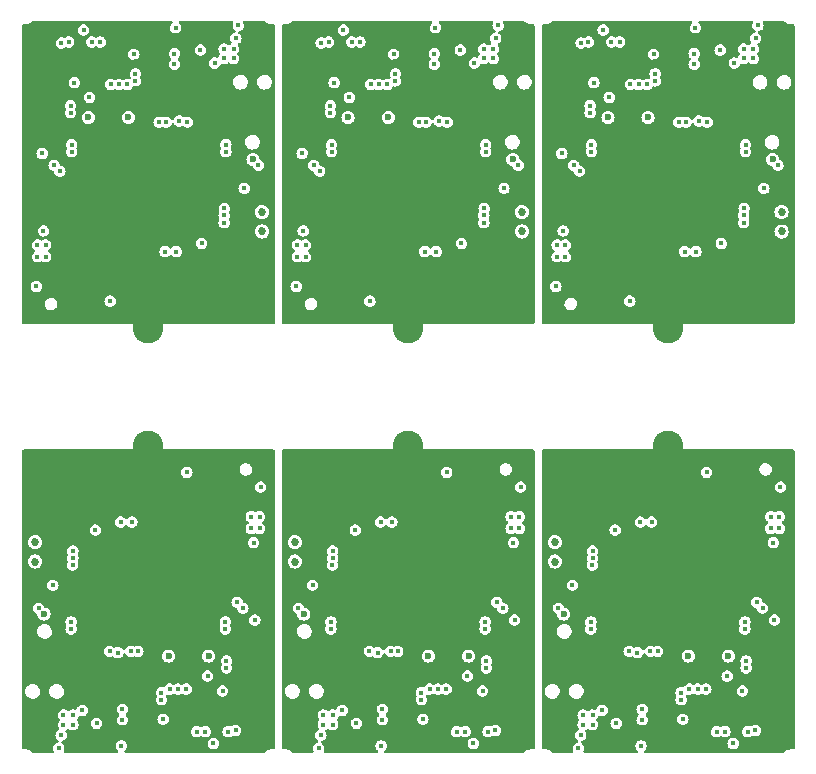
<source format=gbr>
%TF.GenerationSoftware,KiCad,Pcbnew,(7.0.0-rc2-153-g7d6218acb4)*%
%TF.CreationDate,2023-02-19T17:36:36+08:00*%
%TF.ProjectId,RAK3172-M.2-2230-Mod - panel,52414b33-3137-4322-9d4d-2e322d323233,rev?*%
%TF.SameCoordinates,Original*%
%TF.FileFunction,Copper,L2,Inr*%
%TF.FilePolarity,Positive*%
%FSLAX46Y46*%
G04 Gerber Fmt 4.6, Leading zero omitted, Abs format (unit mm)*
G04 Created by KiCad (PCBNEW (7.0.0-rc2-153-g7d6218acb4)) date 2023-02-19 17:36:36*
%MOMM*%
%LPD*%
G01*
G04 APERTURE LIST*
%TA.AperFunction,ComponentPad*%
%ADD10C,2.600000*%
%TD*%
%TA.AperFunction,ViaPad*%
%ADD11C,0.450000*%
%TD*%
%TA.AperFunction,ViaPad*%
%ADD12C,0.600000*%
%TD*%
%TA.AperFunction,ViaPad*%
%ADD13C,0.685800*%
%TD*%
G04 APERTURE END LIST*
D10*
%TO.N,GND*%
%TO.C,H301*%
X192950000Y-70975000D03*
%TD*%
%TO.N,GND*%
%TO.C,H301*%
X192950000Y-80975000D03*
%TD*%
%TO.N,GND*%
%TO.C,H301*%
X148950000Y-70975000D03*
%TD*%
%TO.N,GND*%
%TO.C,H301*%
X170950000Y-70975000D03*
%TD*%
%TO.N,GND*%
%TO.C,H301*%
X170950000Y-80975000D03*
%TD*%
%TO.N,GND*%
%TO.C,H301*%
X148950000Y-80975000D03*
%TD*%
D11*
%TO.N,/M.2 E-Key Connector/V_{CC}Fused*%
X187350000Y-103375000D03*
%TO.N,SPI_SDI*%
X202350000Y-86975000D03*
%TO.N,/M.2 E-Key Connector/V_{CC}Fused*%
X185750000Y-103775000D03*
%TO.N,PWR_EN*%
X194190000Y-104125000D03*
X185350000Y-106575000D03*
%TO.N,I2C_SCL*%
X186400000Y-96475000D03*
%TO.N,I2C_SDA*%
X186400000Y-95875000D03*
%TO.N,I2C_SCL*%
X197750000Y-105175000D03*
%TO.N,RTS*%
X199550000Y-99775000D03*
%TO.N,/M.2 E-Key Connector/V_{CC}Fused*%
X186550000Y-103775000D03*
%TO.N,SPI_SDI*%
X202350000Y-87975000D03*
%TO.N,TX*%
X201950000Y-95725000D03*
%TO.N,/RAK3172/BOOT0*%
X191550000Y-87425000D03*
%TO.N,DFU_FC_RX*%
X199450000Y-95875000D03*
%TO.N,DFU_FC_TX*%
X199450000Y-96475000D03*
%TO.N,/RAK3172/PB1*%
X184850000Y-92775000D03*
%TO.N,/M.2 E-Key Connector/V_{CC}Fused*%
X185750000Y-104575000D03*
%TO.N,I2C_SDA*%
X199700000Y-105175000D03*
%TO.N,TX*%
X200950000Y-94725000D03*
%TO.N,Net-(SW201-B)*%
X202450000Y-84475000D03*
%TO.N,/M.2 E-Key Connector/EEPROM_WP*%
X197050000Y-105175000D03*
%TO.N,/Power Supply/3.3VPG*%
X190750000Y-104175000D03*
%TO.N,F1{slash}~{CS}*%
X200450000Y-94225000D03*
X190650000Y-106375000D03*
X197950000Y-100475000D03*
%TO.N,CTS*%
X198450000Y-106175000D03*
%TO.N,RTS*%
X200328379Y-105077016D03*
%TO.N,/M.2 E-Key Connector/V_{CC}Fused*%
X186550000Y-104575000D03*
%TO.N,CTS*%
X199550000Y-99175000D03*
%TO.N,F1{slash}~{CS}*%
X201850000Y-89175000D03*
%TO.N,SPI_SDO*%
X201650000Y-87975000D03*
X201650000Y-86975000D03*
D12*
%TO.N,GND*%
X193450000Y-63225000D03*
D11*
X196850000Y-45275000D03*
D12*
X190750000Y-51475000D03*
D11*
X189350000Y-45275000D03*
D12*
X190700000Y-62225000D03*
D11*
X190850000Y-55175000D03*
D12*
X195200000Y-59475000D03*
D11*
X196150000Y-45275000D03*
D12*
X187150000Y-46866534D03*
X194850000Y-69175000D03*
D11*
X191050000Y-45275000D03*
X187450000Y-65475000D03*
%TO.N,DFU_~{RST}*%
X202250000Y-57225000D03*
%TO.N,F1{slash}~{CS}*%
X195250000Y-45575000D03*
D12*
%TO.N,GND*%
X203000000Y-45825000D03*
%TO.N,/RAK3172/VDDSMPS*%
X191250000Y-53175000D03*
D11*
%TO.N,3.3V*%
X196250000Y-53575000D03*
D12*
%TO.N,GND*%
X199750000Y-69975000D03*
D11*
X199550000Y-58925000D03*
D12*
X190150000Y-66975000D03*
X193450000Y-56725000D03*
X190700000Y-60475000D03*
D11*
X187150000Y-48375000D03*
X200850000Y-48975000D03*
X203150000Y-65145000D03*
D12*
X196200000Y-63225000D03*
X193450000Y-60475000D03*
D11*
X183250000Y-45475000D03*
X188650000Y-51075000D03*
D12*
X190450000Y-67675000D03*
X191750000Y-66975000D03*
D11*
X183899541Y-57036517D03*
X195250000Y-46375000D03*
%TO.N,DFU_~{RST}*%
X195300000Y-64525000D03*
%TO.N,GND*%
X197550000Y-52175000D03*
D12*
X190700000Y-63225000D03*
D11*
X202950000Y-48975000D03*
X191550000Y-64375000D03*
D12*
X198950000Y-69875000D03*
X195200000Y-56725000D03*
X195750000Y-69175000D03*
X189700000Y-56725000D03*
X196200000Y-56725000D03*
X189700000Y-63225000D03*
X203050000Y-66375000D03*
D11*
X203400000Y-52755000D03*
D12*
%TO.N,3.3V*%
X187850000Y-53175000D03*
D11*
X191850000Y-50075000D03*
%TO.N,Net-(U401-FB)*%
X195150000Y-48675000D03*
D12*
%TO.N,GND*%
X189700000Y-62225000D03*
D11*
%TO.N,/M.2 E-Key Connector/V_{CC}Fused*%
X199350000Y-48175000D03*
D12*
%TO.N,GND*%
X196450000Y-67275000D03*
X196200000Y-57725000D03*
X203050000Y-69975000D03*
D11*
X197550000Y-61775000D03*
%TO.N,3.3V*%
X194450000Y-53575000D03*
D12*
%TO.N,GND*%
X190700000Y-57725000D03*
D11*
%TO.N,SPI_SDO*%
X184250000Y-63975000D03*
%TO.N,3.3V*%
X191850000Y-49475000D03*
%TO.N,GND*%
X189950000Y-64375000D03*
D12*
X192450000Y-67375000D03*
D11*
X187450000Y-68575000D03*
%TO.N,+5V*%
X197350000Y-47475000D03*
%TO.N,Net-(D201-A)*%
X189700000Y-68725000D03*
%TO.N,GND*%
X186050000Y-54775000D03*
D12*
X196200000Y-59475000D03*
D11*
X182650000Y-45975000D03*
%TO.N,SPI_SDI*%
X183550000Y-63975000D03*
%TO.N,GND*%
X186050000Y-62075000D03*
D12*
X195200000Y-60475000D03*
X190700000Y-59475000D03*
D11*
%TO.N,3.3V*%
X195549999Y-53474999D03*
%TO.N,I2C_SDA*%
X199500000Y-56075000D03*
%TO.N,TX*%
X183950000Y-56225000D03*
%TO.N,RTS*%
X185571621Y-46872984D03*
D12*
%TO.N,GND*%
X190750000Y-52175000D03*
D11*
%TO.N,3.3V*%
X186667422Y-50225000D03*
%TO.N,/RAK3172/VDDRF*%
X199350000Y-61475000D03*
D12*
%TO.N,GND*%
X199850000Y-66375000D03*
X199150000Y-66975000D03*
X191650000Y-68775000D03*
D11*
%TO.N,3.3V*%
X189750000Y-50375000D03*
D13*
X202550000Y-62825000D03*
D12*
%TO.N,GND*%
X195200000Y-62225000D03*
D11*
X203220000Y-59215000D03*
%TO.N,/M.2 E-Key Connector/V_{CC}Fused*%
X198550000Y-48575000D03*
%TO.N,CTS*%
X187450000Y-45775000D03*
%TO.N,/RAK3172/BOOT0*%
X194350000Y-64525000D03*
D12*
%TO.N,GND*%
X195200000Y-57725000D03*
D11*
%TO.N,/RAK3172/PB1*%
X201050000Y-59175000D03*
%TO.N,Net-(SW201-B)*%
X183450000Y-67475000D03*
D12*
%TO.N,GND*%
X193450000Y-57725000D03*
X197350000Y-67275000D03*
D11*
%TO.N,I2C_SCL*%
X199500000Y-55475000D03*
%TO.N,3.3V*%
X191150000Y-50375000D03*
%TO.N,GND*%
X200150000Y-58175000D03*
D12*
X189700000Y-59475000D03*
D11*
%TO.N,/Power Supply/3.3VPG*%
X195150000Y-47775000D03*
%TO.N,GND*%
X186050000Y-53575000D03*
%TO.N,3.3V*%
X193850000Y-53575000D03*
D12*
%TO.N,GND*%
X196200000Y-60475000D03*
D13*
%TO.N,3.3V*%
X202550000Y-61175000D03*
D11*
%TO.N,PWR_EN*%
X200550000Y-45375000D03*
D12*
%TO.N,GND*%
X189700000Y-60475000D03*
D11*
X186200000Y-65475000D03*
X188150000Y-68575000D03*
D12*
X196650000Y-69175000D03*
X189700000Y-57725000D03*
X198450000Y-69175000D03*
D11*
X193450000Y-47975000D03*
X201950000Y-48975000D03*
%TO.N,F1{slash}~{CS}*%
X184050000Y-62775000D03*
X185450000Y-57725000D03*
%TO.N,GND*%
X195950000Y-51175000D03*
%TO.N,PWR_EN*%
X191710000Y-47825000D03*
D12*
%TO.N,GND*%
X192450000Y-60475000D03*
X192450000Y-63225000D03*
D11*
%TO.N,TX*%
X184950000Y-57225000D03*
%TO.N,/M.2 E-Key Connector/EEPROM_WP*%
X188850000Y-46775000D03*
%TO.N,DFU_FC_TX*%
X186450000Y-55475000D03*
D12*
%TO.N,GND*%
X192450000Y-56725000D03*
X195200000Y-63225000D03*
X193450000Y-59475000D03*
D11*
X193950000Y-45275000D03*
X199450000Y-45275000D03*
D12*
X192450000Y-57725000D03*
D11*
X198550000Y-54475000D03*
%TO.N,F1{slash}~{CS}*%
X187950000Y-51475000D03*
D12*
%TO.N,GND*%
X192450000Y-59475000D03*
X190700000Y-56725000D03*
D11*
X183903841Y-62018172D03*
D12*
X196200000Y-62225000D03*
D11*
X198150000Y-65575000D03*
X183903841Y-58352345D03*
D12*
X195550000Y-67275000D03*
X193450000Y-62225000D03*
D11*
%TO.N,SPI_SDI*%
X183550000Y-64975000D03*
%TO.N,GND*%
X192450000Y-45275000D03*
%TO.N,/M.2 E-Key Connector/V_{CC}Fused*%
X200150000Y-47375000D03*
%TO.N,3.3V*%
X199373500Y-60875000D03*
D12*
X201800000Y-56725000D03*
%TO.N,GND*%
X191939254Y-48498094D03*
D11*
%TO.N,3.3V*%
X190450000Y-50375000D03*
D12*
%TO.N,GND*%
X197550000Y-69175000D03*
X192450000Y-62225000D03*
D11*
%TO.N,SPI_SDO*%
X184250000Y-64975000D03*
%TO.N,DFU_FC_RX*%
X186450000Y-56075000D03*
%TO.N,/M.2 E-Key Connector/V_{CC}Fused*%
X200150000Y-48175000D03*
%TO.N,GND*%
X196450000Y-52075000D03*
X185997330Y-45269051D03*
X197600000Y-60025000D03*
X193449348Y-46990000D03*
%TO.N,RTS*%
X186350000Y-52175000D03*
%TO.N,GND*%
X197550000Y-45275000D03*
%TO.N,I2C_SDA*%
X186200000Y-46775000D03*
%TO.N,/RAK3172/VDDPA*%
X199350000Y-62075000D03*
%TO.N,DFU_~{RST}*%
X200350000Y-46475000D03*
%TO.N,CTS*%
X186350000Y-52775000D03*
%TO.N,/M.2 E-Key Connector/V_{CC}Fused*%
X199350000Y-47375000D03*
D12*
%TO.N,GND*%
X193350000Y-67375000D03*
D11*
%TO.N,3.3V*%
X197443886Y-63837373D03*
%TO.N,I2C_SCL*%
X188150000Y-46775000D03*
%TO.N,GND*%
X203250000Y-57275000D03*
D12*
X192550000Y-84575000D03*
D11*
X185750000Y-93775000D03*
%TO.N,/RAK3172/VDDPA*%
X186550000Y-89875000D03*
D12*
%TO.N,GND*%
X193450000Y-89725000D03*
X193450000Y-88725000D03*
X195200000Y-91475000D03*
X186050000Y-85575000D03*
D11*
X182680000Y-92735000D03*
D12*
%TO.N,3.3V*%
X198050000Y-98775000D03*
X184100000Y-95225000D03*
%TO.N,GND*%
X192450000Y-89725000D03*
D11*
X187750000Y-86375000D03*
%TO.N,3.3V*%
X186526500Y-91075000D03*
D12*
%TO.N,GND*%
X190350000Y-84675000D03*
X190700000Y-91475000D03*
X193450000Y-91475000D03*
D11*
%TO.N,3.3V*%
X199232578Y-101725000D03*
%TO.N,GND*%
X182650000Y-94675000D03*
X189450000Y-99875000D03*
D13*
%TO.N,3.3V*%
X183350000Y-90775000D03*
D11*
%TO.N,GND*%
X201996159Y-89931828D03*
D12*
X190700000Y-89725000D03*
X196200000Y-92475000D03*
D11*
%TO.N,3.3V*%
X192050000Y-98375000D03*
X196150000Y-101575000D03*
%TO.N,GND*%
X189950000Y-100775000D03*
D12*
X189700000Y-89725000D03*
D13*
%TO.N,3.3V*%
X183350000Y-89125000D03*
D12*
%TO.N,GND*%
X190700000Y-88725000D03*
D11*
X197750000Y-83375000D03*
%TO.N,/RAK3172/VDDRF*%
X186550000Y-90475000D03*
%TO.N,3.3V*%
X190350001Y-98475001D03*
X194750000Y-101575000D03*
X195450000Y-101575000D03*
X188456114Y-88112627D03*
%TO.N,GND*%
X193450000Y-106675000D03*
X201996159Y-93597655D03*
%TO.N,DFU_~{RST}*%
X185550000Y-105475000D03*
D12*
%TO.N,GND*%
X190700000Y-94225000D03*
X195200000Y-92475000D03*
D11*
%TO.N,Net-(D201-A)*%
X196200000Y-83225000D03*
%TO.N,GND*%
X188350000Y-99775000D03*
D12*
X192450000Y-95225000D03*
X195750000Y-84975000D03*
D11*
X194850000Y-106675000D03*
D12*
X186150000Y-81975000D03*
X195200000Y-88725000D03*
D11*
X198750000Y-103575000D03*
%TO.N,Net-(U401-FB)*%
X190750000Y-103275000D03*
%TO.N,DFU_~{RST}*%
X190600000Y-87425000D03*
%TO.N,GND*%
X202000459Y-94913483D03*
D12*
X189700000Y-92475000D03*
D11*
%TO.N,3.3V*%
X194050000Y-101875000D03*
%TO.N,+5V*%
X188550000Y-104475000D03*
D12*
%TO.N,GND*%
X196200000Y-89725000D03*
X190700000Y-95225000D03*
D11*
X190650000Y-105575000D03*
%TO.N,DFU_~{RST}*%
X183650000Y-94725000D03*
D12*
%TO.N,GND*%
X195450000Y-84275000D03*
D11*
%TO.N,3.3V*%
X194050000Y-102475000D03*
%TO.N,GND*%
X203250000Y-105975000D03*
X189750000Y-106675000D03*
%TO.N,3.3V*%
X191450000Y-98375000D03*
%TO.N,GND*%
X195950000Y-87575000D03*
X188350000Y-90175000D03*
%TO.N,3.3V*%
X189650000Y-98375000D03*
%TO.N,GND*%
X194350000Y-87575000D03*
X197250000Y-100875000D03*
D12*
%TO.N,/RAK3172/VDDSMPS*%
X194650000Y-98775000D03*
D11*
%TO.N,GND*%
X182500000Y-99195000D03*
D12*
X190150000Y-82775000D03*
X193450000Y-84575000D03*
D11*
X185050000Y-102975000D03*
X187350000Y-97475000D03*
D12*
X182900000Y-106125000D03*
X196200000Y-91475000D03*
X192450000Y-88725000D03*
D11*
X182950000Y-102975000D03*
D12*
X195150000Y-100475000D03*
X195200000Y-95225000D03*
X196200000Y-94225000D03*
X195200000Y-89725000D03*
X196200000Y-88725000D03*
D11*
X202650000Y-106475000D03*
X199850000Y-98375000D03*
D12*
X192450000Y-94225000D03*
X196200000Y-95225000D03*
D11*
X183950000Y-102975000D03*
X195050000Y-96775000D03*
X191950000Y-106675000D03*
X196550000Y-106675000D03*
X188300000Y-91925000D03*
D12*
X189700000Y-88725000D03*
D11*
X199850000Y-97175000D03*
D12*
X195200000Y-94225000D03*
X193450000Y-94225000D03*
D11*
X198450000Y-83375000D03*
D12*
X194150000Y-84975000D03*
X187450000Y-82775000D03*
X193960746Y-103451906D03*
X190700000Y-92475000D03*
D11*
X192450652Y-104960000D03*
X188350000Y-106675000D03*
D12*
X188550000Y-84675000D03*
D11*
X199902670Y-106680949D03*
D12*
X182850000Y-85575000D03*
D11*
X182750000Y-86805000D03*
D12*
X191050000Y-82775000D03*
X193450000Y-95225000D03*
X182850000Y-81975000D03*
D11*
X186350000Y-93025000D03*
D12*
X194250000Y-83175000D03*
X188350000Y-82775000D03*
X193450000Y-92475000D03*
D11*
X198450000Y-86475000D03*
X189050000Y-106675000D03*
X192450000Y-103975000D03*
X199700000Y-86475000D03*
D12*
X192450000Y-92475000D03*
D11*
X186450000Y-106675000D03*
D12*
X195150000Y-99775000D03*
X186950000Y-82075000D03*
X192450000Y-91475000D03*
X189700000Y-95225000D03*
X186750000Y-84975000D03*
X189700000Y-94225000D03*
X198750000Y-105083466D03*
D11*
X199850000Y-89875000D03*
D12*
X189450000Y-84675000D03*
X189700000Y-91475000D03*
X189250000Y-82775000D03*
X149450000Y-63225000D03*
D11*
X152850000Y-45275000D03*
D12*
X146750000Y-51475000D03*
D11*
X145350000Y-45275000D03*
D12*
X146700000Y-62225000D03*
D11*
X146850000Y-55175000D03*
D12*
X151200000Y-59475000D03*
D11*
X152150000Y-45275000D03*
D12*
X143150000Y-46866534D03*
X150850000Y-69175000D03*
D11*
X147050000Y-45275000D03*
X143450000Y-65475000D03*
%TO.N,DFU_~{RST}*%
X158250000Y-57225000D03*
%TO.N,F1{slash}~{CS}*%
X151250000Y-45575000D03*
D12*
%TO.N,GND*%
X159000000Y-45825000D03*
%TO.N,/RAK3172/VDDSMPS*%
X147250000Y-53175000D03*
D11*
%TO.N,3.3V*%
X152250000Y-53575000D03*
D12*
%TO.N,GND*%
X155750000Y-69975000D03*
D11*
X155550000Y-58925000D03*
D12*
X146150000Y-66975000D03*
X149450000Y-56725000D03*
X146700000Y-60475000D03*
D11*
X143150000Y-48375000D03*
X156850000Y-48975000D03*
X159150000Y-65145000D03*
D12*
X152200000Y-63225000D03*
X149450000Y-60475000D03*
D11*
X139250000Y-45475000D03*
X144650000Y-51075000D03*
D12*
X146450000Y-67675000D03*
X147750000Y-66975000D03*
D11*
X139899541Y-57036517D03*
X151250000Y-46375000D03*
%TO.N,DFU_~{RST}*%
X151300000Y-64525000D03*
%TO.N,GND*%
X153550000Y-52175000D03*
D12*
X146700000Y-63225000D03*
D11*
X158950000Y-48975000D03*
X147550000Y-64375000D03*
D12*
X154950000Y-69875000D03*
X151200000Y-56725000D03*
X151750000Y-69175000D03*
X145700000Y-56725000D03*
X152200000Y-56725000D03*
X145700000Y-63225000D03*
X159050000Y-66375000D03*
D11*
X159400000Y-52755000D03*
D12*
%TO.N,3.3V*%
X143850000Y-53175000D03*
D11*
X147850000Y-50075000D03*
%TO.N,Net-(U401-FB)*%
X151150000Y-48675000D03*
D12*
%TO.N,GND*%
X145700000Y-62225000D03*
D11*
%TO.N,/M.2 E-Key Connector/V_{CC}Fused*%
X155350000Y-48175000D03*
D12*
%TO.N,GND*%
X152450000Y-67275000D03*
X152200000Y-57725000D03*
X159050000Y-69975000D03*
D11*
X153550000Y-61775000D03*
%TO.N,3.3V*%
X150450000Y-53575000D03*
D12*
%TO.N,GND*%
X146700000Y-57725000D03*
D11*
%TO.N,SPI_SDO*%
X140250000Y-63975000D03*
%TO.N,3.3V*%
X147850000Y-49475000D03*
%TO.N,GND*%
X145950000Y-64375000D03*
D12*
X148450000Y-67375000D03*
D11*
X143450000Y-68575000D03*
%TO.N,+5V*%
X153350000Y-47475000D03*
%TO.N,Net-(D201-A)*%
X145700000Y-68725000D03*
%TO.N,GND*%
X142050000Y-54775000D03*
D12*
X152200000Y-59475000D03*
D11*
X138650000Y-45975000D03*
%TO.N,SPI_SDI*%
X139550000Y-63975000D03*
%TO.N,GND*%
X142050000Y-62075000D03*
D12*
X151200000Y-60475000D03*
X146700000Y-59475000D03*
D11*
%TO.N,3.3V*%
X151549999Y-53474999D03*
%TO.N,I2C_SDA*%
X155500000Y-56075000D03*
%TO.N,TX*%
X139950000Y-56225000D03*
%TO.N,RTS*%
X141571621Y-46872984D03*
D12*
%TO.N,GND*%
X146750000Y-52175000D03*
D11*
%TO.N,3.3V*%
X142667422Y-50225000D03*
%TO.N,/RAK3172/VDDRF*%
X155350000Y-61475000D03*
D12*
%TO.N,GND*%
X155850000Y-66375000D03*
X155150000Y-66975000D03*
X147650000Y-68775000D03*
D11*
%TO.N,3.3V*%
X145750000Y-50375000D03*
D13*
X158550000Y-62825000D03*
D12*
%TO.N,GND*%
X151200000Y-62225000D03*
D11*
X159220000Y-59215000D03*
%TO.N,/M.2 E-Key Connector/V_{CC}Fused*%
X154550000Y-48575000D03*
%TO.N,CTS*%
X143450000Y-45775000D03*
%TO.N,/RAK3172/BOOT0*%
X150350000Y-64525000D03*
D12*
%TO.N,GND*%
X151200000Y-57725000D03*
D11*
%TO.N,/RAK3172/PB1*%
X157050000Y-59175000D03*
%TO.N,Net-(SW201-B)*%
X139450000Y-67475000D03*
D12*
%TO.N,GND*%
X149450000Y-57725000D03*
X153350000Y-67275000D03*
D11*
%TO.N,I2C_SCL*%
X155500000Y-55475000D03*
%TO.N,3.3V*%
X147150000Y-50375000D03*
%TO.N,GND*%
X156150000Y-58175000D03*
D12*
X145700000Y-59475000D03*
D11*
%TO.N,/Power Supply/3.3VPG*%
X151150000Y-47775000D03*
%TO.N,GND*%
X142050000Y-53575000D03*
%TO.N,3.3V*%
X149850000Y-53575000D03*
D12*
%TO.N,GND*%
X152200000Y-60475000D03*
D13*
%TO.N,3.3V*%
X158550000Y-61175000D03*
D11*
%TO.N,PWR_EN*%
X156550000Y-45375000D03*
D12*
%TO.N,GND*%
X145700000Y-60475000D03*
D11*
X142200000Y-65475000D03*
X144150000Y-68575000D03*
D12*
X152650000Y-69175000D03*
X145700000Y-57725000D03*
X154450000Y-69175000D03*
D11*
X149450000Y-47975000D03*
X157950000Y-48975000D03*
%TO.N,F1{slash}~{CS}*%
X140050000Y-62775000D03*
X141450000Y-57725000D03*
%TO.N,GND*%
X151950000Y-51175000D03*
%TO.N,PWR_EN*%
X147710000Y-47825000D03*
D12*
%TO.N,GND*%
X148450000Y-60475000D03*
X148450000Y-63225000D03*
D11*
%TO.N,TX*%
X140950000Y-57225000D03*
%TO.N,/M.2 E-Key Connector/EEPROM_WP*%
X144850000Y-46775000D03*
%TO.N,DFU_FC_TX*%
X142450000Y-55475000D03*
D12*
%TO.N,GND*%
X148450000Y-56725000D03*
X151200000Y-63225000D03*
X149450000Y-59475000D03*
D11*
X149950000Y-45275000D03*
X155450000Y-45275000D03*
D12*
X148450000Y-57725000D03*
D11*
X154550000Y-54475000D03*
%TO.N,F1{slash}~{CS}*%
X143950000Y-51475000D03*
D12*
%TO.N,GND*%
X148450000Y-59475000D03*
X146700000Y-56725000D03*
D11*
X139903841Y-62018172D03*
D12*
X152200000Y-62225000D03*
D11*
X154150000Y-65575000D03*
X139903841Y-58352345D03*
D12*
X151550000Y-67275000D03*
X149450000Y-62225000D03*
D11*
%TO.N,SPI_SDI*%
X139550000Y-64975000D03*
%TO.N,GND*%
X148450000Y-45275000D03*
%TO.N,/M.2 E-Key Connector/V_{CC}Fused*%
X156150000Y-47375000D03*
%TO.N,3.3V*%
X155373500Y-60875000D03*
D12*
X157800000Y-56725000D03*
%TO.N,GND*%
X147939254Y-48498094D03*
D11*
%TO.N,3.3V*%
X146450000Y-50375000D03*
D12*
%TO.N,GND*%
X153550000Y-69175000D03*
X148450000Y-62225000D03*
D11*
%TO.N,SPI_SDO*%
X140250000Y-64975000D03*
%TO.N,DFU_FC_RX*%
X142450000Y-56075000D03*
%TO.N,/M.2 E-Key Connector/V_{CC}Fused*%
X156150000Y-48175000D03*
%TO.N,GND*%
X152450000Y-52075000D03*
X141997330Y-45269051D03*
X153600000Y-60025000D03*
X149449348Y-46990000D03*
%TO.N,RTS*%
X142350000Y-52175000D03*
%TO.N,GND*%
X153550000Y-45275000D03*
%TO.N,I2C_SDA*%
X142200000Y-46775000D03*
%TO.N,/RAK3172/VDDPA*%
X155350000Y-62075000D03*
%TO.N,DFU_~{RST}*%
X156350000Y-46475000D03*
%TO.N,CTS*%
X142350000Y-52775000D03*
%TO.N,/M.2 E-Key Connector/V_{CC}Fused*%
X155350000Y-47375000D03*
D12*
%TO.N,GND*%
X149350000Y-67375000D03*
D11*
%TO.N,3.3V*%
X153443886Y-63837373D03*
%TO.N,I2C_SCL*%
X144150000Y-46775000D03*
%TO.N,GND*%
X159250000Y-57275000D03*
X174850000Y-45275000D03*
D12*
X171450000Y-63225000D03*
X168750000Y-51475000D03*
D11*
X167350000Y-45275000D03*
D12*
X181050000Y-69975000D03*
D11*
%TO.N,3.3V*%
X169850000Y-49475000D03*
X174250000Y-53575000D03*
%TO.N,GND*%
X167950000Y-64375000D03*
D12*
X177750000Y-69975000D03*
D11*
X177550000Y-58925000D03*
D12*
X165150000Y-46866534D03*
D11*
%TO.N,+5V*%
X175350000Y-47475000D03*
%TO.N,GND*%
X174150000Y-45275000D03*
X161250000Y-45475000D03*
D12*
X172850000Y-69175000D03*
D11*
X161899541Y-57036517D03*
D12*
X168150000Y-66975000D03*
D11*
X173250000Y-46375000D03*
D12*
X168450000Y-67675000D03*
D11*
%TO.N,DFU_~{RST}*%
X173300000Y-64525000D03*
%TO.N,Net-(D201-A)*%
X167700000Y-68725000D03*
%TO.N,GND*%
X175550000Y-61775000D03*
%TO.N,3.3V*%
X172450000Y-53575000D03*
X169850000Y-50075000D03*
%TO.N,GND*%
X169050000Y-45275000D03*
%TO.N,Net-(U401-FB)*%
X173150000Y-48675000D03*
D12*
%TO.N,GND*%
X171450000Y-56725000D03*
D11*
X175550000Y-52175000D03*
D12*
X168700000Y-63225000D03*
X174200000Y-59475000D03*
D11*
X169550000Y-64375000D03*
D12*
X181000000Y-45825000D03*
X167700000Y-62225000D03*
D11*
X160650000Y-45975000D03*
%TO.N,DFU_~{RST}*%
X180250000Y-57225000D03*
D12*
%TO.N,GND*%
X173200000Y-56725000D03*
D11*
X165150000Y-48375000D03*
X165450000Y-68575000D03*
X178850000Y-48975000D03*
D12*
X176950000Y-69875000D03*
X168700000Y-62225000D03*
X167700000Y-56725000D03*
X170450000Y-67375000D03*
D11*
X166650000Y-51075000D03*
D12*
X174200000Y-63225000D03*
X168700000Y-60475000D03*
%TO.N,3.3V*%
X165850000Y-53175000D03*
%TO.N,GND*%
X169750000Y-66975000D03*
D11*
X180950000Y-48975000D03*
X164050000Y-54775000D03*
%TO.N,SPI_SDO*%
X162250000Y-63975000D03*
D12*
%TO.N,GND*%
X168700000Y-57725000D03*
D11*
%TO.N,/M.2 E-Key Connector/V_{CC}Fused*%
X177350000Y-48175000D03*
%TO.N,GND*%
X165450000Y-65475000D03*
D12*
X174450000Y-67275000D03*
D11*
X181150000Y-65145000D03*
D12*
X174200000Y-56725000D03*
X173750000Y-69175000D03*
D11*
X168850000Y-55175000D03*
D12*
X167700000Y-63225000D03*
%TO.N,/RAK3172/VDDSMPS*%
X169250000Y-53175000D03*
%TO.N,GND*%
X174200000Y-57725000D03*
X173200000Y-59475000D03*
D11*
%TO.N,F1{slash}~{CS}*%
X173250000Y-45575000D03*
D12*
%TO.N,GND*%
X181050000Y-66375000D03*
X171450000Y-60475000D03*
D11*
X181400000Y-52755000D03*
%TO.N,Net-(SW201-B)*%
X161450000Y-67475000D03*
D12*
%TO.N,GND*%
X176450000Y-69175000D03*
X174650000Y-69175000D03*
D11*
X164050000Y-53575000D03*
X171450000Y-47975000D03*
D12*
X167700000Y-60475000D03*
D11*
X179950000Y-48975000D03*
%TO.N,DFU_FC_TX*%
X164450000Y-55475000D03*
D12*
%TO.N,GND*%
X170450000Y-56725000D03*
X175350000Y-67275000D03*
D11*
X171950000Y-45275000D03*
X164200000Y-65475000D03*
X176550000Y-54475000D03*
D12*
X170450000Y-59475000D03*
D11*
%TO.N,F1{slash}~{CS}*%
X165950000Y-51475000D03*
%TO.N,GND*%
X164050000Y-62075000D03*
D12*
X168750000Y-52175000D03*
X170450000Y-57725000D03*
X177150000Y-66975000D03*
X174200000Y-60475000D03*
X168700000Y-56725000D03*
X167700000Y-57725000D03*
D11*
X177450000Y-45275000D03*
D12*
X171450000Y-57725000D03*
X169650000Y-68775000D03*
X171450000Y-59475000D03*
D11*
%TO.N,I2C_SCL*%
X177500000Y-55475000D03*
D12*
%TO.N,GND*%
X177850000Y-66375000D03*
D11*
%TO.N,3.3V*%
X171850000Y-53575000D03*
D12*
%TO.N,GND*%
X173200000Y-60475000D03*
D11*
%TO.N,3.3V*%
X167750000Y-50375000D03*
D13*
X180550000Y-62825000D03*
D11*
X164667422Y-50225000D03*
D12*
%TO.N,GND*%
X173200000Y-62225000D03*
D11*
X166150000Y-68575000D03*
%TO.N,F1{slash}~{CS}*%
X163450000Y-57725000D03*
%TO.N,TX*%
X162950000Y-57225000D03*
D12*
%TO.N,GND*%
X168700000Y-59475000D03*
D11*
X161903841Y-62018172D03*
%TO.N,3.3V*%
X169150000Y-50375000D03*
%TO.N,GND*%
X173950000Y-51175000D03*
X181220000Y-59215000D03*
%TO.N,PWR_EN*%
X169710000Y-47825000D03*
%TO.N,F1{slash}~{CS}*%
X162050000Y-62775000D03*
%TO.N,I2C_SDA*%
X177500000Y-56075000D03*
%TO.N,3.3V*%
X173549999Y-53474999D03*
D13*
X180550000Y-61175000D03*
D11*
%TO.N,SPI_SDI*%
X161550000Y-63975000D03*
%TO.N,GND*%
X178150000Y-58175000D03*
%TO.N,/M.2 E-Key Connector/V_{CC}Fused*%
X176550000Y-48575000D03*
%TO.N,/M.2 E-Key Connector/EEPROM_WP*%
X166850000Y-46775000D03*
%TO.N,/RAK3172/VDDRF*%
X177350000Y-61475000D03*
%TO.N,RTS*%
X163571621Y-46872984D03*
%TO.N,/Power Supply/3.3VPG*%
X173150000Y-47775000D03*
D12*
%TO.N,GND*%
X167700000Y-59475000D03*
X173200000Y-57725000D03*
D11*
%TO.N,TX*%
X161950000Y-56225000D03*
%TO.N,PWR_EN*%
X178550000Y-45375000D03*
D12*
%TO.N,GND*%
X173200000Y-63225000D03*
D11*
%TO.N,/RAK3172/PB1*%
X179050000Y-59175000D03*
%TO.N,CTS*%
X165450000Y-45775000D03*
D12*
%TO.N,GND*%
X170450000Y-63225000D03*
D11*
%TO.N,/RAK3172/BOOT0*%
X172350000Y-64525000D03*
D12*
%TO.N,GND*%
X170450000Y-60475000D03*
D11*
%TO.N,CTS*%
X164350000Y-52775000D03*
%TO.N,/RAK3172/VDDPA*%
X177350000Y-62075000D03*
%TO.N,/M.2 E-Key Connector/V_{CC}Fused*%
X177350000Y-47375000D03*
D12*
%TO.N,GND*%
X171350000Y-67375000D03*
D11*
%TO.N,3.3V*%
X175443886Y-63837373D03*
%TO.N,I2C_SCL*%
X166150000Y-46775000D03*
D12*
%TO.N,GND*%
X174200000Y-62225000D03*
D11*
X176150000Y-65575000D03*
X161903841Y-58352345D03*
D12*
X173550000Y-67275000D03*
D11*
%TO.N,DFU_~{RST}*%
X178350000Y-46475000D03*
D12*
%TO.N,GND*%
X171450000Y-62225000D03*
D11*
%TO.N,SPI_SDI*%
X161550000Y-64975000D03*
D12*
%TO.N,GND*%
X170450000Y-62225000D03*
D11*
%TO.N,I2C_SDA*%
X164200000Y-46775000D03*
%TO.N,SPI_SDO*%
X162250000Y-64975000D03*
%TO.N,DFU_FC_RX*%
X164450000Y-56075000D03*
%TO.N,/M.2 E-Key Connector/V_{CC}Fused*%
X178150000Y-47375000D03*
X178150000Y-48175000D03*
%TO.N,RTS*%
X164350000Y-52175000D03*
%TO.N,3.3V*%
X177373500Y-60875000D03*
%TO.N,GND*%
X170450000Y-45275000D03*
D12*
%TO.N,3.3V*%
X179800000Y-56725000D03*
D11*
%TO.N,GND*%
X181250000Y-57275000D03*
%TO.N,3.3V*%
X168450000Y-50375000D03*
%TO.N,GND*%
X174450000Y-52075000D03*
X175550000Y-45275000D03*
X163997330Y-45269051D03*
X171449348Y-46990000D03*
X175600000Y-60025000D03*
D12*
X169939254Y-48498094D03*
X175550000Y-69175000D03*
D11*
%TO.N,CTS*%
X176450000Y-106175000D03*
%TO.N,/M.2 E-Key Connector/V_{CC}Fused*%
X163750000Y-104575000D03*
%TO.N,RTS*%
X178328379Y-105077016D03*
%TO.N,/M.2 E-Key Connector/V_{CC}Fused*%
X165350000Y-103375000D03*
X163750000Y-103775000D03*
%TO.N,DFU_FC_RX*%
X177450000Y-95875000D03*
%TO.N,PWR_EN*%
X163350000Y-106575000D03*
%TO.N,I2C_SCL*%
X175750000Y-105175000D03*
%TO.N,I2C_SDA*%
X177700000Y-105175000D03*
%TO.N,F1{slash}~{CS}*%
X178450000Y-94225000D03*
%TO.N,SPI_SDO*%
X179650000Y-86975000D03*
%TO.N,/M.2 E-Key Connector/V_{CC}Fused*%
X164550000Y-104575000D03*
X164550000Y-103775000D03*
%TO.N,DFU_FC_TX*%
X177450000Y-96475000D03*
%TO.N,Net-(SW201-B)*%
X180450000Y-84475000D03*
%TO.N,/Power Supply/3.3VPG*%
X168750000Y-104175000D03*
%TO.N,TX*%
X179950000Y-95725000D03*
%TO.N,SPI_SDO*%
X179650000Y-87975000D03*
%TO.N,/RAK3172/BOOT0*%
X169550000Y-87425000D03*
%TO.N,RTS*%
X177550000Y-99775000D03*
%TO.N,TX*%
X178950000Y-94725000D03*
%TO.N,I2C_SCL*%
X164400000Y-96475000D03*
%TO.N,F1{slash}~{CS}*%
X168650000Y-106375000D03*
%TO.N,I2C_SDA*%
X164400000Y-95875000D03*
%TO.N,SPI_SDI*%
X180350000Y-87975000D03*
%TO.N,F1{slash}~{CS}*%
X175950000Y-100475000D03*
X179850000Y-89175000D03*
%TO.N,/M.2 E-Key Connector/EEPROM_WP*%
X175050000Y-105175000D03*
%TO.N,CTS*%
X177550000Y-99175000D03*
%TO.N,SPI_SDI*%
X180350000Y-86975000D03*
%TO.N,PWR_EN*%
X172190000Y-104125000D03*
%TO.N,/RAK3172/PB1*%
X162850000Y-92775000D03*
D12*
%TO.N,GND*%
X160900000Y-106125000D03*
X167700000Y-88725000D03*
D11*
X177850000Y-97175000D03*
D12*
X171450000Y-84575000D03*
X171450000Y-94225000D03*
D11*
X160950000Y-102975000D03*
X176450000Y-83375000D03*
D12*
X171960746Y-103451906D03*
D11*
X177850000Y-98375000D03*
D12*
X168700000Y-92475000D03*
X172150000Y-84975000D03*
X165450000Y-82775000D03*
D11*
X160750000Y-86805000D03*
D12*
X173200000Y-95225000D03*
X171450000Y-95225000D03*
X172250000Y-83175000D03*
X171450000Y-92475000D03*
X170450000Y-92475000D03*
D11*
X176450000Y-86475000D03*
X167050000Y-106675000D03*
D12*
X170450000Y-94225000D03*
X174200000Y-94225000D03*
D11*
X177700000Y-86475000D03*
X164450000Y-106675000D03*
X170450652Y-104960000D03*
D12*
X176750000Y-105083466D03*
X173150000Y-100475000D03*
X173200000Y-89725000D03*
X174200000Y-95225000D03*
X166350000Y-82775000D03*
X167700000Y-91475000D03*
D11*
X160500000Y-99195000D03*
D12*
X167700000Y-94225000D03*
X164750000Y-84975000D03*
X160850000Y-85575000D03*
X169050000Y-82775000D03*
D11*
X174550000Y-106675000D03*
D12*
X170450000Y-91475000D03*
D11*
X177850000Y-89875000D03*
D12*
X167250000Y-82775000D03*
D11*
X177902670Y-106680949D03*
X173050000Y-96775000D03*
X161950000Y-102975000D03*
D12*
X174200000Y-88725000D03*
D11*
X163050000Y-102975000D03*
D12*
X174200000Y-91475000D03*
X167700000Y-95225000D03*
X167450000Y-84675000D03*
D11*
X166300000Y-91925000D03*
D12*
X170450000Y-88725000D03*
D11*
X180650000Y-106475000D03*
D12*
X168150000Y-82775000D03*
D11*
X166350000Y-106675000D03*
D12*
X173200000Y-94225000D03*
X166550000Y-84675000D03*
D11*
X165350000Y-97475000D03*
D12*
X160850000Y-81975000D03*
X164950000Y-82075000D03*
D11*
X170450000Y-103975000D03*
D12*
X173150000Y-99775000D03*
D11*
X169950000Y-106675000D03*
X164350000Y-93025000D03*
X163750000Y-93775000D03*
D12*
X173200000Y-91475000D03*
X164050000Y-85575000D03*
X171450000Y-91475000D03*
X171450000Y-89725000D03*
D11*
%TO.N,/RAK3172/VDDPA*%
X164550000Y-89875000D03*
%TO.N,/RAK3172/VDDRF*%
X164550000Y-90475000D03*
%TO.N,GND*%
X160650000Y-94675000D03*
D12*
%TO.N,3.3V*%
X176050000Y-98775000D03*
D11*
X168350001Y-98475001D03*
D13*
X161350000Y-90775000D03*
D12*
X162100000Y-95225000D03*
D11*
%TO.N,GND*%
X167450000Y-99875000D03*
%TO.N,3.3V*%
X164526500Y-91075000D03*
D12*
%TO.N,GND*%
X168350000Y-84675000D03*
D11*
X179996159Y-89931828D03*
D12*
X171450000Y-88725000D03*
D11*
%TO.N,3.3V*%
X172750000Y-101575000D03*
X170050000Y-98375000D03*
D12*
%TO.N,GND*%
X168700000Y-88725000D03*
D11*
%TO.N,3.3V*%
X173450000Y-101575000D03*
X174150000Y-101575000D03*
%TO.N,GND*%
X167950000Y-100775000D03*
D12*
X170450000Y-89725000D03*
D11*
X160680000Y-92735000D03*
D12*
X167700000Y-89725000D03*
D11*
%TO.N,3.3V*%
X166456114Y-88112627D03*
D12*
%TO.N,GND*%
X168700000Y-89725000D03*
D11*
%TO.N,3.3V*%
X177232578Y-101725000D03*
D12*
%TO.N,GND*%
X170550000Y-84575000D03*
X174200000Y-92475000D03*
D11*
X175750000Y-83375000D03*
D13*
%TO.N,3.3V*%
X161350000Y-89125000D03*
D11*
%TO.N,GND*%
X165750000Y-86375000D03*
D12*
X168700000Y-91475000D03*
D11*
X166350000Y-99775000D03*
X172850000Y-106675000D03*
D12*
X174200000Y-89725000D03*
D11*
X168650000Y-105575000D03*
X167750000Y-106675000D03*
D12*
X164150000Y-81975000D03*
D11*
%TO.N,3.3V*%
X169450000Y-98375000D03*
%TO.N,GND*%
X180000459Y-94913483D03*
D12*
X170450000Y-95225000D03*
X167700000Y-92475000D03*
D11*
X172350000Y-87575000D03*
X176750000Y-103575000D03*
D12*
X168700000Y-94225000D03*
D11*
X173950000Y-87575000D03*
D12*
X168700000Y-95225000D03*
D11*
X181250000Y-105975000D03*
D12*
X173200000Y-88725000D03*
X173450000Y-84275000D03*
X173200000Y-92475000D03*
D11*
X166350000Y-90175000D03*
%TO.N,Net-(D201-A)*%
X174200000Y-83225000D03*
%TO.N,3.3V*%
X167650000Y-98375000D03*
%TO.N,GND*%
X171450000Y-106675000D03*
D12*
X173750000Y-84975000D03*
D11*
%TO.N,3.3V*%
X172050000Y-101875000D03*
%TO.N,GND*%
X175250000Y-100875000D03*
%TO.N,+5V*%
X166550000Y-104475000D03*
%TO.N,3.3V*%
X172050000Y-102475000D03*
%TO.N,Net-(U401-FB)*%
X168750000Y-103275000D03*
D12*
%TO.N,/RAK3172/VDDSMPS*%
X172650000Y-98775000D03*
D11*
%TO.N,GND*%
X179996159Y-93597655D03*
%TO.N,DFU_~{RST}*%
X168600000Y-87425000D03*
X163550000Y-105475000D03*
X161650000Y-94725000D03*
%TO.N,GND*%
X155850000Y-89875000D03*
D12*
X147050000Y-82775000D03*
D11*
X152550000Y-106675000D03*
D12*
X145700000Y-95225000D03*
X149450000Y-89725000D03*
D11*
X142350000Y-93025000D03*
X151050000Y-96775000D03*
X155902670Y-106680949D03*
X141050000Y-102975000D03*
D12*
X145250000Y-82775000D03*
X149450000Y-91475000D03*
X145450000Y-84675000D03*
X151200000Y-91475000D03*
X142950000Y-82075000D03*
X148450000Y-91475000D03*
D11*
X148450000Y-103975000D03*
X143350000Y-97475000D03*
D12*
X138850000Y-81975000D03*
D11*
X158650000Y-106475000D03*
D12*
X152200000Y-91475000D03*
X142050000Y-85575000D03*
X146150000Y-82775000D03*
D11*
X141750000Y-93775000D03*
D12*
X152200000Y-88725000D03*
X144550000Y-84675000D03*
D11*
X139950000Y-102975000D03*
X147950000Y-106675000D03*
D12*
X151150000Y-99775000D03*
X151200000Y-94225000D03*
D11*
X144350000Y-106675000D03*
D12*
X148450000Y-88725000D03*
D11*
X144300000Y-91925000D03*
D12*
X154750000Y-105083466D03*
X148450000Y-92475000D03*
X146700000Y-92475000D03*
D11*
X148450652Y-104960000D03*
D12*
X149450000Y-94225000D03*
X143450000Y-82775000D03*
X145700000Y-88725000D03*
X149450000Y-84575000D03*
D11*
X142450000Y-106675000D03*
D12*
X152200000Y-95225000D03*
X150250000Y-83175000D03*
X145700000Y-91475000D03*
X138900000Y-106125000D03*
D11*
X155700000Y-86475000D03*
D12*
X148450000Y-94225000D03*
X152200000Y-94225000D03*
D11*
X145050000Y-106675000D03*
X155850000Y-97175000D03*
X154450000Y-86475000D03*
D12*
X149450000Y-92475000D03*
D11*
X154450000Y-83375000D03*
D12*
X138850000Y-85575000D03*
D11*
X155850000Y-98375000D03*
D12*
X151200000Y-89725000D03*
X150150000Y-84975000D03*
X149450000Y-95225000D03*
X144350000Y-82775000D03*
X151150000Y-100475000D03*
X149960746Y-103451906D03*
X151200000Y-95225000D03*
X142750000Y-84975000D03*
D11*
X138750000Y-86805000D03*
X138950000Y-102975000D03*
D12*
X145700000Y-94225000D03*
D11*
X138500000Y-99195000D03*
X151950000Y-87575000D03*
D12*
X151450000Y-84275000D03*
X149450000Y-88725000D03*
X151200000Y-88725000D03*
X151750000Y-84975000D03*
D11*
X149450000Y-106675000D03*
X157996159Y-89931828D03*
D12*
X146700000Y-94225000D03*
X152200000Y-92475000D03*
X145700000Y-89725000D03*
X148450000Y-95225000D03*
D11*
X150850000Y-106675000D03*
D12*
X148550000Y-84575000D03*
D11*
X146650000Y-105575000D03*
X144350000Y-90175000D03*
X138650000Y-94675000D03*
D12*
X146700000Y-89725000D03*
X142150000Y-81975000D03*
X146700000Y-95225000D03*
X151200000Y-92475000D03*
D11*
X153750000Y-83375000D03*
X158000459Y-94913483D03*
X138680000Y-92735000D03*
D12*
X152200000Y-89725000D03*
D11*
X145750000Y-106675000D03*
X153250000Y-100875000D03*
X145450000Y-99875000D03*
D12*
X146350000Y-84675000D03*
D11*
X159250000Y-105975000D03*
D12*
X148450000Y-89725000D03*
D11*
X144350000Y-99775000D03*
X150350000Y-87575000D03*
X154750000Y-103575000D03*
X143750000Y-86375000D03*
D12*
X145700000Y-92475000D03*
X146700000Y-88725000D03*
X146700000Y-91475000D03*
D11*
X157996159Y-93597655D03*
X145950000Y-100775000D03*
%TO.N,3.3V*%
X150050000Y-102475000D03*
X147450000Y-98375000D03*
X155232578Y-101725000D03*
X144456114Y-88112627D03*
X142526500Y-91075000D03*
D13*
X139350000Y-89125000D03*
D11*
X152150000Y-101575000D03*
X151450000Y-101575000D03*
X148050000Y-98375000D03*
X150050000Y-101875000D03*
X150750000Y-101575000D03*
D12*
X140100000Y-95225000D03*
D13*
X139350000Y-90775000D03*
D11*
X146350001Y-98475001D03*
X145650000Y-98375000D03*
D12*
X154050000Y-98775000D03*
D11*
%TO.N,/RAK3172/VDDRF*%
X142550000Y-90475000D03*
%TO.N,/RAK3172/VDDPA*%
X142550000Y-89875000D03*
%TO.N,DFU_~{RST}*%
X139650000Y-94725000D03*
X141550000Y-105475000D03*
X146600000Y-87425000D03*
D12*
%TO.N,/RAK3172/VDDSMPS*%
X150650000Y-98775000D03*
D11*
%TO.N,Net-(U401-FB)*%
X146750000Y-103275000D03*
%TO.N,+5V*%
X144550000Y-104475000D03*
%TO.N,Net-(D201-A)*%
X152200000Y-83225000D03*
%TO.N,/M.2 E-Key Connector/V_{CC}Fused*%
X142550000Y-103775000D03*
X141750000Y-104575000D03*
X142550000Y-104575000D03*
X141750000Y-103775000D03*
X143350000Y-103375000D03*
%TO.N,DFU_FC_TX*%
X155450000Y-96475000D03*
%TO.N,SPI_SDI*%
X158350000Y-86975000D03*
X158350000Y-87975000D03*
%TO.N,DFU_FC_RX*%
X155450000Y-95875000D03*
%TO.N,SPI_SDO*%
X157650000Y-87975000D03*
X157650000Y-86975000D03*
%TO.N,TX*%
X157950000Y-95725000D03*
X156950000Y-94725000D03*
%TO.N,RTS*%
X156328379Y-105077016D03*
X155550000Y-99775000D03*
%TO.N,CTS*%
X155550000Y-99175000D03*
X154450000Y-106175000D03*
%TO.N,I2C_SDA*%
X155700000Y-105175000D03*
X142400000Y-95875000D03*
%TO.N,I2C_SCL*%
X153750000Y-105175000D03*
X142400000Y-96475000D03*
%TO.N,/M.2 E-Key Connector/EEPROM_WP*%
X153050000Y-105175000D03*
%TO.N,F1{slash}~{CS}*%
X156450000Y-94225000D03*
X146650000Y-106375000D03*
X153950000Y-100475000D03*
X157850000Y-89175000D03*
%TO.N,PWR_EN*%
X150190000Y-104125000D03*
X141350000Y-106575000D03*
%TO.N,/RAK3172/PB1*%
X140850000Y-92775000D03*
%TO.N,Net-(SW201-B)*%
X158450000Y-84475000D03*
%TO.N,/RAK3172/BOOT0*%
X147550000Y-87425000D03*
%TO.N,/Power Supply/3.3VPG*%
X146750000Y-104175000D03*
%TD*%
%TA.AperFunction,Conductor*%
%TO.N,GND*%
G36*
X159586500Y-81292381D02*
G01*
X159632619Y-81338500D01*
X159649500Y-81401500D01*
X159649500Y-106548500D01*
X159632619Y-106611500D01*
X159586500Y-106657619D01*
X159523500Y-106674500D01*
X159422595Y-106674500D01*
X159375000Y-106674500D01*
X159296158Y-106674500D01*
X159290100Y-106675705D01*
X159290090Y-106675706D01*
X159147567Y-106704056D01*
X159147559Y-106704058D01*
X159141503Y-106705263D01*
X159135796Y-106707626D01*
X159135789Y-106707629D01*
X159001542Y-106763235D01*
X159001531Y-106763240D01*
X158995821Y-106765606D01*
X158990675Y-106769043D01*
X158990670Y-106769047D01*
X158869857Y-106849772D01*
X158869853Y-106849774D01*
X158864711Y-106853211D01*
X158860337Y-106857584D01*
X158860332Y-106857589D01*
X158779827Y-106938095D01*
X158738950Y-106965409D01*
X158690732Y-106975000D01*
X147032409Y-106975000D01*
X146970449Y-106958713D01*
X146924507Y-106914063D01*
X146906460Y-106852593D01*
X146920974Y-106790194D01*
X146954444Y-106753728D01*
X146952844Y-106751881D01*
X146959648Y-106745984D01*
X146967235Y-106741109D01*
X147057529Y-106636903D01*
X147114808Y-106511480D01*
X147134431Y-106375000D01*
X147114808Y-106238520D01*
X147085799Y-106175000D01*
X153965569Y-106175000D01*
X153985192Y-106311480D01*
X153988934Y-106319674D01*
X153988935Y-106319677D01*
X154018276Y-106383923D01*
X154042471Y-106436903D01*
X154132765Y-106541109D01*
X154140348Y-106545982D01*
X154140349Y-106545983D01*
X154241175Y-106610780D01*
X154241177Y-106610781D01*
X154248760Y-106615654D01*
X154381058Y-106654500D01*
X154509933Y-106654500D01*
X154518942Y-106654500D01*
X154651240Y-106615654D01*
X154767235Y-106541109D01*
X154857529Y-106436903D01*
X154914808Y-106311480D01*
X154934431Y-106175000D01*
X154914808Y-106038520D01*
X154857529Y-105913097D01*
X154767235Y-105808891D01*
X154759651Y-105804017D01*
X154759650Y-105804016D01*
X154658824Y-105739219D01*
X154658819Y-105739216D01*
X154651240Y-105734346D01*
X154632028Y-105728705D01*
X154527586Y-105698038D01*
X154527585Y-105698037D01*
X154518942Y-105695500D01*
X154381058Y-105695500D01*
X154372415Y-105698037D01*
X154372413Y-105698038D01*
X154257409Y-105731806D01*
X154257406Y-105731807D01*
X154248760Y-105734346D01*
X154241183Y-105739215D01*
X154241175Y-105739219D01*
X154140349Y-105804016D01*
X154140344Y-105804020D01*
X154132765Y-105808891D01*
X154126863Y-105815701D01*
X154126862Y-105815703D01*
X154048372Y-105906286D01*
X154048369Y-105906289D01*
X154042471Y-105913097D01*
X154038728Y-105921291D01*
X154038727Y-105921294D01*
X153988935Y-106030322D01*
X153988933Y-106030327D01*
X153985192Y-106038520D01*
X153965569Y-106175000D01*
X147085799Y-106175000D01*
X147057529Y-106113097D01*
X146967235Y-106008891D01*
X146959651Y-106004017D01*
X146959650Y-106004016D01*
X146858824Y-105939219D01*
X146858819Y-105939216D01*
X146851240Y-105934346D01*
X146836251Y-105929945D01*
X146727586Y-105898038D01*
X146727585Y-105898037D01*
X146718942Y-105895500D01*
X146581058Y-105895500D01*
X146572415Y-105898037D01*
X146572413Y-105898038D01*
X146457409Y-105931806D01*
X146457406Y-105931807D01*
X146448760Y-105934346D01*
X146441183Y-105939215D01*
X146441175Y-105939219D01*
X146340349Y-106004016D01*
X146340344Y-106004020D01*
X146332765Y-106008891D01*
X146326863Y-106015701D01*
X146326862Y-106015703D01*
X146248372Y-106106286D01*
X146248369Y-106106289D01*
X146242471Y-106113097D01*
X146238728Y-106121291D01*
X146238727Y-106121294D01*
X146188935Y-106230322D01*
X146188933Y-106230327D01*
X146185192Y-106238520D01*
X146165569Y-106375000D01*
X146185192Y-106511480D01*
X146188934Y-106519674D01*
X146188935Y-106519677D01*
X146218276Y-106583923D01*
X146242471Y-106636903D01*
X146332765Y-106741109D01*
X146340350Y-106745983D01*
X146347156Y-106751881D01*
X146345555Y-106753728D01*
X146379026Y-106790194D01*
X146393540Y-106852593D01*
X146375493Y-106914063D01*
X146329551Y-106958713D01*
X146267591Y-106975000D01*
X141890522Y-106975000D01*
X141830136Y-106959587D01*
X141784524Y-106917120D01*
X141764843Y-106857988D01*
X141775909Y-106796657D01*
X141811063Y-106719680D01*
X141814808Y-106711480D01*
X141834431Y-106575000D01*
X141814808Y-106438520D01*
X141757529Y-106313097D01*
X141667235Y-106208891D01*
X141612489Y-106173708D01*
X141572711Y-106132777D01*
X141555073Y-106078493D01*
X141563196Y-106021997D01*
X141595413Y-105974881D01*
X141645111Y-105946816D01*
X141751240Y-105915654D01*
X141867235Y-105841109D01*
X141957529Y-105736903D01*
X142014808Y-105611480D01*
X142034431Y-105475000D01*
X142014808Y-105338520D01*
X141957529Y-105213097D01*
X141940612Y-105193574D01*
X141930470Y-105175000D01*
X152565569Y-105175000D01*
X152585192Y-105311480D01*
X152588934Y-105319674D01*
X152588935Y-105319677D01*
X152597723Y-105338919D01*
X152642471Y-105436903D01*
X152732765Y-105541109D01*
X152740348Y-105545982D01*
X152740349Y-105545983D01*
X152841175Y-105610780D01*
X152841177Y-105610781D01*
X152848760Y-105615654D01*
X152981058Y-105654500D01*
X153109933Y-105654500D01*
X153118942Y-105654500D01*
X153251240Y-105615654D01*
X153331881Y-105563829D01*
X153400000Y-105543828D01*
X153468118Y-105563829D01*
X153548760Y-105615654D01*
X153681058Y-105654500D01*
X153809933Y-105654500D01*
X153818942Y-105654500D01*
X153951240Y-105615654D01*
X154067235Y-105541109D01*
X154157529Y-105436903D01*
X154214808Y-105311480D01*
X154234431Y-105175000D01*
X155215569Y-105175000D01*
X155235192Y-105311480D01*
X155238934Y-105319674D01*
X155238935Y-105319677D01*
X155247723Y-105338919D01*
X155292471Y-105436903D01*
X155382765Y-105541109D01*
X155390348Y-105545982D01*
X155390349Y-105545983D01*
X155491175Y-105610780D01*
X155491177Y-105610781D01*
X155498760Y-105615654D01*
X155631058Y-105654500D01*
X155759933Y-105654500D01*
X155768942Y-105654500D01*
X155901240Y-105615654D01*
X156017235Y-105541109D01*
X156017377Y-105541330D01*
X156067524Y-105516229D01*
X156129805Y-105518452D01*
X156259437Y-105556516D01*
X156388312Y-105556516D01*
X156397321Y-105556516D01*
X156529619Y-105517670D01*
X156645614Y-105443125D01*
X156735908Y-105338919D01*
X156793187Y-105213496D01*
X156812810Y-105077016D01*
X156793187Y-104940536D01*
X156735908Y-104815113D01*
X156645614Y-104710907D01*
X156638030Y-104706033D01*
X156638029Y-104706032D01*
X156537203Y-104641235D01*
X156537198Y-104641232D01*
X156529619Y-104636362D01*
X156444878Y-104611480D01*
X156405965Y-104600054D01*
X156405964Y-104600053D01*
X156397321Y-104597516D01*
X156259437Y-104597516D01*
X156250794Y-104600053D01*
X156250792Y-104600054D01*
X156135788Y-104633822D01*
X156135785Y-104633823D01*
X156127139Y-104636362D01*
X156119562Y-104641231D01*
X156119554Y-104641235D01*
X156018719Y-104706038D01*
X156018715Y-104706041D01*
X156013201Y-104709584D01*
X156013193Y-104709589D01*
X156011144Y-104710907D01*
X156011002Y-104710686D01*
X155960847Y-104735788D01*
X155898572Y-104733562D01*
X155777586Y-104698038D01*
X155777585Y-104698037D01*
X155768942Y-104695500D01*
X155631058Y-104695500D01*
X155622415Y-104698037D01*
X155622413Y-104698038D01*
X155507409Y-104731806D01*
X155507406Y-104731807D01*
X155498760Y-104734346D01*
X155491183Y-104739215D01*
X155491175Y-104739219D01*
X155390349Y-104804016D01*
X155390344Y-104804020D01*
X155382765Y-104808891D01*
X155376863Y-104815701D01*
X155376862Y-104815703D01*
X155298372Y-104906286D01*
X155298369Y-104906289D01*
X155292471Y-104913097D01*
X155288728Y-104921291D01*
X155288727Y-104921294D01*
X155238935Y-105030322D01*
X155238933Y-105030327D01*
X155235192Y-105038520D01*
X155215569Y-105175000D01*
X154234431Y-105175000D01*
X154214808Y-105038520D01*
X154157529Y-104913097D01*
X154067235Y-104808891D01*
X154059651Y-104804017D01*
X154059650Y-104804016D01*
X153958824Y-104739219D01*
X153958819Y-104739216D01*
X153951240Y-104734346D01*
X153932028Y-104728705D01*
X153827586Y-104698038D01*
X153827585Y-104698037D01*
X153818942Y-104695500D01*
X153681058Y-104695500D01*
X153672415Y-104698037D01*
X153672413Y-104698038D01*
X153557409Y-104731806D01*
X153557406Y-104731807D01*
X153548760Y-104734346D01*
X153541178Y-104739218D01*
X153541177Y-104739219D01*
X153468118Y-104786170D01*
X153399998Y-104806171D01*
X153331879Y-104786169D01*
X153258824Y-104739219D01*
X153258819Y-104739216D01*
X153251240Y-104734346D01*
X153232028Y-104728705D01*
X153127586Y-104698038D01*
X153127585Y-104698037D01*
X153118942Y-104695500D01*
X152981058Y-104695500D01*
X152972415Y-104698037D01*
X152972413Y-104698038D01*
X152857409Y-104731806D01*
X152857406Y-104731807D01*
X152848760Y-104734346D01*
X152841183Y-104739215D01*
X152841175Y-104739219D01*
X152740349Y-104804016D01*
X152740344Y-104804020D01*
X152732765Y-104808891D01*
X152726863Y-104815701D01*
X152726862Y-104815703D01*
X152648372Y-104906286D01*
X152648369Y-104906289D01*
X152642471Y-104913097D01*
X152638728Y-104921291D01*
X152638727Y-104921294D01*
X152588935Y-105030322D01*
X152588933Y-105030327D01*
X152585192Y-105038520D01*
X152565569Y-105175000D01*
X141930470Y-105175000D01*
X141914941Y-105146561D01*
X141911120Y-105093130D01*
X141929839Y-105042941D01*
X141967711Y-105005068D01*
X142067235Y-104941109D01*
X142070032Y-104937880D01*
X142120294Y-104911969D01*
X142179706Y-104911969D01*
X142229967Y-104937880D01*
X142232765Y-104941109D01*
X142249651Y-104951961D01*
X142341175Y-105010780D01*
X142341177Y-105010781D01*
X142348760Y-105015654D01*
X142481058Y-105054500D01*
X142609933Y-105054500D01*
X142618942Y-105054500D01*
X142751240Y-105015654D01*
X142867235Y-104941109D01*
X142957529Y-104836903D01*
X143014808Y-104711480D01*
X143034431Y-104575000D01*
X143020053Y-104475000D01*
X144065569Y-104475000D01*
X144085192Y-104611480D01*
X144088934Y-104619674D01*
X144088935Y-104619677D01*
X144128375Y-104706038D01*
X144142471Y-104736903D01*
X144232765Y-104841109D01*
X144240348Y-104845982D01*
X144240349Y-104845983D01*
X144341175Y-104910780D01*
X144341177Y-104910781D01*
X144348760Y-104915654D01*
X144481058Y-104954500D01*
X144609933Y-104954500D01*
X144618942Y-104954500D01*
X144751240Y-104915654D01*
X144867235Y-104841109D01*
X144957529Y-104736903D01*
X145014808Y-104611480D01*
X145034431Y-104475000D01*
X145014808Y-104338520D01*
X144957529Y-104213097D01*
X144924518Y-104175000D01*
X146265569Y-104175000D01*
X146285192Y-104311480D01*
X146288934Y-104319674D01*
X146288935Y-104319677D01*
X146322747Y-104393713D01*
X146342471Y-104436903D01*
X146432765Y-104541109D01*
X146440348Y-104545982D01*
X146440349Y-104545983D01*
X146541175Y-104610780D01*
X146541177Y-104610781D01*
X146548760Y-104615654D01*
X146681058Y-104654500D01*
X146809933Y-104654500D01*
X146818942Y-104654500D01*
X146951240Y-104615654D01*
X147067235Y-104541109D01*
X147157529Y-104436903D01*
X147214808Y-104311480D01*
X147234431Y-104175000D01*
X147227242Y-104125000D01*
X149705569Y-104125000D01*
X149725192Y-104261480D01*
X149728934Y-104269674D01*
X149728935Y-104269677D01*
X149778727Y-104378705D01*
X149782471Y-104386903D01*
X149872765Y-104491109D01*
X149880348Y-104495982D01*
X149880349Y-104495983D01*
X149981175Y-104560780D01*
X149981177Y-104560781D01*
X149988760Y-104565654D01*
X150121058Y-104604500D01*
X150249933Y-104604500D01*
X150258942Y-104604500D01*
X150391240Y-104565654D01*
X150507235Y-104491109D01*
X150597529Y-104386903D01*
X150654808Y-104261480D01*
X150674431Y-104125000D01*
X150654808Y-103988520D01*
X150597529Y-103863097D01*
X150507235Y-103758891D01*
X150499651Y-103754017D01*
X150499650Y-103754016D01*
X150398824Y-103689219D01*
X150398819Y-103689216D01*
X150391240Y-103684346D01*
X150351400Y-103672648D01*
X150267586Y-103648038D01*
X150267585Y-103648037D01*
X150258942Y-103645500D01*
X150121058Y-103645500D01*
X150112415Y-103648037D01*
X150112413Y-103648038D01*
X149997409Y-103681806D01*
X149997406Y-103681807D01*
X149988760Y-103684346D01*
X149981183Y-103689215D01*
X149981175Y-103689219D01*
X149880349Y-103754016D01*
X149880344Y-103754020D01*
X149872765Y-103758891D01*
X149866863Y-103765701D01*
X149866862Y-103765703D01*
X149788372Y-103856286D01*
X149788369Y-103856289D01*
X149782471Y-103863097D01*
X149778728Y-103871291D01*
X149778727Y-103871294D01*
X149728935Y-103980322D01*
X149728933Y-103980327D01*
X149725192Y-103988520D01*
X149723909Y-103997440D01*
X149723909Y-103997442D01*
X149717256Y-104043713D01*
X149705569Y-104125000D01*
X147227242Y-104125000D01*
X147214808Y-104038520D01*
X147157529Y-103913097D01*
X147067235Y-103808891D01*
X147067234Y-103808891D01*
X147068836Y-103807503D01*
X147046259Y-103777352D01*
X147034868Y-103725000D01*
X147046259Y-103672648D01*
X147068836Y-103642496D01*
X147067235Y-103641109D01*
X147077983Y-103628705D01*
X147157529Y-103536903D01*
X147214808Y-103411480D01*
X147234431Y-103275000D01*
X147214808Y-103138520D01*
X147157529Y-103013097D01*
X147067235Y-102908891D01*
X147059651Y-102904017D01*
X147059650Y-102904016D01*
X146958824Y-102839219D01*
X146958819Y-102839216D01*
X146951240Y-102834346D01*
X146818942Y-102795500D01*
X146681058Y-102795500D01*
X146672415Y-102798037D01*
X146672413Y-102798038D01*
X146557409Y-102831806D01*
X146557406Y-102831807D01*
X146548760Y-102834346D01*
X146541183Y-102839215D01*
X146541175Y-102839219D01*
X146440349Y-102904016D01*
X146440344Y-102904020D01*
X146432765Y-102908891D01*
X146426863Y-102915701D01*
X146426862Y-102915703D01*
X146348372Y-103006286D01*
X146348369Y-103006289D01*
X146342471Y-103013097D01*
X146338728Y-103021291D01*
X146338727Y-103021294D01*
X146288935Y-103130322D01*
X146288933Y-103130327D01*
X146285192Y-103138520D01*
X146265569Y-103275000D01*
X146285192Y-103411480D01*
X146288934Y-103419674D01*
X146288935Y-103419677D01*
X146338727Y-103528705D01*
X146342471Y-103536903D01*
X146348372Y-103543713D01*
X146432765Y-103641109D01*
X146430302Y-103643242D01*
X146460029Y-103689507D01*
X146460029Y-103760493D01*
X146430302Y-103806757D01*
X146432765Y-103808891D01*
X146348372Y-103906286D01*
X146348369Y-103906289D01*
X146342471Y-103913097D01*
X146338728Y-103921291D01*
X146338727Y-103921294D01*
X146288935Y-104030322D01*
X146288933Y-104030327D01*
X146285192Y-104038520D01*
X146283909Y-104047440D01*
X146283909Y-104047442D01*
X146275775Y-104104016D01*
X146265569Y-104175000D01*
X144924518Y-104175000D01*
X144867235Y-104108891D01*
X144859651Y-104104017D01*
X144859650Y-104104016D01*
X144758824Y-104039219D01*
X144758819Y-104039216D01*
X144751240Y-104034346D01*
X144737535Y-104030322D01*
X144627586Y-103998038D01*
X144627585Y-103998037D01*
X144618942Y-103995500D01*
X144481058Y-103995500D01*
X144472415Y-103998037D01*
X144472413Y-103998038D01*
X144357409Y-104031806D01*
X144357406Y-104031807D01*
X144348760Y-104034346D01*
X144341183Y-104039215D01*
X144341175Y-104039219D01*
X144240349Y-104104016D01*
X144240344Y-104104020D01*
X144232765Y-104108891D01*
X144226863Y-104115701D01*
X144226862Y-104115703D01*
X144148372Y-104206286D01*
X144148369Y-104206289D01*
X144142471Y-104213097D01*
X144138728Y-104221291D01*
X144138727Y-104221294D01*
X144088935Y-104330322D01*
X144088933Y-104330327D01*
X144085192Y-104338520D01*
X144083909Y-104347440D01*
X144083909Y-104347442D01*
X144077256Y-104393713D01*
X144065569Y-104475000D01*
X143020053Y-104475000D01*
X143014808Y-104438520D01*
X142957529Y-104313097D01*
X142909363Y-104257510D01*
X142882141Y-104204706D01*
X142882141Y-104145294D01*
X142909363Y-104092489D01*
X142957529Y-104036903D01*
X143014808Y-103911480D01*
X143015600Y-103905969D01*
X143048559Y-103851893D01*
X143105804Y-103820634D01*
X143171005Y-103822185D01*
X143281058Y-103854500D01*
X143409933Y-103854500D01*
X143418942Y-103854500D01*
X143551240Y-103815654D01*
X143667235Y-103741109D01*
X143757529Y-103636903D01*
X143814808Y-103511480D01*
X143834431Y-103375000D01*
X143814808Y-103238520D01*
X143757529Y-103113097D01*
X143667235Y-103008891D01*
X143659651Y-103004017D01*
X143659650Y-103004016D01*
X143558824Y-102939219D01*
X143558819Y-102939216D01*
X143551240Y-102934346D01*
X143487747Y-102915703D01*
X143427586Y-102898038D01*
X143427585Y-102898037D01*
X143418942Y-102895500D01*
X143281058Y-102895500D01*
X143272415Y-102898037D01*
X143272413Y-102898038D01*
X143157409Y-102931806D01*
X143157406Y-102931807D01*
X143148760Y-102934346D01*
X143141183Y-102939215D01*
X143141175Y-102939219D01*
X143040349Y-103004016D01*
X143040344Y-103004020D01*
X143032765Y-103008891D01*
X143026863Y-103015701D01*
X143026862Y-103015703D01*
X142948372Y-103106286D01*
X142948369Y-103106289D01*
X142942471Y-103113097D01*
X142938728Y-103121291D01*
X142938727Y-103121294D01*
X142888933Y-103230327D01*
X142888931Y-103230330D01*
X142885192Y-103238520D01*
X142884399Y-103244031D01*
X142851437Y-103298109D01*
X142794193Y-103329365D01*
X142728990Y-103327813D01*
X142665804Y-103309259D01*
X142627586Y-103298038D01*
X142627585Y-103298037D01*
X142618942Y-103295500D01*
X142481058Y-103295500D01*
X142472415Y-103298037D01*
X142472413Y-103298038D01*
X142357409Y-103331806D01*
X142357406Y-103331807D01*
X142348760Y-103334346D01*
X142341183Y-103339215D01*
X142341175Y-103339219D01*
X142240348Y-103404017D01*
X142240344Y-103404019D01*
X142232765Y-103408891D01*
X142229967Y-103412119D01*
X142179706Y-103438031D01*
X142120294Y-103438031D01*
X142070032Y-103412119D01*
X142067235Y-103408891D01*
X142028384Y-103383923D01*
X141958824Y-103339219D01*
X141958819Y-103339216D01*
X141951240Y-103334346D01*
X141934276Y-103329365D01*
X141827586Y-103298038D01*
X141827585Y-103298037D01*
X141818942Y-103295500D01*
X141681058Y-103295500D01*
X141672415Y-103298037D01*
X141672413Y-103298038D01*
X141557409Y-103331806D01*
X141557406Y-103331807D01*
X141548760Y-103334346D01*
X141541183Y-103339215D01*
X141541175Y-103339219D01*
X141440349Y-103404016D01*
X141440344Y-103404020D01*
X141432765Y-103408891D01*
X141426863Y-103415701D01*
X141426862Y-103415703D01*
X141348372Y-103506286D01*
X141348369Y-103506289D01*
X141342471Y-103513097D01*
X141338728Y-103521291D01*
X141338727Y-103521294D01*
X141288935Y-103630322D01*
X141288933Y-103630327D01*
X141285192Y-103638520D01*
X141283909Y-103647440D01*
X141283909Y-103647442D01*
X141277861Y-103689507D01*
X141265569Y-103775000D01*
X141285192Y-103911480D01*
X141288934Y-103919674D01*
X141288935Y-103919677D01*
X141324722Y-103998038D01*
X141342471Y-104036903D01*
X141348372Y-104043713D01*
X141390635Y-104092488D01*
X141417858Y-104145295D01*
X141417858Y-104204705D01*
X141390635Y-104257512D01*
X141348372Y-104306286D01*
X141348369Y-104306289D01*
X141342471Y-104313097D01*
X141338728Y-104321291D01*
X141338727Y-104321294D01*
X141288935Y-104430322D01*
X141288933Y-104430327D01*
X141285192Y-104438520D01*
X141265569Y-104575000D01*
X141285192Y-104711480D01*
X141288934Y-104719674D01*
X141288935Y-104719677D01*
X141296293Y-104735788D01*
X141342471Y-104836903D01*
X141348372Y-104843713D01*
X141359386Y-104856424D01*
X141385058Y-104903438D01*
X141388880Y-104956868D01*
X141370160Y-105007057D01*
X141332283Y-105044935D01*
X141296248Y-105068093D01*
X141232765Y-105108891D01*
X141226863Y-105115701D01*
X141226862Y-105115703D01*
X141148372Y-105206286D01*
X141148369Y-105206289D01*
X141142471Y-105213097D01*
X141138728Y-105221291D01*
X141138727Y-105221294D01*
X141088935Y-105330322D01*
X141088933Y-105330327D01*
X141085192Y-105338520D01*
X141065569Y-105475000D01*
X141085192Y-105611480D01*
X141088934Y-105619674D01*
X141088935Y-105619677D01*
X141123563Y-105695500D01*
X141142471Y-105736903D01*
X141232765Y-105841109D01*
X141240348Y-105845982D01*
X141240349Y-105845983D01*
X141287508Y-105876290D01*
X141334001Y-105929945D01*
X141344106Y-106000219D01*
X141314613Y-106064800D01*
X141254887Y-106103184D01*
X141157408Y-106131806D01*
X141157403Y-106131808D01*
X141148760Y-106134346D01*
X141141183Y-106139215D01*
X141141175Y-106139219D01*
X141040349Y-106204016D01*
X141040346Y-106204019D01*
X141032765Y-106208891D01*
X141026863Y-106215701D01*
X141026862Y-106215703D01*
X140948372Y-106306286D01*
X140948369Y-106306289D01*
X140942471Y-106313097D01*
X140938728Y-106321291D01*
X140938727Y-106321294D01*
X140888935Y-106430322D01*
X140888933Y-106430327D01*
X140885192Y-106438520D01*
X140865569Y-106575000D01*
X140885192Y-106711480D01*
X140888934Y-106719674D01*
X140888936Y-106719680D01*
X140924091Y-106796657D01*
X140935157Y-106857988D01*
X140915476Y-106917120D01*
X140869864Y-106959587D01*
X140809478Y-106975000D01*
X139209268Y-106975000D01*
X139161050Y-106965409D01*
X139120173Y-106938095D01*
X139039667Y-106857589D01*
X139035289Y-106853211D01*
X138904179Y-106765606D01*
X138898464Y-106763238D01*
X138898457Y-106763235D01*
X138764210Y-106707629D01*
X138764206Y-106707627D01*
X138758497Y-106705263D01*
X138752437Y-106704057D01*
X138752432Y-106704056D01*
X138609909Y-106675706D01*
X138609900Y-106675705D01*
X138603842Y-106674500D01*
X138597655Y-106674500D01*
X138376500Y-106674500D01*
X138313500Y-106657619D01*
X138267381Y-106611500D01*
X138250500Y-106548500D01*
X138250500Y-102475000D01*
X149565569Y-102475000D01*
X149585192Y-102611480D01*
X149642471Y-102736903D01*
X149732765Y-102841109D01*
X149740348Y-102845982D01*
X149740349Y-102845983D01*
X149841175Y-102910780D01*
X149841177Y-102910781D01*
X149848760Y-102915654D01*
X149981058Y-102954500D01*
X150109933Y-102954500D01*
X150118942Y-102954500D01*
X150251240Y-102915654D01*
X150367235Y-102841109D01*
X150457529Y-102736903D01*
X150514808Y-102611480D01*
X150534431Y-102475000D01*
X150514808Y-102338520D01*
X150505446Y-102318021D01*
X150464035Y-102227343D01*
X150452648Y-102175001D01*
X150464034Y-102122659D01*
X150471786Y-102105683D01*
X150508511Y-102058983D01*
X150562554Y-102034302D01*
X150621897Y-102037128D01*
X150681058Y-102054500D01*
X150809933Y-102054500D01*
X150818942Y-102054500D01*
X150951240Y-102015654D01*
X151031881Y-101963829D01*
X151100000Y-101943828D01*
X151168118Y-101963829D01*
X151248760Y-102015654D01*
X151381058Y-102054500D01*
X151509933Y-102054500D01*
X151518942Y-102054500D01*
X151651240Y-102015654D01*
X151731881Y-101963829D01*
X151800000Y-101943828D01*
X151868118Y-101963829D01*
X151948760Y-102015654D01*
X152081058Y-102054500D01*
X152209933Y-102054500D01*
X152218942Y-102054500D01*
X152351240Y-102015654D01*
X152467235Y-101941109D01*
X152557529Y-101836903D01*
X152608634Y-101725000D01*
X154748147Y-101725000D01*
X154767770Y-101861480D01*
X154771512Y-101869674D01*
X154771513Y-101869677D01*
X154812299Y-101958985D01*
X154825049Y-101986903D01*
X154915343Y-102091109D01*
X154922926Y-102095982D01*
X154922927Y-102095983D01*
X155023753Y-102160780D01*
X155023755Y-102160781D01*
X155031338Y-102165654D01*
X155163636Y-102204500D01*
X155292511Y-102204500D01*
X155301520Y-102204500D01*
X155433818Y-102165654D01*
X155549813Y-102091109D01*
X155640107Y-101986903D01*
X155697386Y-101861480D01*
X155717009Y-101725000D01*
X155697386Y-101588520D01*
X155640107Y-101463097D01*
X155549813Y-101358891D01*
X155542229Y-101354017D01*
X155542228Y-101354016D01*
X155441402Y-101289219D01*
X155441397Y-101289216D01*
X155433818Y-101284346D01*
X155341162Y-101257140D01*
X155310164Y-101248038D01*
X155310163Y-101248037D01*
X155301520Y-101245500D01*
X155163636Y-101245500D01*
X155154993Y-101248037D01*
X155154991Y-101248038D01*
X155039987Y-101281806D01*
X155039984Y-101281807D01*
X155031338Y-101284346D01*
X155023761Y-101289215D01*
X155023753Y-101289219D01*
X154922927Y-101354016D01*
X154922922Y-101354020D01*
X154915343Y-101358891D01*
X154909441Y-101365701D01*
X154909440Y-101365703D01*
X154830950Y-101456286D01*
X154830947Y-101456289D01*
X154825049Y-101463097D01*
X154821306Y-101471291D01*
X154821305Y-101471294D01*
X154771513Y-101580322D01*
X154771511Y-101580327D01*
X154767770Y-101588520D01*
X154766487Y-101597440D01*
X154766487Y-101597442D01*
X154764236Y-101613097D01*
X154748147Y-101725000D01*
X152608634Y-101725000D01*
X152614808Y-101711480D01*
X152634431Y-101575000D01*
X152614808Y-101438520D01*
X152557529Y-101313097D01*
X152467235Y-101208891D01*
X152459651Y-101204017D01*
X152459650Y-101204016D01*
X152358824Y-101139219D01*
X152358819Y-101139216D01*
X152351240Y-101134346D01*
X152218942Y-101095500D01*
X152081058Y-101095500D01*
X152072415Y-101098037D01*
X152072413Y-101098038D01*
X151957409Y-101131806D01*
X151957406Y-101131807D01*
X151948760Y-101134346D01*
X151941181Y-101139216D01*
X151941180Y-101139217D01*
X151889274Y-101172574D01*
X151869706Y-101185151D01*
X151868120Y-101186170D01*
X151800000Y-101206171D01*
X151731880Y-101186170D01*
X151651240Y-101134346D01*
X151518942Y-101095500D01*
X151381058Y-101095500D01*
X151372415Y-101098037D01*
X151372413Y-101098038D01*
X151257409Y-101131806D01*
X151257406Y-101131807D01*
X151248760Y-101134346D01*
X151241181Y-101139216D01*
X151241180Y-101139217D01*
X151189274Y-101172574D01*
X151169706Y-101185151D01*
X151168120Y-101186170D01*
X151100000Y-101206171D01*
X151031880Y-101186170D01*
X150951240Y-101134346D01*
X150818942Y-101095500D01*
X150681058Y-101095500D01*
X150672415Y-101098037D01*
X150672413Y-101098038D01*
X150557409Y-101131806D01*
X150557406Y-101131807D01*
X150548760Y-101134346D01*
X150541183Y-101139215D01*
X150541175Y-101139219D01*
X150440349Y-101204016D01*
X150440344Y-101204020D01*
X150432765Y-101208891D01*
X150426863Y-101215701D01*
X150426862Y-101215703D01*
X150348372Y-101306286D01*
X150348369Y-101306289D01*
X150342471Y-101313097D01*
X150338730Y-101321287D01*
X150338727Y-101321293D01*
X150328212Y-101344319D01*
X150291486Y-101391017D01*
X150237445Y-101415697D01*
X150178102Y-101412870D01*
X150127589Y-101398038D01*
X150127582Y-101398037D01*
X150118942Y-101395500D01*
X149981058Y-101395500D01*
X149972415Y-101398037D01*
X149972413Y-101398038D01*
X149857409Y-101431806D01*
X149857406Y-101431807D01*
X149848760Y-101434346D01*
X149841183Y-101439215D01*
X149841175Y-101439219D01*
X149740349Y-101504016D01*
X149740344Y-101504020D01*
X149732765Y-101508891D01*
X149726863Y-101515701D01*
X149726862Y-101515703D01*
X149648372Y-101606286D01*
X149648369Y-101606289D01*
X149642471Y-101613097D01*
X149638728Y-101621291D01*
X149638727Y-101621294D01*
X149588935Y-101730322D01*
X149588933Y-101730327D01*
X149585192Y-101738520D01*
X149565569Y-101875000D01*
X149566852Y-101883923D01*
X149582869Y-101995327D01*
X149585192Y-102011480D01*
X149588933Y-102019672D01*
X149588935Y-102019678D01*
X149635965Y-102122658D01*
X149647351Y-102175000D01*
X149635965Y-102227342D01*
X149588935Y-102330321D01*
X149588932Y-102330329D01*
X149585192Y-102338520D01*
X149583909Y-102347440D01*
X149583909Y-102347442D01*
X149570632Y-102439785D01*
X149565569Y-102475000D01*
X138250500Y-102475000D01*
X138250500Y-101725583D01*
X138507489Y-101725583D01*
X138507986Y-101733487D01*
X138507986Y-101733493D01*
X138516554Y-101869677D01*
X138517369Y-101882629D01*
X138519818Y-101890166D01*
X138563545Y-102024745D01*
X138563547Y-102024750D01*
X138565995Y-102032283D01*
X138570240Y-102038972D01*
X138613708Y-102107468D01*
X138650310Y-102165143D01*
X138656089Y-102170569D01*
X138656090Y-102170571D01*
X138692221Y-102204500D01*
X138765018Y-102272860D01*
X138902910Y-102348667D01*
X139055322Y-102387800D01*
X139169224Y-102387800D01*
X139173183Y-102387800D01*
X139290115Y-102373028D01*
X139436421Y-102315102D01*
X139563724Y-102222610D01*
X139664027Y-102101365D01*
X139731026Y-101958985D01*
X139760511Y-101804417D01*
X139755551Y-101725583D01*
X140539489Y-101725583D01*
X140539986Y-101733487D01*
X140539986Y-101733493D01*
X140548554Y-101869677D01*
X140549369Y-101882629D01*
X140551818Y-101890166D01*
X140595545Y-102024745D01*
X140595547Y-102024750D01*
X140597995Y-102032283D01*
X140602240Y-102038972D01*
X140645708Y-102107468D01*
X140682310Y-102165143D01*
X140688089Y-102170569D01*
X140688090Y-102170571D01*
X140724221Y-102204500D01*
X140797018Y-102272860D01*
X140934910Y-102348667D01*
X141087322Y-102387800D01*
X141201224Y-102387800D01*
X141205183Y-102387800D01*
X141322115Y-102373028D01*
X141468421Y-102315102D01*
X141595724Y-102222610D01*
X141696027Y-102101365D01*
X141763026Y-101958985D01*
X141792511Y-101804417D01*
X141782631Y-101647371D01*
X141734005Y-101497717D01*
X141649690Y-101364857D01*
X141638145Y-101354016D01*
X141540758Y-101262564D01*
X141534982Y-101257140D01*
X141459609Y-101215703D01*
X141404036Y-101185151D01*
X141404032Y-101185149D01*
X141397090Y-101181333D01*
X141389415Y-101179362D01*
X141389409Y-101179360D01*
X141252357Y-101144171D01*
X141252352Y-101144170D01*
X141244678Y-101142200D01*
X141126817Y-101142200D01*
X141122896Y-101142695D01*
X141122885Y-101142696D01*
X141017752Y-101155978D01*
X141017750Y-101155978D01*
X141009885Y-101156972D01*
X141002518Y-101159888D01*
X141002513Y-101159890D01*
X140870953Y-101211978D01*
X140870950Y-101211979D01*
X140863579Y-101214898D01*
X140857166Y-101219557D01*
X140857163Y-101219559D01*
X140742689Y-101302730D01*
X140742686Y-101302732D01*
X140736276Y-101307390D01*
X140731230Y-101313488D01*
X140731224Y-101313495D01*
X140641022Y-101422531D01*
X140641019Y-101422534D01*
X140635973Y-101428635D01*
X140632600Y-101435802D01*
X140632598Y-101435806D01*
X140572349Y-101563841D01*
X140572347Y-101563846D01*
X140568974Y-101571015D01*
X140567489Y-101578797D01*
X140567488Y-101578802D01*
X140552899Y-101655282D01*
X140539489Y-101725583D01*
X139755551Y-101725583D01*
X139750631Y-101647371D01*
X139702005Y-101497717D01*
X139617690Y-101364857D01*
X139606145Y-101354016D01*
X139508758Y-101262564D01*
X139502982Y-101257140D01*
X139427609Y-101215703D01*
X139372036Y-101185151D01*
X139372032Y-101185149D01*
X139365090Y-101181333D01*
X139357415Y-101179362D01*
X139357409Y-101179360D01*
X139220357Y-101144171D01*
X139220352Y-101144170D01*
X139212678Y-101142200D01*
X139094817Y-101142200D01*
X139090896Y-101142695D01*
X139090885Y-101142696D01*
X138985752Y-101155978D01*
X138985750Y-101155978D01*
X138977885Y-101156972D01*
X138970518Y-101159888D01*
X138970513Y-101159890D01*
X138838953Y-101211978D01*
X138838950Y-101211979D01*
X138831579Y-101214898D01*
X138825166Y-101219557D01*
X138825163Y-101219559D01*
X138710689Y-101302730D01*
X138710686Y-101302732D01*
X138704276Y-101307390D01*
X138699230Y-101313488D01*
X138699224Y-101313495D01*
X138609022Y-101422531D01*
X138609019Y-101422534D01*
X138603973Y-101428635D01*
X138600600Y-101435802D01*
X138600598Y-101435806D01*
X138540349Y-101563841D01*
X138540347Y-101563846D01*
X138536974Y-101571015D01*
X138535489Y-101578797D01*
X138535488Y-101578802D01*
X138520899Y-101655282D01*
X138507489Y-101725583D01*
X138250500Y-101725583D01*
X138250500Y-100475000D01*
X153465569Y-100475000D01*
X153485192Y-100611480D01*
X153542471Y-100736903D01*
X153632765Y-100841109D01*
X153640348Y-100845982D01*
X153640349Y-100845983D01*
X153741175Y-100910780D01*
X153741177Y-100910781D01*
X153748760Y-100915654D01*
X153881058Y-100954500D01*
X154009933Y-100954500D01*
X154018942Y-100954500D01*
X154151240Y-100915654D01*
X154267235Y-100841109D01*
X154357529Y-100736903D01*
X154414808Y-100611480D01*
X154434431Y-100475000D01*
X154414808Y-100338520D01*
X154357529Y-100213097D01*
X154267235Y-100108891D01*
X154259651Y-100104017D01*
X154259650Y-100104016D01*
X154158824Y-100039219D01*
X154158819Y-100039216D01*
X154151240Y-100034346D01*
X154132028Y-100028705D01*
X154027586Y-99998038D01*
X154027585Y-99998037D01*
X154018942Y-99995500D01*
X153881058Y-99995500D01*
X153872415Y-99998037D01*
X153872413Y-99998038D01*
X153757409Y-100031806D01*
X153757406Y-100031807D01*
X153748760Y-100034346D01*
X153741183Y-100039215D01*
X153741175Y-100039219D01*
X153640349Y-100104016D01*
X153640344Y-100104020D01*
X153632765Y-100108891D01*
X153626863Y-100115701D01*
X153626862Y-100115703D01*
X153548372Y-100206286D01*
X153548369Y-100206289D01*
X153542471Y-100213097D01*
X153538728Y-100221291D01*
X153538727Y-100221294D01*
X153488935Y-100330322D01*
X153488933Y-100330327D01*
X153485192Y-100338520D01*
X153465569Y-100475000D01*
X138250500Y-100475000D01*
X138250500Y-99775000D01*
X155065569Y-99775000D01*
X155085192Y-99911480D01*
X155142471Y-100036903D01*
X155232765Y-100141109D01*
X155240348Y-100145982D01*
X155240349Y-100145983D01*
X155341175Y-100210780D01*
X155341177Y-100210781D01*
X155348760Y-100215654D01*
X155481058Y-100254500D01*
X155609933Y-100254500D01*
X155618942Y-100254500D01*
X155751240Y-100215654D01*
X155867235Y-100141109D01*
X155957529Y-100036903D01*
X156014808Y-99911480D01*
X156034431Y-99775000D01*
X156014808Y-99638520D01*
X155964035Y-99527342D01*
X155952648Y-99475000D01*
X155964035Y-99422657D01*
X156004393Y-99334285D01*
X156014808Y-99311480D01*
X156034431Y-99175000D01*
X156014808Y-99038520D01*
X155957529Y-98913097D01*
X155867235Y-98808891D01*
X155859651Y-98804017D01*
X155859650Y-98804016D01*
X155758824Y-98739219D01*
X155758819Y-98739216D01*
X155751240Y-98734346D01*
X155618942Y-98695500D01*
X155481058Y-98695500D01*
X155472415Y-98698037D01*
X155472413Y-98698038D01*
X155357409Y-98731806D01*
X155357406Y-98731807D01*
X155348760Y-98734346D01*
X155341183Y-98739215D01*
X155341175Y-98739219D01*
X155240349Y-98804016D01*
X155240344Y-98804020D01*
X155232765Y-98808891D01*
X155226863Y-98815701D01*
X155226862Y-98815703D01*
X155148372Y-98906286D01*
X155148369Y-98906289D01*
X155142471Y-98913097D01*
X155138728Y-98921291D01*
X155138727Y-98921294D01*
X155088935Y-99030322D01*
X155088933Y-99030327D01*
X155085192Y-99038520D01*
X155083909Y-99047440D01*
X155083909Y-99047442D01*
X155070632Y-99139785D01*
X155065569Y-99175000D01*
X155066852Y-99183923D01*
X155077697Y-99259355D01*
X155085192Y-99311480D01*
X155088933Y-99319672D01*
X155088935Y-99319678D01*
X155135965Y-99422658D01*
X155147351Y-99475000D01*
X155135965Y-99527342D01*
X155088935Y-99630321D01*
X155088932Y-99630329D01*
X155085192Y-99638520D01*
X155065569Y-99775000D01*
X138250500Y-99775000D01*
X138250500Y-98375000D01*
X145165569Y-98375000D01*
X145185192Y-98511480D01*
X145188934Y-98519674D01*
X145188935Y-98519677D01*
X145216807Y-98580707D01*
X145242471Y-98636903D01*
X145332765Y-98741109D01*
X145340348Y-98745982D01*
X145340349Y-98745983D01*
X145441175Y-98810780D01*
X145441177Y-98810781D01*
X145448760Y-98815654D01*
X145581058Y-98854500D01*
X145709933Y-98854500D01*
X145718942Y-98854500D01*
X145851240Y-98815654D01*
X145861816Y-98808856D01*
X145866860Y-98807110D01*
X145867020Y-98807038D01*
X145867026Y-98807053D01*
X145917958Y-98789423D01*
X145976765Y-98797875D01*
X146019890Y-98828582D01*
X146020052Y-98828396D01*
X146022002Y-98830085D01*
X146025161Y-98832335D01*
X146026858Y-98834293D01*
X146026862Y-98834296D01*
X146032766Y-98841110D01*
X146040349Y-98845983D01*
X146040350Y-98845984D01*
X146141176Y-98910781D01*
X146141178Y-98910782D01*
X146148761Y-98915655D01*
X146281059Y-98954501D01*
X146409934Y-98954501D01*
X146418943Y-98954501D01*
X146551241Y-98915655D01*
X146667236Y-98841110D01*
X146757530Y-98736904D01*
X146808221Y-98625905D01*
X146843076Y-98580706D01*
X146894297Y-98555522D01*
X146951374Y-98555523D01*
X147002596Y-98580707D01*
X147033792Y-98621164D01*
X147033855Y-98621124D01*
X147034325Y-98621856D01*
X147037449Y-98625907D01*
X147042471Y-98636903D01*
X147132765Y-98741109D01*
X147140348Y-98745982D01*
X147140349Y-98745983D01*
X147241175Y-98810780D01*
X147241177Y-98810781D01*
X147248760Y-98815654D01*
X147381058Y-98854500D01*
X147509933Y-98854500D01*
X147518942Y-98854500D01*
X147651240Y-98815654D01*
X147681878Y-98795963D01*
X147726154Y-98778238D01*
X147773846Y-98778238D01*
X147818121Y-98795963D01*
X147848760Y-98815654D01*
X147981058Y-98854500D01*
X148109933Y-98854500D01*
X148118942Y-98854500D01*
X148251240Y-98815654D01*
X148314499Y-98775000D01*
X150090715Y-98775000D01*
X150091793Y-98783188D01*
X150108693Y-98911565D01*
X150108694Y-98911571D01*
X150109772Y-98919754D01*
X150112931Y-98927382D01*
X150112932Y-98927383D01*
X150162484Y-99047013D01*
X150162485Y-99047016D01*
X150165645Y-99054643D01*
X150254526Y-99170474D01*
X150370357Y-99259355D01*
X150505246Y-99315228D01*
X150513433Y-99316305D01*
X150513434Y-99316306D01*
X150539063Y-99319680D01*
X150650000Y-99334285D01*
X150794754Y-99315228D01*
X150929643Y-99259355D01*
X151045474Y-99170474D01*
X151134355Y-99054643D01*
X151190228Y-98919754D01*
X151209285Y-98775000D01*
X153490715Y-98775000D01*
X153491793Y-98783188D01*
X153508693Y-98911565D01*
X153508694Y-98911571D01*
X153509772Y-98919754D01*
X153512931Y-98927382D01*
X153512932Y-98927383D01*
X153562484Y-99047013D01*
X153562485Y-99047016D01*
X153565645Y-99054643D01*
X153654526Y-99170474D01*
X153770357Y-99259355D01*
X153905246Y-99315228D01*
X153913433Y-99316305D01*
X153913434Y-99316306D01*
X153939063Y-99319680D01*
X154050000Y-99334285D01*
X154194754Y-99315228D01*
X154329643Y-99259355D01*
X154445474Y-99170474D01*
X154534355Y-99054643D01*
X154590228Y-98919754D01*
X154609285Y-98775000D01*
X154590228Y-98630246D01*
X154534355Y-98495358D01*
X154445474Y-98379526D01*
X154329643Y-98290645D01*
X154322016Y-98287485D01*
X154322013Y-98287484D01*
X154202383Y-98237932D01*
X154202382Y-98237931D01*
X154194754Y-98234772D01*
X154186571Y-98233694D01*
X154186565Y-98233693D01*
X154058188Y-98216793D01*
X154050000Y-98215715D01*
X154041812Y-98216793D01*
X153913431Y-98233694D01*
X153913427Y-98233694D01*
X153905246Y-98234772D01*
X153897627Y-98237927D01*
X153897619Y-98237930D01*
X153777986Y-98287485D01*
X153777983Y-98287486D01*
X153770358Y-98290645D01*
X153763810Y-98295668D01*
X153763807Y-98295671D01*
X153661071Y-98374503D01*
X153661067Y-98374506D01*
X153654526Y-98379526D01*
X153649506Y-98386067D01*
X153649503Y-98386071D01*
X153570671Y-98488807D01*
X153570668Y-98488810D01*
X153565645Y-98495358D01*
X153562486Y-98502983D01*
X153562485Y-98502986D01*
X153512930Y-98622619D01*
X153512927Y-98622627D01*
X153509772Y-98630246D01*
X153508694Y-98638427D01*
X153508694Y-98638431D01*
X153496074Y-98734296D01*
X153490715Y-98775000D01*
X151209285Y-98775000D01*
X151190228Y-98630246D01*
X151134355Y-98495358D01*
X151045474Y-98379526D01*
X150929643Y-98290645D01*
X150922016Y-98287485D01*
X150922013Y-98287484D01*
X150802383Y-98237932D01*
X150802382Y-98237931D01*
X150794754Y-98234772D01*
X150786571Y-98233694D01*
X150786565Y-98233693D01*
X150658188Y-98216793D01*
X150650000Y-98215715D01*
X150641812Y-98216793D01*
X150513431Y-98233694D01*
X150513427Y-98233694D01*
X150505246Y-98234772D01*
X150497627Y-98237927D01*
X150497619Y-98237930D01*
X150377986Y-98287485D01*
X150377983Y-98287486D01*
X150370358Y-98290645D01*
X150363810Y-98295668D01*
X150363807Y-98295671D01*
X150261071Y-98374503D01*
X150261067Y-98374506D01*
X150254526Y-98379526D01*
X150249506Y-98386067D01*
X150249503Y-98386071D01*
X150170671Y-98488807D01*
X150170668Y-98488810D01*
X150165645Y-98495358D01*
X150162486Y-98502983D01*
X150162485Y-98502986D01*
X150112930Y-98622619D01*
X150112927Y-98622627D01*
X150109772Y-98630246D01*
X150108694Y-98638427D01*
X150108694Y-98638431D01*
X150096074Y-98734296D01*
X150090715Y-98775000D01*
X148314499Y-98775000D01*
X148367235Y-98741109D01*
X148457529Y-98636903D01*
X148514808Y-98511480D01*
X148534431Y-98375000D01*
X148514808Y-98238520D01*
X148457529Y-98113097D01*
X148367235Y-98008891D01*
X148359651Y-98004017D01*
X148359650Y-98004016D01*
X148258824Y-97939219D01*
X148258819Y-97939216D01*
X148251240Y-97934346D01*
X148118942Y-97895500D01*
X147981058Y-97895500D01*
X147972415Y-97898037D01*
X147972413Y-97898038D01*
X147857405Y-97931807D01*
X147857401Y-97931808D01*
X147848760Y-97934346D01*
X147841185Y-97939213D01*
X147841176Y-97939218D01*
X147818115Y-97954038D01*
X147749997Y-97974037D01*
X147681879Y-97954036D01*
X147658818Y-97939216D01*
X147651240Y-97934346D01*
X147642595Y-97931807D01*
X147642594Y-97931807D01*
X147527586Y-97898038D01*
X147527585Y-97898037D01*
X147518942Y-97895500D01*
X147381058Y-97895500D01*
X147372415Y-97898037D01*
X147372413Y-97898038D01*
X147257409Y-97931806D01*
X147257406Y-97931807D01*
X147248760Y-97934346D01*
X147241183Y-97939215D01*
X147241175Y-97939219D01*
X147140349Y-98004016D01*
X147140344Y-98004020D01*
X147132765Y-98008891D01*
X147126863Y-98015701D01*
X147126862Y-98015703D01*
X147048372Y-98106286D01*
X147048369Y-98106289D01*
X147042471Y-98113097D01*
X147038729Y-98121290D01*
X147038725Y-98121297D01*
X146991778Y-98224095D01*
X146956923Y-98269295D01*
X146905700Y-98294478D01*
X146848622Y-98294476D01*
X146797401Y-98269290D01*
X146766209Y-98228835D01*
X146766146Y-98228877D01*
X146765668Y-98228133D01*
X146762549Y-98224088D01*
X146761274Y-98221296D01*
X146761273Y-98221295D01*
X146757530Y-98213098D01*
X146667236Y-98108892D01*
X146659652Y-98104018D01*
X146659651Y-98104017D01*
X146558825Y-98039220D01*
X146558820Y-98039217D01*
X146551241Y-98034347D01*
X146464545Y-98008891D01*
X146427587Y-97998039D01*
X146427586Y-97998038D01*
X146418943Y-97995501D01*
X146281059Y-97995501D01*
X146272416Y-97998038D01*
X146272414Y-97998039D01*
X146157410Y-98031807D01*
X146157407Y-98031808D01*
X146148761Y-98034347D01*
X146141184Y-98039216D01*
X146141176Y-98039220D01*
X146138175Y-98041150D01*
X146133129Y-98042895D01*
X146132983Y-98042963D01*
X146132976Y-98042948D01*
X146082032Y-98060579D01*
X146023227Y-98052122D01*
X145980110Y-98021418D01*
X145979949Y-98021605D01*
X145977993Y-98019910D01*
X145974833Y-98017660D01*
X145967235Y-98008891D01*
X145959651Y-98004017D01*
X145959650Y-98004016D01*
X145858824Y-97939219D01*
X145858819Y-97939216D01*
X145851240Y-97934346D01*
X145718942Y-97895500D01*
X145581058Y-97895500D01*
X145572415Y-97898037D01*
X145572413Y-97898038D01*
X145457409Y-97931806D01*
X145457406Y-97931807D01*
X145448760Y-97934346D01*
X145441183Y-97939215D01*
X145441175Y-97939219D01*
X145340349Y-98004016D01*
X145340344Y-98004020D01*
X145332765Y-98008891D01*
X145326863Y-98015701D01*
X145326862Y-98015703D01*
X145248372Y-98106286D01*
X145248369Y-98106289D01*
X145242471Y-98113097D01*
X145238728Y-98121291D01*
X145238727Y-98121294D01*
X145188935Y-98230322D01*
X145188933Y-98230327D01*
X145185192Y-98238520D01*
X145183909Y-98247440D01*
X145183909Y-98247442D01*
X145170814Y-98338521D01*
X145165569Y-98375000D01*
X138250500Y-98375000D01*
X138250500Y-96645583D01*
X139523489Y-96645583D01*
X139523986Y-96653487D01*
X139523986Y-96653493D01*
X139532871Y-96794717D01*
X139533369Y-96802629D01*
X139535818Y-96810166D01*
X139579545Y-96944745D01*
X139579547Y-96944750D01*
X139581995Y-96952283D01*
X139586240Y-96958972D01*
X139629708Y-97027468D01*
X139666310Y-97085143D01*
X139781018Y-97192860D01*
X139918910Y-97268667D01*
X140071322Y-97307800D01*
X140185224Y-97307800D01*
X140189183Y-97307800D01*
X140306115Y-97293028D01*
X140452421Y-97235102D01*
X140579724Y-97142610D01*
X140680027Y-97021365D01*
X140747026Y-96878985D01*
X140776511Y-96724417D01*
X140766631Y-96567371D01*
X140736618Y-96475000D01*
X141915569Y-96475000D01*
X141935192Y-96611480D01*
X141938934Y-96619674D01*
X141938935Y-96619677D01*
X141983156Y-96716506D01*
X141992471Y-96736903D01*
X142082765Y-96841109D01*
X142090348Y-96845982D01*
X142090349Y-96845983D01*
X142191175Y-96910780D01*
X142191177Y-96910781D01*
X142198760Y-96915654D01*
X142331058Y-96954500D01*
X142459933Y-96954500D01*
X142468942Y-96954500D01*
X142601240Y-96915654D01*
X142717235Y-96841109D01*
X142807529Y-96736903D01*
X142864808Y-96611480D01*
X142884431Y-96475000D01*
X154965569Y-96475000D01*
X154985192Y-96611480D01*
X154988934Y-96619674D01*
X154988935Y-96619677D01*
X155033156Y-96716506D01*
X155042471Y-96736903D01*
X155132765Y-96841109D01*
X155140348Y-96845982D01*
X155140349Y-96845983D01*
X155241175Y-96910780D01*
X155241177Y-96910781D01*
X155248760Y-96915654D01*
X155381058Y-96954500D01*
X155509933Y-96954500D01*
X155518942Y-96954500D01*
X155651240Y-96915654D01*
X155767235Y-96841109D01*
X155857529Y-96736903D01*
X155914808Y-96611480D01*
X155934431Y-96475000D01*
X155914808Y-96338520D01*
X155887821Y-96279428D01*
X155864035Y-96227343D01*
X155852648Y-96175000D01*
X155864035Y-96122657D01*
X155876217Y-96095983D01*
X155914808Y-96011480D01*
X155934431Y-95875000D01*
X155914808Y-95738520D01*
X155908634Y-95725000D01*
X157465569Y-95725000D01*
X157485192Y-95861480D01*
X157542471Y-95986903D01*
X157632765Y-96091109D01*
X157640348Y-96095982D01*
X157640349Y-96095983D01*
X157741175Y-96160780D01*
X157741177Y-96160781D01*
X157748760Y-96165654D01*
X157881058Y-96204500D01*
X158009933Y-96204500D01*
X158018942Y-96204500D01*
X158151240Y-96165654D01*
X158267235Y-96091109D01*
X158357529Y-95986903D01*
X158414808Y-95861480D01*
X158434431Y-95725000D01*
X158414808Y-95588520D01*
X158357529Y-95463097D01*
X158267235Y-95358891D01*
X158259651Y-95354017D01*
X158259650Y-95354016D01*
X158158824Y-95289219D01*
X158158819Y-95289216D01*
X158151240Y-95284346D01*
X158018942Y-95245500D01*
X157881058Y-95245500D01*
X157872415Y-95248037D01*
X157872413Y-95248038D01*
X157757409Y-95281806D01*
X157757406Y-95281807D01*
X157748760Y-95284346D01*
X157741183Y-95289215D01*
X157741175Y-95289219D01*
X157640349Y-95354016D01*
X157640344Y-95354020D01*
X157632765Y-95358891D01*
X157626863Y-95365701D01*
X157626862Y-95365703D01*
X157548372Y-95456286D01*
X157548369Y-95456289D01*
X157542471Y-95463097D01*
X157538728Y-95471291D01*
X157538727Y-95471294D01*
X157488935Y-95580322D01*
X157488933Y-95580327D01*
X157485192Y-95588520D01*
X157483909Y-95597440D01*
X157483909Y-95597442D01*
X157480598Y-95620474D01*
X157465569Y-95725000D01*
X155908634Y-95725000D01*
X155857529Y-95613097D01*
X155767235Y-95508891D01*
X155759651Y-95504017D01*
X155759650Y-95504016D01*
X155658824Y-95439219D01*
X155658819Y-95439216D01*
X155651240Y-95434346D01*
X155518942Y-95395500D01*
X155381058Y-95395500D01*
X155372415Y-95398037D01*
X155372413Y-95398038D01*
X155257409Y-95431806D01*
X155257406Y-95431807D01*
X155248760Y-95434346D01*
X155241183Y-95439215D01*
X155241175Y-95439219D01*
X155140349Y-95504016D01*
X155140344Y-95504020D01*
X155132765Y-95508891D01*
X155126863Y-95515701D01*
X155126862Y-95515703D01*
X155048372Y-95606286D01*
X155048369Y-95606289D01*
X155042471Y-95613097D01*
X155038728Y-95621291D01*
X155038727Y-95621294D01*
X154988935Y-95730322D01*
X154988933Y-95730327D01*
X154985192Y-95738520D01*
X154965569Y-95875000D01*
X154985192Y-96011480D01*
X154988934Y-96019674D01*
X154988935Y-96019677D01*
X155035965Y-96122657D01*
X155047351Y-96174999D01*
X155035965Y-96227341D01*
X154988935Y-96330321D01*
X154988932Y-96330329D01*
X154985192Y-96338520D01*
X154983909Y-96347440D01*
X154983909Y-96347442D01*
X154974767Y-96411027D01*
X154965569Y-96475000D01*
X142884431Y-96475000D01*
X142864808Y-96338520D01*
X142837821Y-96279428D01*
X142814035Y-96227343D01*
X142802648Y-96175000D01*
X142814035Y-96122657D01*
X142826217Y-96095983D01*
X142864808Y-96011480D01*
X142884431Y-95875000D01*
X142864808Y-95738520D01*
X142807529Y-95613097D01*
X142717235Y-95508891D01*
X142709651Y-95504017D01*
X142709650Y-95504016D01*
X142608824Y-95439219D01*
X142608819Y-95439216D01*
X142601240Y-95434346D01*
X142468942Y-95395500D01*
X142331058Y-95395500D01*
X142322415Y-95398037D01*
X142322413Y-95398038D01*
X142207409Y-95431806D01*
X142207406Y-95431807D01*
X142198760Y-95434346D01*
X142191183Y-95439215D01*
X142191175Y-95439219D01*
X142090349Y-95504016D01*
X142090344Y-95504020D01*
X142082765Y-95508891D01*
X142076863Y-95515701D01*
X142076862Y-95515703D01*
X141998372Y-95606286D01*
X141998369Y-95606289D01*
X141992471Y-95613097D01*
X141988728Y-95621291D01*
X141988727Y-95621294D01*
X141938935Y-95730322D01*
X141938933Y-95730327D01*
X141935192Y-95738520D01*
X141915569Y-95875000D01*
X141935192Y-96011480D01*
X141938934Y-96019674D01*
X141938935Y-96019677D01*
X141985965Y-96122657D01*
X141997351Y-96174999D01*
X141985965Y-96227341D01*
X141938935Y-96330321D01*
X141938932Y-96330329D01*
X141935192Y-96338520D01*
X141933909Y-96347440D01*
X141933909Y-96347442D01*
X141924767Y-96411027D01*
X141915569Y-96475000D01*
X140736618Y-96475000D01*
X140718005Y-96417717D01*
X140633690Y-96284857D01*
X140518982Y-96177140D01*
X140450623Y-96139559D01*
X140388036Y-96105151D01*
X140388032Y-96105149D01*
X140381090Y-96101333D01*
X140373415Y-96099362D01*
X140373409Y-96099360D01*
X140236357Y-96064171D01*
X140236352Y-96064170D01*
X140228678Y-96062200D01*
X140110817Y-96062200D01*
X140106896Y-96062695D01*
X140106885Y-96062696D01*
X140001752Y-96075978D01*
X140001750Y-96075978D01*
X139993885Y-96076972D01*
X139986518Y-96079888D01*
X139986513Y-96079890D01*
X139854953Y-96131978D01*
X139854950Y-96131979D01*
X139847579Y-96134898D01*
X139841166Y-96139557D01*
X139841163Y-96139559D01*
X139726689Y-96222730D01*
X139726686Y-96222732D01*
X139720276Y-96227390D01*
X139715230Y-96233488D01*
X139715224Y-96233495D01*
X139625022Y-96342531D01*
X139625019Y-96342534D01*
X139619973Y-96348635D01*
X139616600Y-96355802D01*
X139616598Y-96355806D01*
X139556349Y-96483841D01*
X139556347Y-96483846D01*
X139552974Y-96491015D01*
X139551489Y-96498797D01*
X139551488Y-96498802D01*
X139524974Y-96637797D01*
X139523489Y-96645583D01*
X138250500Y-96645583D01*
X138250500Y-94725000D01*
X139165569Y-94725000D01*
X139185192Y-94861480D01*
X139188934Y-94869674D01*
X139188935Y-94869677D01*
X139238727Y-94978705D01*
X139242471Y-94986903D01*
X139332765Y-95091109D01*
X139340348Y-95095982D01*
X139340349Y-95095983D01*
X139441175Y-95160780D01*
X139441177Y-95160781D01*
X139448760Y-95165654D01*
X139457564Y-95168239D01*
X139457975Y-95168452D01*
X139465604Y-95171936D01*
X139465431Y-95172314D01*
X139500347Y-95190400D01*
X139531685Y-95227001D01*
X139546993Y-95272689D01*
X139548528Y-95284346D01*
X139559772Y-95369754D01*
X139562931Y-95377382D01*
X139562932Y-95377383D01*
X139612484Y-95497013D01*
X139612485Y-95497016D01*
X139615645Y-95504643D01*
X139620671Y-95511194D01*
X139620673Y-95511196D01*
X139686853Y-95597442D01*
X139704526Y-95620474D01*
X139820357Y-95709355D01*
X139955246Y-95765228D01*
X140100000Y-95784285D01*
X140244754Y-95765228D01*
X140379643Y-95709355D01*
X140495474Y-95620474D01*
X140584355Y-95504643D01*
X140640228Y-95369754D01*
X140659285Y-95225000D01*
X140640228Y-95080246D01*
X140584355Y-94945358D01*
X140495474Y-94829526D01*
X140379643Y-94740645D01*
X140372016Y-94737485D01*
X140372013Y-94737484D01*
X140252383Y-94687932D01*
X140252382Y-94687931D01*
X140244754Y-94684772D01*
X140236568Y-94683694D01*
X140236560Y-94683692D01*
X140218923Y-94681370D01*
X140173239Y-94666063D01*
X140136640Y-94634728D01*
X140115616Y-94594145D01*
X140114808Y-94588520D01*
X140057529Y-94463097D01*
X139967235Y-94358891D01*
X139959651Y-94354017D01*
X139959650Y-94354016D01*
X139858824Y-94289219D01*
X139858819Y-94289216D01*
X139851240Y-94284346D01*
X139718942Y-94245500D01*
X139581058Y-94245500D01*
X139572415Y-94248037D01*
X139572413Y-94248038D01*
X139457409Y-94281806D01*
X139457406Y-94281807D01*
X139448760Y-94284346D01*
X139441183Y-94289215D01*
X139441175Y-94289219D01*
X139340349Y-94354016D01*
X139340344Y-94354020D01*
X139332765Y-94358891D01*
X139326863Y-94365701D01*
X139326862Y-94365703D01*
X139248372Y-94456286D01*
X139248369Y-94456289D01*
X139242471Y-94463097D01*
X139238728Y-94471291D01*
X139238727Y-94471294D01*
X139188935Y-94580322D01*
X139188933Y-94580327D01*
X139185192Y-94588520D01*
X139183909Y-94597440D01*
X139183909Y-94597442D01*
X139174102Y-94665654D01*
X139165569Y-94725000D01*
X138250500Y-94725000D01*
X138250500Y-94225000D01*
X155965569Y-94225000D01*
X155985192Y-94361480D01*
X155988934Y-94369674D01*
X155988935Y-94369677D01*
X156038727Y-94478705D01*
X156042471Y-94486903D01*
X156132765Y-94591109D01*
X156140348Y-94595982D01*
X156140349Y-94595983D01*
X156241175Y-94660780D01*
X156241177Y-94660781D01*
X156248760Y-94665654D01*
X156381058Y-94704500D01*
X156380778Y-94705453D01*
X156420975Y-94720444D01*
X156458855Y-94758322D01*
X156477576Y-94808512D01*
X156483909Y-94852557D01*
X156485192Y-94861480D01*
X156488934Y-94869674D01*
X156488935Y-94869677D01*
X156538727Y-94978705D01*
X156542471Y-94986903D01*
X156632765Y-95091109D01*
X156640348Y-95095982D01*
X156640349Y-95095983D01*
X156741175Y-95160780D01*
X156741177Y-95160781D01*
X156748760Y-95165654D01*
X156881058Y-95204500D01*
X157009933Y-95204500D01*
X157018942Y-95204500D01*
X157151240Y-95165654D01*
X157267235Y-95091109D01*
X157357529Y-94986903D01*
X157414808Y-94861480D01*
X157434431Y-94725000D01*
X157414808Y-94588520D01*
X157357529Y-94463097D01*
X157267235Y-94358891D01*
X157259651Y-94354017D01*
X157259650Y-94354016D01*
X157158824Y-94289219D01*
X157158819Y-94289216D01*
X157151240Y-94284346D01*
X157018942Y-94245500D01*
X157019221Y-94244547D01*
X156979015Y-94229549D01*
X156941140Y-94191672D01*
X156922424Y-94141490D01*
X156914808Y-94088520D01*
X156857529Y-93963097D01*
X156767235Y-93858891D01*
X156759651Y-93854017D01*
X156759650Y-93854016D01*
X156658824Y-93789219D01*
X156658819Y-93789216D01*
X156651240Y-93784346D01*
X156518942Y-93745500D01*
X156381058Y-93745500D01*
X156372415Y-93748037D01*
X156372413Y-93748038D01*
X156257409Y-93781806D01*
X156257406Y-93781807D01*
X156248760Y-93784346D01*
X156241183Y-93789215D01*
X156241175Y-93789219D01*
X156140349Y-93854016D01*
X156140344Y-93854020D01*
X156132765Y-93858891D01*
X156126863Y-93865701D01*
X156126862Y-93865703D01*
X156048372Y-93956286D01*
X156048369Y-93956289D01*
X156042471Y-93963097D01*
X156038728Y-93971291D01*
X156038727Y-93971294D01*
X155988935Y-94080322D01*
X155988933Y-94080327D01*
X155985192Y-94088520D01*
X155965569Y-94225000D01*
X138250500Y-94225000D01*
X138250500Y-92775000D01*
X140365569Y-92775000D01*
X140385192Y-92911480D01*
X140442471Y-93036903D01*
X140532765Y-93141109D01*
X140540348Y-93145982D01*
X140540349Y-93145983D01*
X140641175Y-93210780D01*
X140641177Y-93210781D01*
X140648760Y-93215654D01*
X140781058Y-93254500D01*
X140909933Y-93254500D01*
X140918942Y-93254500D01*
X141051240Y-93215654D01*
X141167235Y-93141109D01*
X141257529Y-93036903D01*
X141314808Y-92911480D01*
X141334431Y-92775000D01*
X141314808Y-92638520D01*
X141257529Y-92513097D01*
X141167235Y-92408891D01*
X141159651Y-92404017D01*
X141159650Y-92404016D01*
X141058824Y-92339219D01*
X141058819Y-92339216D01*
X141051240Y-92334346D01*
X140918942Y-92295500D01*
X140781058Y-92295500D01*
X140772415Y-92298037D01*
X140772413Y-92298038D01*
X140657409Y-92331806D01*
X140657406Y-92331807D01*
X140648760Y-92334346D01*
X140641183Y-92339215D01*
X140641175Y-92339219D01*
X140540349Y-92404016D01*
X140540344Y-92404020D01*
X140532765Y-92408891D01*
X140526863Y-92415701D01*
X140526862Y-92415703D01*
X140448372Y-92506286D01*
X140448369Y-92506289D01*
X140442471Y-92513097D01*
X140438728Y-92521291D01*
X140438727Y-92521294D01*
X140388935Y-92630322D01*
X140388933Y-92630327D01*
X140385192Y-92638520D01*
X140365569Y-92775000D01*
X138250500Y-92775000D01*
X138250500Y-90775000D01*
X138747445Y-90775000D01*
X138748523Y-90783188D01*
X138766898Y-90922763D01*
X138766899Y-90922768D01*
X138767977Y-90930953D01*
X138771135Y-90938578D01*
X138771137Y-90938584D01*
X138825011Y-91068648D01*
X138825013Y-91068651D01*
X138828172Y-91076278D01*
X138923929Y-91201071D01*
X139048722Y-91296828D01*
X139056351Y-91299988D01*
X139186415Y-91353862D01*
X139186416Y-91353862D01*
X139194047Y-91357023D01*
X139350000Y-91377555D01*
X139505953Y-91357023D01*
X139651278Y-91296828D01*
X139776071Y-91201071D01*
X139871828Y-91076278D01*
X139872357Y-91075000D01*
X142042069Y-91075000D01*
X142061692Y-91211480D01*
X142065434Y-91219674D01*
X142065435Y-91219677D01*
X142100669Y-91296828D01*
X142118971Y-91336903D01*
X142209265Y-91441109D01*
X142216848Y-91445982D01*
X142216849Y-91445983D01*
X142317675Y-91510780D01*
X142317677Y-91510781D01*
X142325260Y-91515654D01*
X142457558Y-91554500D01*
X142586433Y-91554500D01*
X142595442Y-91554500D01*
X142727740Y-91515654D01*
X142843735Y-91441109D01*
X142934029Y-91336903D01*
X142991308Y-91211480D01*
X143010931Y-91075000D01*
X142991308Y-90938520D01*
X142951397Y-90851127D01*
X142940332Y-90789792D01*
X142957884Y-90737065D01*
X142957529Y-90736903D01*
X142957529Y-90736902D01*
X143014808Y-90611480D01*
X143034431Y-90475000D01*
X143014808Y-90338520D01*
X142964035Y-90227342D01*
X142952648Y-90175000D01*
X142964035Y-90122657D01*
X143011063Y-90019680D01*
X143011064Y-90019678D01*
X143014808Y-90011480D01*
X143034431Y-89875000D01*
X143014808Y-89738520D01*
X142957529Y-89613097D01*
X142867235Y-89508891D01*
X142859651Y-89504017D01*
X142859650Y-89504016D01*
X142758824Y-89439219D01*
X142758819Y-89439216D01*
X142751240Y-89434346D01*
X142732028Y-89428705D01*
X142627586Y-89398038D01*
X142627585Y-89398037D01*
X142618942Y-89395500D01*
X142481058Y-89395500D01*
X142472415Y-89398037D01*
X142472413Y-89398038D01*
X142357409Y-89431806D01*
X142357406Y-89431807D01*
X142348760Y-89434346D01*
X142341183Y-89439215D01*
X142341175Y-89439219D01*
X142240349Y-89504016D01*
X142240344Y-89504020D01*
X142232765Y-89508891D01*
X142226863Y-89515701D01*
X142226862Y-89515703D01*
X142148372Y-89606286D01*
X142148369Y-89606289D01*
X142142471Y-89613097D01*
X142138728Y-89621291D01*
X142138727Y-89621294D01*
X142088935Y-89730322D01*
X142088933Y-89730327D01*
X142085192Y-89738520D01*
X142065569Y-89875000D01*
X142085192Y-90011480D01*
X142088933Y-90019672D01*
X142088935Y-90019678D01*
X142135965Y-90122658D01*
X142147351Y-90175000D01*
X142135965Y-90227342D01*
X142088935Y-90330321D01*
X142088932Y-90330329D01*
X142085192Y-90338520D01*
X142065569Y-90475000D01*
X142085192Y-90611480D01*
X142088933Y-90619672D01*
X142088935Y-90619678D01*
X142125102Y-90698871D01*
X142136167Y-90760196D01*
X142118617Y-90812935D01*
X142118971Y-90813097D01*
X142117471Y-90816380D01*
X142117469Y-90816385D01*
X142115234Y-90821279D01*
X142115230Y-90821286D01*
X142065435Y-90930322D01*
X142065433Y-90930327D01*
X142061692Y-90938520D01*
X142042069Y-91075000D01*
X139872357Y-91075000D01*
X139932023Y-90930953D01*
X139952555Y-90775000D01*
X139932023Y-90619047D01*
X139871828Y-90473723D01*
X139865961Y-90466077D01*
X139781093Y-90355474D01*
X139776071Y-90348929D01*
X139651278Y-90253172D01*
X139643651Y-90250013D01*
X139643648Y-90250011D01*
X139513584Y-90196137D01*
X139513578Y-90196135D01*
X139505953Y-90192977D01*
X139497768Y-90191899D01*
X139497763Y-90191898D01*
X139358188Y-90173523D01*
X139350000Y-90172445D01*
X139341812Y-90173523D01*
X139202236Y-90191898D01*
X139202229Y-90191899D01*
X139194047Y-90192977D01*
X139186421Y-90196135D01*
X139186416Y-90196137D01*
X139056352Y-90250011D01*
X139056346Y-90250014D01*
X139048723Y-90253172D01*
X139042178Y-90258193D01*
X139042171Y-90258198D01*
X138930474Y-90343906D01*
X138930470Y-90343909D01*
X138923929Y-90348929D01*
X138918909Y-90355470D01*
X138918906Y-90355474D01*
X138833198Y-90467171D01*
X138833193Y-90467178D01*
X138828172Y-90473723D01*
X138825014Y-90481346D01*
X138825011Y-90481352D01*
X138771137Y-90611416D01*
X138771135Y-90611421D01*
X138767977Y-90619047D01*
X138766899Y-90627229D01*
X138766898Y-90627236D01*
X138752439Y-90737065D01*
X138747445Y-90775000D01*
X138250500Y-90775000D01*
X138250500Y-89125000D01*
X138747445Y-89125000D01*
X138748523Y-89133188D01*
X138766898Y-89272763D01*
X138766899Y-89272768D01*
X138767977Y-89280953D01*
X138771135Y-89288578D01*
X138771137Y-89288584D01*
X138825011Y-89418648D01*
X138825013Y-89418651D01*
X138828172Y-89426278D01*
X138923929Y-89551071D01*
X139048722Y-89646828D01*
X139056351Y-89649988D01*
X139186415Y-89703862D01*
X139186416Y-89703862D01*
X139194047Y-89707023D01*
X139350000Y-89727555D01*
X139505953Y-89707023D01*
X139651278Y-89646828D01*
X139776071Y-89551071D01*
X139871828Y-89426278D01*
X139932023Y-89280953D01*
X139945972Y-89175000D01*
X157365569Y-89175000D01*
X157385192Y-89311480D01*
X157442471Y-89436903D01*
X157532765Y-89541109D01*
X157540348Y-89545982D01*
X157540349Y-89545983D01*
X157641175Y-89610780D01*
X157641177Y-89610781D01*
X157648760Y-89615654D01*
X157781058Y-89654500D01*
X157909933Y-89654500D01*
X157918942Y-89654500D01*
X158051240Y-89615654D01*
X158167235Y-89541109D01*
X158257529Y-89436903D01*
X158314808Y-89311480D01*
X158334431Y-89175000D01*
X158314808Y-89038520D01*
X158257529Y-88913097D01*
X158167235Y-88808891D01*
X158159651Y-88804017D01*
X158159650Y-88804016D01*
X158058824Y-88739219D01*
X158058819Y-88739216D01*
X158051240Y-88734346D01*
X157952910Y-88705474D01*
X157927586Y-88698038D01*
X157927585Y-88698037D01*
X157918942Y-88695500D01*
X157781058Y-88695500D01*
X157781034Y-88695506D01*
X157775139Y-88694873D01*
X157767252Y-88699553D01*
X157657408Y-88731806D01*
X157657403Y-88731808D01*
X157648760Y-88734346D01*
X157641183Y-88739215D01*
X157641175Y-88739219D01*
X157540349Y-88804016D01*
X157540344Y-88804020D01*
X157532765Y-88808891D01*
X157526863Y-88815701D01*
X157526862Y-88815703D01*
X157448372Y-88906286D01*
X157448369Y-88906289D01*
X157442471Y-88913097D01*
X157438728Y-88921291D01*
X157438727Y-88921294D01*
X157388935Y-89030322D01*
X157388933Y-89030327D01*
X157385192Y-89038520D01*
X157365569Y-89175000D01*
X139945972Y-89175000D01*
X139952555Y-89125000D01*
X139932023Y-88969047D01*
X139871828Y-88823723D01*
X139865674Y-88815703D01*
X139781093Y-88705474D01*
X139776071Y-88698929D01*
X139651278Y-88603172D01*
X139643651Y-88600013D01*
X139643648Y-88600011D01*
X139513584Y-88546137D01*
X139513578Y-88546135D01*
X139505953Y-88542977D01*
X139497768Y-88541899D01*
X139497763Y-88541898D01*
X139358188Y-88523523D01*
X139350000Y-88522445D01*
X139341812Y-88523523D01*
X139202236Y-88541898D01*
X139202229Y-88541899D01*
X139194047Y-88542977D01*
X139186421Y-88546135D01*
X139186416Y-88546137D01*
X139056352Y-88600011D01*
X139056346Y-88600014D01*
X139048723Y-88603172D01*
X139042178Y-88608193D01*
X139042171Y-88608198D01*
X138930474Y-88693906D01*
X138930470Y-88693909D01*
X138923929Y-88698929D01*
X138918909Y-88705470D01*
X138918906Y-88705474D01*
X138833198Y-88817171D01*
X138833193Y-88817178D01*
X138828172Y-88823723D01*
X138825014Y-88831346D01*
X138825011Y-88831352D01*
X138771137Y-88961416D01*
X138771135Y-88961421D01*
X138767977Y-88969047D01*
X138766899Y-88977229D01*
X138766898Y-88977236D01*
X138748698Y-89115479D01*
X138747445Y-89125000D01*
X138250500Y-89125000D01*
X138250500Y-88112627D01*
X143971683Y-88112627D01*
X143991306Y-88249107D01*
X143995048Y-88257301D01*
X143995049Y-88257304D01*
X144033322Y-88341109D01*
X144048585Y-88374530D01*
X144138879Y-88478736D01*
X144146462Y-88483609D01*
X144146463Y-88483610D01*
X144247289Y-88548407D01*
X144247291Y-88548408D01*
X144254874Y-88553281D01*
X144387172Y-88592127D01*
X144516047Y-88592127D01*
X144525056Y-88592127D01*
X144657354Y-88553281D01*
X144773349Y-88478736D01*
X144863643Y-88374530D01*
X144920922Y-88249107D01*
X144940545Y-88112627D01*
X144920922Y-87976147D01*
X144920398Y-87975000D01*
X157165569Y-87975000D01*
X157185192Y-88111480D01*
X157188934Y-88119674D01*
X157188935Y-88119677D01*
X157238727Y-88228705D01*
X157242471Y-88236903D01*
X157332765Y-88341109D01*
X157340348Y-88345982D01*
X157340349Y-88345983D01*
X157441175Y-88410780D01*
X157441177Y-88410781D01*
X157448760Y-88415654D01*
X157581058Y-88454500D01*
X157709925Y-88454500D01*
X157718942Y-88454500D01*
X157718962Y-88454494D01*
X157724857Y-88455127D01*
X157732747Y-88450446D01*
X157851240Y-88415654D01*
X157931881Y-88363829D01*
X158000000Y-88343828D01*
X158068118Y-88363829D01*
X158148760Y-88415654D01*
X158281058Y-88454500D01*
X158409933Y-88454500D01*
X158418942Y-88454500D01*
X158551240Y-88415654D01*
X158667235Y-88341109D01*
X158757529Y-88236903D01*
X158814808Y-88111480D01*
X158834431Y-87975000D01*
X158814808Y-87838520D01*
X158757529Y-87713097D01*
X158667235Y-87608891D01*
X158659651Y-87604017D01*
X158623830Y-87580996D01*
X158581364Y-87535383D01*
X158565952Y-87474997D01*
X158581366Y-87414611D01*
X158623829Y-87369003D01*
X158667235Y-87341109D01*
X158757529Y-87236903D01*
X158814808Y-87111480D01*
X158834431Y-86975000D01*
X158814808Y-86838520D01*
X158757529Y-86713097D01*
X158667235Y-86608891D01*
X158659651Y-86604017D01*
X158659650Y-86604016D01*
X158558824Y-86539219D01*
X158558819Y-86539216D01*
X158551240Y-86534346D01*
X158418942Y-86495500D01*
X158281058Y-86495500D01*
X158272415Y-86498037D01*
X158272413Y-86498038D01*
X158157409Y-86531806D01*
X158157406Y-86531807D01*
X158148760Y-86534346D01*
X158141181Y-86539216D01*
X158141180Y-86539217D01*
X158068120Y-86586170D01*
X158000000Y-86606171D01*
X157931880Y-86586170D01*
X157851240Y-86534346D01*
X157718942Y-86495500D01*
X157581058Y-86495500D01*
X157572415Y-86498037D01*
X157572413Y-86498038D01*
X157457409Y-86531806D01*
X157457406Y-86531807D01*
X157448760Y-86534346D01*
X157441183Y-86539215D01*
X157441175Y-86539219D01*
X157340349Y-86604016D01*
X157340344Y-86604020D01*
X157332765Y-86608891D01*
X157326863Y-86615701D01*
X157326862Y-86615703D01*
X157248372Y-86706286D01*
X157248369Y-86706289D01*
X157242471Y-86713097D01*
X157238728Y-86721291D01*
X157238727Y-86721294D01*
X157188935Y-86830322D01*
X157188933Y-86830327D01*
X157185192Y-86838520D01*
X157165569Y-86975000D01*
X157185192Y-87111480D01*
X157188934Y-87119674D01*
X157188935Y-87119677D01*
X157211666Y-87169450D01*
X157242471Y-87236903D01*
X157332765Y-87341109D01*
X157376163Y-87368999D01*
X157376168Y-87369002D01*
X157418635Y-87414615D01*
X157434047Y-87475000D01*
X157418635Y-87535385D01*
X157376168Y-87580997D01*
X157332765Y-87608891D01*
X157326863Y-87615701D01*
X157326862Y-87615703D01*
X157248372Y-87706286D01*
X157248369Y-87706289D01*
X157242471Y-87713097D01*
X157238728Y-87721291D01*
X157238727Y-87721294D01*
X157188935Y-87830322D01*
X157188933Y-87830327D01*
X157185192Y-87838520D01*
X157183909Y-87847440D01*
X157183909Y-87847442D01*
X157176070Y-87901961D01*
X157165569Y-87975000D01*
X144920398Y-87975000D01*
X144863643Y-87850724D01*
X144773349Y-87746518D01*
X144765765Y-87741644D01*
X144765764Y-87741643D01*
X144664938Y-87676846D01*
X144664933Y-87676843D01*
X144657354Y-87671973D01*
X144571295Y-87646704D01*
X144533700Y-87635665D01*
X144533699Y-87635664D01*
X144525056Y-87633127D01*
X144387172Y-87633127D01*
X144378529Y-87635664D01*
X144378527Y-87635665D01*
X144263523Y-87669433D01*
X144263520Y-87669434D01*
X144254874Y-87671973D01*
X144247297Y-87676842D01*
X144247289Y-87676846D01*
X144146463Y-87741643D01*
X144146458Y-87741647D01*
X144138879Y-87746518D01*
X144132977Y-87753328D01*
X144132976Y-87753330D01*
X144054486Y-87843913D01*
X144054483Y-87843916D01*
X144048585Y-87850724D01*
X144044842Y-87858918D01*
X144044841Y-87858921D01*
X143995049Y-87967949D01*
X143995047Y-87967954D01*
X143991306Y-87976147D01*
X143971683Y-88112627D01*
X138250500Y-88112627D01*
X138250500Y-87425000D01*
X146115569Y-87425000D01*
X146135192Y-87561480D01*
X146138934Y-87569674D01*
X146138935Y-87569677D01*
X146184493Y-87669433D01*
X146192471Y-87686903D01*
X146282765Y-87791109D01*
X146290348Y-87795982D01*
X146290349Y-87795983D01*
X146391175Y-87860780D01*
X146391177Y-87860781D01*
X146398760Y-87865654D01*
X146531058Y-87904500D01*
X146659933Y-87904500D01*
X146668942Y-87904500D01*
X146801240Y-87865654D01*
X146917235Y-87791109D01*
X146979775Y-87718932D01*
X147022657Y-87686832D01*
X147075000Y-87675445D01*
X147127343Y-87686832D01*
X147170224Y-87718932D01*
X147232765Y-87791109D01*
X147240348Y-87795982D01*
X147240349Y-87795983D01*
X147341175Y-87860780D01*
X147341177Y-87860781D01*
X147348760Y-87865654D01*
X147481058Y-87904500D01*
X147609933Y-87904500D01*
X147618942Y-87904500D01*
X147751240Y-87865654D01*
X147867235Y-87791109D01*
X147957529Y-87686903D01*
X148014808Y-87561480D01*
X148034431Y-87425000D01*
X148014808Y-87288520D01*
X147957529Y-87163097D01*
X147867235Y-87058891D01*
X147859651Y-87054017D01*
X147859650Y-87054016D01*
X147758824Y-86989219D01*
X147758819Y-86989216D01*
X147751240Y-86984346D01*
X147719410Y-86975000D01*
X147627586Y-86948038D01*
X147627585Y-86948037D01*
X147618942Y-86945500D01*
X147481058Y-86945500D01*
X147472415Y-86948037D01*
X147472413Y-86948038D01*
X147357409Y-86981806D01*
X147357406Y-86981807D01*
X147348760Y-86984346D01*
X147341183Y-86989215D01*
X147341175Y-86989219D01*
X147240349Y-87054016D01*
X147240344Y-87054020D01*
X147232765Y-87058891D01*
X147226865Y-87065699D01*
X147226858Y-87065706D01*
X147170224Y-87131066D01*
X147110498Y-87169450D01*
X147039502Y-87169450D01*
X146979776Y-87131066D01*
X146923141Y-87065706D01*
X146923137Y-87065703D01*
X146917235Y-87058891D01*
X146909651Y-87054017D01*
X146909650Y-87054016D01*
X146808824Y-86989219D01*
X146808819Y-86989216D01*
X146801240Y-86984346D01*
X146769410Y-86975000D01*
X146677586Y-86948038D01*
X146677585Y-86948037D01*
X146668942Y-86945500D01*
X146531058Y-86945500D01*
X146522415Y-86948037D01*
X146522413Y-86948038D01*
X146407409Y-86981806D01*
X146407406Y-86981807D01*
X146398760Y-86984346D01*
X146391183Y-86989215D01*
X146391175Y-86989219D01*
X146290349Y-87054016D01*
X146290344Y-87054020D01*
X146282765Y-87058891D01*
X146276863Y-87065701D01*
X146276862Y-87065703D01*
X146198372Y-87156286D01*
X146198369Y-87156289D01*
X146192471Y-87163097D01*
X146188728Y-87171291D01*
X146188727Y-87171294D01*
X146138935Y-87280322D01*
X146138933Y-87280327D01*
X146135192Y-87288520D01*
X146133909Y-87297440D01*
X146133909Y-87297442D01*
X146126930Y-87345980D01*
X146115569Y-87425000D01*
X138250500Y-87425000D01*
X138250500Y-84475000D01*
X157965569Y-84475000D01*
X157985192Y-84611480D01*
X158042471Y-84736903D01*
X158132765Y-84841109D01*
X158140348Y-84845982D01*
X158140349Y-84845983D01*
X158241175Y-84910780D01*
X158241177Y-84910781D01*
X158248760Y-84915654D01*
X158381058Y-84954500D01*
X158509933Y-84954500D01*
X158518942Y-84954500D01*
X158651240Y-84915654D01*
X158767235Y-84841109D01*
X158857529Y-84736903D01*
X158914808Y-84611480D01*
X158934431Y-84475000D01*
X158914808Y-84338520D01*
X158857529Y-84213097D01*
X158767235Y-84108891D01*
X158759651Y-84104017D01*
X158759650Y-84104016D01*
X158658824Y-84039219D01*
X158658819Y-84039216D01*
X158651240Y-84034346D01*
X158518942Y-83995500D01*
X158381058Y-83995500D01*
X158372415Y-83998037D01*
X158372413Y-83998038D01*
X158257409Y-84031806D01*
X158257406Y-84031807D01*
X158248760Y-84034346D01*
X158241183Y-84039215D01*
X158241175Y-84039219D01*
X158140349Y-84104016D01*
X158140344Y-84104020D01*
X158132765Y-84108891D01*
X158126863Y-84115701D01*
X158126862Y-84115703D01*
X158048372Y-84206286D01*
X158048369Y-84206289D01*
X158042471Y-84213097D01*
X158038728Y-84221291D01*
X158038727Y-84221294D01*
X157988935Y-84330322D01*
X157988933Y-84330327D01*
X157985192Y-84338520D01*
X157965569Y-84475000D01*
X138250500Y-84475000D01*
X138250500Y-83225000D01*
X151715569Y-83225000D01*
X151735192Y-83361480D01*
X151738934Y-83369674D01*
X151738935Y-83369677D01*
X151766458Y-83429943D01*
X151792471Y-83486903D01*
X151882765Y-83591109D01*
X151890348Y-83595982D01*
X151890349Y-83595983D01*
X151991175Y-83660780D01*
X151991177Y-83660781D01*
X151998760Y-83665654D01*
X152131058Y-83704500D01*
X152259933Y-83704500D01*
X152268942Y-83704500D01*
X152401240Y-83665654D01*
X152517235Y-83591109D01*
X152607529Y-83486903D01*
X152664808Y-83361480D01*
X152684431Y-83225000D01*
X152664808Y-83088520D01*
X152629559Y-83011336D01*
X156668782Y-83011336D01*
X156670533Y-83019765D01*
X156670534Y-83019769D01*
X156696531Y-83144873D01*
X156696532Y-83144878D01*
X156698285Y-83153310D01*
X156764997Y-83282059D01*
X156770877Y-83288355D01*
X156770878Y-83288356D01*
X156846827Y-83369677D01*
X156863972Y-83388034D01*
X156987868Y-83463377D01*
X157127497Y-83502500D01*
X157231775Y-83502500D01*
X157236080Y-83502500D01*
X157343656Y-83487714D01*
X157476657Y-83429943D01*
X157589140Y-83338432D01*
X157672762Y-83219966D01*
X157721322Y-83083332D01*
X157731218Y-82938664D01*
X157701715Y-82796690D01*
X157635003Y-82667941D01*
X157536028Y-82561966D01*
X157528667Y-82557489D01*
X157528665Y-82557488D01*
X157419498Y-82491102D01*
X157419495Y-82491101D01*
X157412132Y-82486623D01*
X157403827Y-82484296D01*
X157280803Y-82449825D01*
X157280798Y-82449824D01*
X157272503Y-82447500D01*
X157163920Y-82447500D01*
X157159662Y-82448085D01*
X157159651Y-82448086D01*
X157064889Y-82461111D01*
X157064885Y-82461112D01*
X157056344Y-82462286D01*
X157048436Y-82465720D01*
X157048432Y-82465722D01*
X156931250Y-82516622D01*
X156931247Y-82516623D01*
X156923343Y-82520057D01*
X156916659Y-82525494D01*
X156916657Y-82525496D01*
X156817541Y-82606131D01*
X156817534Y-82606137D01*
X156810860Y-82611568D01*
X156805895Y-82618601D01*
X156805890Y-82618607D01*
X156732207Y-82722993D01*
X156732204Y-82722998D01*
X156727238Y-82730034D01*
X156724353Y-82738149D01*
X156724353Y-82738151D01*
X156681564Y-82858546D01*
X156681563Y-82858549D01*
X156678678Y-82866668D01*
X156678090Y-82875262D01*
X156678089Y-82875268D01*
X156671521Y-82971294D01*
X156668782Y-83011336D01*
X152629559Y-83011336D01*
X152607529Y-82963097D01*
X152517235Y-82858891D01*
X152509651Y-82854017D01*
X152509650Y-82854016D01*
X152408824Y-82789219D01*
X152408819Y-82789216D01*
X152401240Y-82784346D01*
X152268942Y-82745500D01*
X152131058Y-82745500D01*
X152122415Y-82748037D01*
X152122413Y-82748038D01*
X152007409Y-82781806D01*
X152007406Y-82781807D01*
X151998760Y-82784346D01*
X151991183Y-82789215D01*
X151991175Y-82789219D01*
X151890349Y-82854016D01*
X151890344Y-82854020D01*
X151882765Y-82858891D01*
X151876863Y-82865701D01*
X151876862Y-82865703D01*
X151798372Y-82956286D01*
X151798369Y-82956289D01*
X151792471Y-82963097D01*
X151788728Y-82971291D01*
X151788727Y-82971294D01*
X151738935Y-83080322D01*
X151738933Y-83080327D01*
X151735192Y-83088520D01*
X151733909Y-83097440D01*
X151733909Y-83097442D01*
X151724777Y-83160960D01*
X151715569Y-83225000D01*
X138250500Y-83225000D01*
X138250500Y-81401500D01*
X138267381Y-81338500D01*
X138313500Y-81292381D01*
X138376500Y-81275500D01*
X159523500Y-81275500D01*
X159586500Y-81292381D01*
G37*
%TD.AperFunction*%
%TD*%
%TA.AperFunction,Conductor*%
%TO.N,GND*%
G36*
X181586500Y-81292381D02*
G01*
X181632619Y-81338500D01*
X181649500Y-81401500D01*
X181649500Y-106548500D01*
X181632619Y-106611500D01*
X181586500Y-106657619D01*
X181523500Y-106674500D01*
X181422595Y-106674500D01*
X181375000Y-106674500D01*
X181296158Y-106674500D01*
X181290100Y-106675705D01*
X181290090Y-106675706D01*
X181147567Y-106704056D01*
X181147559Y-106704058D01*
X181141503Y-106705263D01*
X181135796Y-106707626D01*
X181135789Y-106707629D01*
X181001542Y-106763235D01*
X181001531Y-106763240D01*
X180995821Y-106765606D01*
X180990675Y-106769043D01*
X180990670Y-106769047D01*
X180869857Y-106849772D01*
X180869853Y-106849774D01*
X180864711Y-106853211D01*
X180860337Y-106857584D01*
X180860332Y-106857589D01*
X180779827Y-106938095D01*
X180738950Y-106965409D01*
X180690732Y-106975000D01*
X169032409Y-106975000D01*
X168970449Y-106958713D01*
X168924507Y-106914063D01*
X168906460Y-106852593D01*
X168920974Y-106790194D01*
X168954444Y-106753728D01*
X168952844Y-106751881D01*
X168959648Y-106745984D01*
X168967235Y-106741109D01*
X169057529Y-106636903D01*
X169114808Y-106511480D01*
X169134431Y-106375000D01*
X169114808Y-106238520D01*
X169085799Y-106175000D01*
X175965569Y-106175000D01*
X175985192Y-106311480D01*
X175988934Y-106319674D01*
X175988935Y-106319677D01*
X176018276Y-106383923D01*
X176042471Y-106436903D01*
X176132765Y-106541109D01*
X176140348Y-106545982D01*
X176140349Y-106545983D01*
X176241175Y-106610780D01*
X176241177Y-106610781D01*
X176248760Y-106615654D01*
X176381058Y-106654500D01*
X176509933Y-106654500D01*
X176518942Y-106654500D01*
X176651240Y-106615654D01*
X176767235Y-106541109D01*
X176857529Y-106436903D01*
X176914808Y-106311480D01*
X176934431Y-106175000D01*
X176914808Y-106038520D01*
X176857529Y-105913097D01*
X176767235Y-105808891D01*
X176759651Y-105804017D01*
X176759650Y-105804016D01*
X176658824Y-105739219D01*
X176658819Y-105739216D01*
X176651240Y-105734346D01*
X176632028Y-105728705D01*
X176527586Y-105698038D01*
X176527585Y-105698037D01*
X176518942Y-105695500D01*
X176381058Y-105695500D01*
X176372415Y-105698037D01*
X176372413Y-105698038D01*
X176257409Y-105731806D01*
X176257406Y-105731807D01*
X176248760Y-105734346D01*
X176241183Y-105739215D01*
X176241175Y-105739219D01*
X176140349Y-105804016D01*
X176140344Y-105804020D01*
X176132765Y-105808891D01*
X176126863Y-105815701D01*
X176126862Y-105815703D01*
X176048372Y-105906286D01*
X176048369Y-105906289D01*
X176042471Y-105913097D01*
X176038728Y-105921291D01*
X176038727Y-105921294D01*
X175988935Y-106030322D01*
X175988933Y-106030327D01*
X175985192Y-106038520D01*
X175965569Y-106175000D01*
X169085799Y-106175000D01*
X169057529Y-106113097D01*
X168967235Y-106008891D01*
X168959651Y-106004017D01*
X168959650Y-106004016D01*
X168858824Y-105939219D01*
X168858819Y-105939216D01*
X168851240Y-105934346D01*
X168836251Y-105929945D01*
X168727586Y-105898038D01*
X168727585Y-105898037D01*
X168718942Y-105895500D01*
X168581058Y-105895500D01*
X168572415Y-105898037D01*
X168572413Y-105898038D01*
X168457409Y-105931806D01*
X168457406Y-105931807D01*
X168448760Y-105934346D01*
X168441183Y-105939215D01*
X168441175Y-105939219D01*
X168340349Y-106004016D01*
X168340344Y-106004020D01*
X168332765Y-106008891D01*
X168326863Y-106015701D01*
X168326862Y-106015703D01*
X168248372Y-106106286D01*
X168248369Y-106106289D01*
X168242471Y-106113097D01*
X168238728Y-106121291D01*
X168238727Y-106121294D01*
X168188935Y-106230322D01*
X168188933Y-106230327D01*
X168185192Y-106238520D01*
X168165569Y-106375000D01*
X168185192Y-106511480D01*
X168188934Y-106519674D01*
X168188935Y-106519677D01*
X168218276Y-106583923D01*
X168242471Y-106636903D01*
X168332765Y-106741109D01*
X168340350Y-106745983D01*
X168347156Y-106751881D01*
X168345555Y-106753728D01*
X168379026Y-106790194D01*
X168393540Y-106852593D01*
X168375493Y-106914063D01*
X168329551Y-106958713D01*
X168267591Y-106975000D01*
X163890522Y-106975000D01*
X163830136Y-106959587D01*
X163784524Y-106917120D01*
X163764843Y-106857988D01*
X163775909Y-106796657D01*
X163811063Y-106719680D01*
X163814808Y-106711480D01*
X163834431Y-106575000D01*
X163814808Y-106438520D01*
X163757529Y-106313097D01*
X163667235Y-106208891D01*
X163612489Y-106173708D01*
X163572711Y-106132777D01*
X163555073Y-106078493D01*
X163563196Y-106021997D01*
X163595413Y-105974881D01*
X163645111Y-105946816D01*
X163751240Y-105915654D01*
X163867235Y-105841109D01*
X163957529Y-105736903D01*
X164014808Y-105611480D01*
X164034431Y-105475000D01*
X164014808Y-105338520D01*
X163957529Y-105213097D01*
X163940612Y-105193574D01*
X163930470Y-105175000D01*
X174565569Y-105175000D01*
X174585192Y-105311480D01*
X174588934Y-105319674D01*
X174588935Y-105319677D01*
X174597723Y-105338919D01*
X174642471Y-105436903D01*
X174732765Y-105541109D01*
X174740348Y-105545982D01*
X174740349Y-105545983D01*
X174841175Y-105610780D01*
X174841177Y-105610781D01*
X174848760Y-105615654D01*
X174981058Y-105654500D01*
X175109933Y-105654500D01*
X175118942Y-105654500D01*
X175251240Y-105615654D01*
X175331881Y-105563829D01*
X175400000Y-105543828D01*
X175468118Y-105563829D01*
X175548760Y-105615654D01*
X175681058Y-105654500D01*
X175809933Y-105654500D01*
X175818942Y-105654500D01*
X175951240Y-105615654D01*
X176067235Y-105541109D01*
X176157529Y-105436903D01*
X176214808Y-105311480D01*
X176234431Y-105175000D01*
X177215569Y-105175000D01*
X177235192Y-105311480D01*
X177238934Y-105319674D01*
X177238935Y-105319677D01*
X177247723Y-105338919D01*
X177292471Y-105436903D01*
X177382765Y-105541109D01*
X177390348Y-105545982D01*
X177390349Y-105545983D01*
X177491175Y-105610780D01*
X177491177Y-105610781D01*
X177498760Y-105615654D01*
X177631058Y-105654500D01*
X177759933Y-105654500D01*
X177768942Y-105654500D01*
X177901240Y-105615654D01*
X178017235Y-105541109D01*
X178017377Y-105541330D01*
X178067524Y-105516229D01*
X178129805Y-105518452D01*
X178259437Y-105556516D01*
X178388312Y-105556516D01*
X178397321Y-105556516D01*
X178529619Y-105517670D01*
X178645614Y-105443125D01*
X178735908Y-105338919D01*
X178793187Y-105213496D01*
X178812810Y-105077016D01*
X178793187Y-104940536D01*
X178735908Y-104815113D01*
X178645614Y-104710907D01*
X178638030Y-104706033D01*
X178638029Y-104706032D01*
X178537203Y-104641235D01*
X178537198Y-104641232D01*
X178529619Y-104636362D01*
X178444878Y-104611480D01*
X178405965Y-104600054D01*
X178405964Y-104600053D01*
X178397321Y-104597516D01*
X178259437Y-104597516D01*
X178250794Y-104600053D01*
X178250792Y-104600054D01*
X178135788Y-104633822D01*
X178135785Y-104633823D01*
X178127139Y-104636362D01*
X178119562Y-104641231D01*
X178119554Y-104641235D01*
X178018719Y-104706038D01*
X178018715Y-104706041D01*
X178013201Y-104709584D01*
X178013193Y-104709589D01*
X178011144Y-104710907D01*
X178011002Y-104710686D01*
X177960847Y-104735788D01*
X177898572Y-104733562D01*
X177777586Y-104698038D01*
X177777585Y-104698037D01*
X177768942Y-104695500D01*
X177631058Y-104695500D01*
X177622415Y-104698037D01*
X177622413Y-104698038D01*
X177507409Y-104731806D01*
X177507406Y-104731807D01*
X177498760Y-104734346D01*
X177491183Y-104739215D01*
X177491175Y-104739219D01*
X177390349Y-104804016D01*
X177390344Y-104804020D01*
X177382765Y-104808891D01*
X177376863Y-104815701D01*
X177376862Y-104815703D01*
X177298372Y-104906286D01*
X177298369Y-104906289D01*
X177292471Y-104913097D01*
X177288728Y-104921291D01*
X177288727Y-104921294D01*
X177238935Y-105030322D01*
X177238933Y-105030327D01*
X177235192Y-105038520D01*
X177215569Y-105175000D01*
X176234431Y-105175000D01*
X176214808Y-105038520D01*
X176157529Y-104913097D01*
X176067235Y-104808891D01*
X176059651Y-104804017D01*
X176059650Y-104804016D01*
X175958824Y-104739219D01*
X175958819Y-104739216D01*
X175951240Y-104734346D01*
X175932028Y-104728705D01*
X175827586Y-104698038D01*
X175827585Y-104698037D01*
X175818942Y-104695500D01*
X175681058Y-104695500D01*
X175672415Y-104698037D01*
X175672413Y-104698038D01*
X175557409Y-104731806D01*
X175557406Y-104731807D01*
X175548760Y-104734346D01*
X175541178Y-104739218D01*
X175541177Y-104739219D01*
X175468118Y-104786170D01*
X175399998Y-104806171D01*
X175331879Y-104786169D01*
X175258824Y-104739219D01*
X175258819Y-104739216D01*
X175251240Y-104734346D01*
X175232028Y-104728705D01*
X175127586Y-104698038D01*
X175127585Y-104698037D01*
X175118942Y-104695500D01*
X174981058Y-104695500D01*
X174972415Y-104698037D01*
X174972413Y-104698038D01*
X174857409Y-104731806D01*
X174857406Y-104731807D01*
X174848760Y-104734346D01*
X174841183Y-104739215D01*
X174841175Y-104739219D01*
X174740349Y-104804016D01*
X174740344Y-104804020D01*
X174732765Y-104808891D01*
X174726863Y-104815701D01*
X174726862Y-104815703D01*
X174648372Y-104906286D01*
X174648369Y-104906289D01*
X174642471Y-104913097D01*
X174638728Y-104921291D01*
X174638727Y-104921294D01*
X174588935Y-105030322D01*
X174588933Y-105030327D01*
X174585192Y-105038520D01*
X174565569Y-105175000D01*
X163930470Y-105175000D01*
X163914941Y-105146561D01*
X163911120Y-105093130D01*
X163929839Y-105042941D01*
X163967711Y-105005068D01*
X164067235Y-104941109D01*
X164070032Y-104937880D01*
X164120294Y-104911969D01*
X164179706Y-104911969D01*
X164229967Y-104937880D01*
X164232765Y-104941109D01*
X164249651Y-104951961D01*
X164341175Y-105010780D01*
X164341177Y-105010781D01*
X164348760Y-105015654D01*
X164481058Y-105054500D01*
X164609933Y-105054500D01*
X164618942Y-105054500D01*
X164751240Y-105015654D01*
X164867235Y-104941109D01*
X164957529Y-104836903D01*
X165014808Y-104711480D01*
X165034431Y-104575000D01*
X165020053Y-104475000D01*
X166065569Y-104475000D01*
X166085192Y-104611480D01*
X166088934Y-104619674D01*
X166088935Y-104619677D01*
X166128375Y-104706038D01*
X166142471Y-104736903D01*
X166232765Y-104841109D01*
X166240348Y-104845982D01*
X166240349Y-104845983D01*
X166341175Y-104910780D01*
X166341177Y-104910781D01*
X166348760Y-104915654D01*
X166481058Y-104954500D01*
X166609933Y-104954500D01*
X166618942Y-104954500D01*
X166751240Y-104915654D01*
X166867235Y-104841109D01*
X166957529Y-104736903D01*
X167014808Y-104611480D01*
X167034431Y-104475000D01*
X167014808Y-104338520D01*
X166957529Y-104213097D01*
X166924518Y-104175000D01*
X168265569Y-104175000D01*
X168285192Y-104311480D01*
X168288934Y-104319674D01*
X168288935Y-104319677D01*
X168322747Y-104393713D01*
X168342471Y-104436903D01*
X168432765Y-104541109D01*
X168440348Y-104545982D01*
X168440349Y-104545983D01*
X168541175Y-104610780D01*
X168541177Y-104610781D01*
X168548760Y-104615654D01*
X168681058Y-104654500D01*
X168809933Y-104654500D01*
X168818942Y-104654500D01*
X168951240Y-104615654D01*
X169067235Y-104541109D01*
X169157529Y-104436903D01*
X169214808Y-104311480D01*
X169234431Y-104175000D01*
X169227242Y-104125000D01*
X171705569Y-104125000D01*
X171725192Y-104261480D01*
X171728934Y-104269674D01*
X171728935Y-104269677D01*
X171778727Y-104378705D01*
X171782471Y-104386903D01*
X171872765Y-104491109D01*
X171880348Y-104495982D01*
X171880349Y-104495983D01*
X171981175Y-104560780D01*
X171981177Y-104560781D01*
X171988760Y-104565654D01*
X172121058Y-104604500D01*
X172249933Y-104604500D01*
X172258942Y-104604500D01*
X172391240Y-104565654D01*
X172507235Y-104491109D01*
X172597529Y-104386903D01*
X172654808Y-104261480D01*
X172674431Y-104125000D01*
X172654808Y-103988520D01*
X172597529Y-103863097D01*
X172507235Y-103758891D01*
X172499651Y-103754017D01*
X172499650Y-103754016D01*
X172398824Y-103689219D01*
X172398819Y-103689216D01*
X172391240Y-103684346D01*
X172351400Y-103672648D01*
X172267586Y-103648038D01*
X172267585Y-103648037D01*
X172258942Y-103645500D01*
X172121058Y-103645500D01*
X172112415Y-103648037D01*
X172112413Y-103648038D01*
X171997409Y-103681806D01*
X171997406Y-103681807D01*
X171988760Y-103684346D01*
X171981183Y-103689215D01*
X171981175Y-103689219D01*
X171880349Y-103754016D01*
X171880344Y-103754020D01*
X171872765Y-103758891D01*
X171866863Y-103765701D01*
X171866862Y-103765703D01*
X171788372Y-103856286D01*
X171788369Y-103856289D01*
X171782471Y-103863097D01*
X171778728Y-103871291D01*
X171778727Y-103871294D01*
X171728935Y-103980322D01*
X171728933Y-103980327D01*
X171725192Y-103988520D01*
X171723909Y-103997440D01*
X171723909Y-103997442D01*
X171717256Y-104043713D01*
X171705569Y-104125000D01*
X169227242Y-104125000D01*
X169214808Y-104038520D01*
X169157529Y-103913097D01*
X169067235Y-103808891D01*
X169067234Y-103808891D01*
X169068836Y-103807503D01*
X169046259Y-103777352D01*
X169034868Y-103725000D01*
X169046259Y-103672648D01*
X169068836Y-103642496D01*
X169067235Y-103641109D01*
X169077983Y-103628705D01*
X169157529Y-103536903D01*
X169214808Y-103411480D01*
X169234431Y-103275000D01*
X169214808Y-103138520D01*
X169157529Y-103013097D01*
X169067235Y-102908891D01*
X169059651Y-102904017D01*
X169059650Y-102904016D01*
X168958824Y-102839219D01*
X168958819Y-102839216D01*
X168951240Y-102834346D01*
X168818942Y-102795500D01*
X168681058Y-102795500D01*
X168672415Y-102798037D01*
X168672413Y-102798038D01*
X168557409Y-102831806D01*
X168557406Y-102831807D01*
X168548760Y-102834346D01*
X168541183Y-102839215D01*
X168541175Y-102839219D01*
X168440349Y-102904016D01*
X168440344Y-102904020D01*
X168432765Y-102908891D01*
X168426863Y-102915701D01*
X168426862Y-102915703D01*
X168348372Y-103006286D01*
X168348369Y-103006289D01*
X168342471Y-103013097D01*
X168338728Y-103021291D01*
X168338727Y-103021294D01*
X168288935Y-103130322D01*
X168288933Y-103130327D01*
X168285192Y-103138520D01*
X168265569Y-103275000D01*
X168285192Y-103411480D01*
X168288934Y-103419674D01*
X168288935Y-103419677D01*
X168338727Y-103528705D01*
X168342471Y-103536903D01*
X168348372Y-103543713D01*
X168432765Y-103641109D01*
X168430302Y-103643242D01*
X168460029Y-103689507D01*
X168460029Y-103760493D01*
X168430302Y-103806757D01*
X168432765Y-103808891D01*
X168348372Y-103906286D01*
X168348369Y-103906289D01*
X168342471Y-103913097D01*
X168338728Y-103921291D01*
X168338727Y-103921294D01*
X168288935Y-104030322D01*
X168288933Y-104030327D01*
X168285192Y-104038520D01*
X168283909Y-104047440D01*
X168283909Y-104047442D01*
X168275775Y-104104016D01*
X168265569Y-104175000D01*
X166924518Y-104175000D01*
X166867235Y-104108891D01*
X166859651Y-104104017D01*
X166859650Y-104104016D01*
X166758824Y-104039219D01*
X166758819Y-104039216D01*
X166751240Y-104034346D01*
X166737535Y-104030322D01*
X166627586Y-103998038D01*
X166627585Y-103998037D01*
X166618942Y-103995500D01*
X166481058Y-103995500D01*
X166472415Y-103998037D01*
X166472413Y-103998038D01*
X166357409Y-104031806D01*
X166357406Y-104031807D01*
X166348760Y-104034346D01*
X166341183Y-104039215D01*
X166341175Y-104039219D01*
X166240349Y-104104016D01*
X166240344Y-104104020D01*
X166232765Y-104108891D01*
X166226863Y-104115701D01*
X166226862Y-104115703D01*
X166148372Y-104206286D01*
X166148369Y-104206289D01*
X166142471Y-104213097D01*
X166138728Y-104221291D01*
X166138727Y-104221294D01*
X166088935Y-104330322D01*
X166088933Y-104330327D01*
X166085192Y-104338520D01*
X166083909Y-104347440D01*
X166083909Y-104347442D01*
X166077256Y-104393713D01*
X166065569Y-104475000D01*
X165020053Y-104475000D01*
X165014808Y-104438520D01*
X164957529Y-104313097D01*
X164909363Y-104257510D01*
X164882141Y-104204706D01*
X164882141Y-104145294D01*
X164909363Y-104092489D01*
X164957529Y-104036903D01*
X165014808Y-103911480D01*
X165015600Y-103905969D01*
X165048559Y-103851893D01*
X165105804Y-103820634D01*
X165171005Y-103822185D01*
X165281058Y-103854500D01*
X165409933Y-103854500D01*
X165418942Y-103854500D01*
X165551240Y-103815654D01*
X165667235Y-103741109D01*
X165757529Y-103636903D01*
X165814808Y-103511480D01*
X165834431Y-103375000D01*
X165814808Y-103238520D01*
X165757529Y-103113097D01*
X165667235Y-103008891D01*
X165659651Y-103004017D01*
X165659650Y-103004016D01*
X165558824Y-102939219D01*
X165558819Y-102939216D01*
X165551240Y-102934346D01*
X165487747Y-102915703D01*
X165427586Y-102898038D01*
X165427585Y-102898037D01*
X165418942Y-102895500D01*
X165281058Y-102895500D01*
X165272415Y-102898037D01*
X165272413Y-102898038D01*
X165157409Y-102931806D01*
X165157406Y-102931807D01*
X165148760Y-102934346D01*
X165141183Y-102939215D01*
X165141175Y-102939219D01*
X165040349Y-103004016D01*
X165040344Y-103004020D01*
X165032765Y-103008891D01*
X165026863Y-103015701D01*
X165026862Y-103015703D01*
X164948372Y-103106286D01*
X164948369Y-103106289D01*
X164942471Y-103113097D01*
X164938728Y-103121291D01*
X164938727Y-103121294D01*
X164888933Y-103230327D01*
X164888931Y-103230330D01*
X164885192Y-103238520D01*
X164884399Y-103244031D01*
X164851437Y-103298109D01*
X164794193Y-103329365D01*
X164728990Y-103327813D01*
X164665804Y-103309259D01*
X164627586Y-103298038D01*
X164627585Y-103298037D01*
X164618942Y-103295500D01*
X164481058Y-103295500D01*
X164472415Y-103298037D01*
X164472413Y-103298038D01*
X164357409Y-103331806D01*
X164357406Y-103331807D01*
X164348760Y-103334346D01*
X164341183Y-103339215D01*
X164341175Y-103339219D01*
X164240348Y-103404017D01*
X164240344Y-103404019D01*
X164232765Y-103408891D01*
X164229967Y-103412119D01*
X164179706Y-103438031D01*
X164120294Y-103438031D01*
X164070032Y-103412119D01*
X164067235Y-103408891D01*
X164028384Y-103383923D01*
X163958824Y-103339219D01*
X163958819Y-103339216D01*
X163951240Y-103334346D01*
X163934276Y-103329365D01*
X163827586Y-103298038D01*
X163827585Y-103298037D01*
X163818942Y-103295500D01*
X163681058Y-103295500D01*
X163672415Y-103298037D01*
X163672413Y-103298038D01*
X163557409Y-103331806D01*
X163557406Y-103331807D01*
X163548760Y-103334346D01*
X163541183Y-103339215D01*
X163541175Y-103339219D01*
X163440349Y-103404016D01*
X163440344Y-103404020D01*
X163432765Y-103408891D01*
X163426863Y-103415701D01*
X163426862Y-103415703D01*
X163348372Y-103506286D01*
X163348369Y-103506289D01*
X163342471Y-103513097D01*
X163338728Y-103521291D01*
X163338727Y-103521294D01*
X163288935Y-103630322D01*
X163288933Y-103630327D01*
X163285192Y-103638520D01*
X163283909Y-103647440D01*
X163283909Y-103647442D01*
X163277861Y-103689507D01*
X163265569Y-103775000D01*
X163285192Y-103911480D01*
X163288934Y-103919674D01*
X163288935Y-103919677D01*
X163324722Y-103998038D01*
X163342471Y-104036903D01*
X163348372Y-104043713D01*
X163390635Y-104092488D01*
X163417858Y-104145295D01*
X163417858Y-104204705D01*
X163390635Y-104257512D01*
X163348372Y-104306286D01*
X163348369Y-104306289D01*
X163342471Y-104313097D01*
X163338728Y-104321291D01*
X163338727Y-104321294D01*
X163288935Y-104430322D01*
X163288933Y-104430327D01*
X163285192Y-104438520D01*
X163265569Y-104575000D01*
X163285192Y-104711480D01*
X163288934Y-104719674D01*
X163288935Y-104719677D01*
X163296293Y-104735788D01*
X163342471Y-104836903D01*
X163348372Y-104843713D01*
X163359386Y-104856424D01*
X163385058Y-104903438D01*
X163388880Y-104956868D01*
X163370160Y-105007057D01*
X163332283Y-105044935D01*
X163296248Y-105068093D01*
X163232765Y-105108891D01*
X163226863Y-105115701D01*
X163226862Y-105115703D01*
X163148372Y-105206286D01*
X163148369Y-105206289D01*
X163142471Y-105213097D01*
X163138728Y-105221291D01*
X163138727Y-105221294D01*
X163088935Y-105330322D01*
X163088933Y-105330327D01*
X163085192Y-105338520D01*
X163065569Y-105475000D01*
X163085192Y-105611480D01*
X163088934Y-105619674D01*
X163088935Y-105619677D01*
X163123563Y-105695500D01*
X163142471Y-105736903D01*
X163232765Y-105841109D01*
X163240348Y-105845982D01*
X163240349Y-105845983D01*
X163287508Y-105876290D01*
X163334001Y-105929945D01*
X163344106Y-106000219D01*
X163314613Y-106064800D01*
X163254887Y-106103184D01*
X163157408Y-106131806D01*
X163157403Y-106131808D01*
X163148760Y-106134346D01*
X163141183Y-106139215D01*
X163141175Y-106139219D01*
X163040349Y-106204016D01*
X163040346Y-106204019D01*
X163032765Y-106208891D01*
X163026863Y-106215701D01*
X163026862Y-106215703D01*
X162948372Y-106306286D01*
X162948369Y-106306289D01*
X162942471Y-106313097D01*
X162938728Y-106321291D01*
X162938727Y-106321294D01*
X162888935Y-106430322D01*
X162888933Y-106430327D01*
X162885192Y-106438520D01*
X162865569Y-106575000D01*
X162885192Y-106711480D01*
X162888934Y-106719674D01*
X162888936Y-106719680D01*
X162924091Y-106796657D01*
X162935157Y-106857988D01*
X162915476Y-106917120D01*
X162869864Y-106959587D01*
X162809478Y-106975000D01*
X161209268Y-106975000D01*
X161161050Y-106965409D01*
X161120173Y-106938095D01*
X161039667Y-106857589D01*
X161035289Y-106853211D01*
X160904179Y-106765606D01*
X160898464Y-106763238D01*
X160898457Y-106763235D01*
X160764210Y-106707629D01*
X160764206Y-106707627D01*
X160758497Y-106705263D01*
X160752437Y-106704057D01*
X160752432Y-106704056D01*
X160609909Y-106675706D01*
X160609900Y-106675705D01*
X160603842Y-106674500D01*
X160597655Y-106674500D01*
X160376500Y-106674500D01*
X160313500Y-106657619D01*
X160267381Y-106611500D01*
X160250500Y-106548500D01*
X160250500Y-102475000D01*
X171565569Y-102475000D01*
X171585192Y-102611480D01*
X171642471Y-102736903D01*
X171732765Y-102841109D01*
X171740348Y-102845982D01*
X171740349Y-102845983D01*
X171841175Y-102910780D01*
X171841177Y-102910781D01*
X171848760Y-102915654D01*
X171981058Y-102954500D01*
X172109933Y-102954500D01*
X172118942Y-102954500D01*
X172251240Y-102915654D01*
X172367235Y-102841109D01*
X172457529Y-102736903D01*
X172514808Y-102611480D01*
X172534431Y-102475000D01*
X172514808Y-102338520D01*
X172505446Y-102318021D01*
X172464035Y-102227343D01*
X172452648Y-102175001D01*
X172464034Y-102122659D01*
X172471786Y-102105683D01*
X172508511Y-102058983D01*
X172562554Y-102034302D01*
X172621897Y-102037128D01*
X172681058Y-102054500D01*
X172809933Y-102054500D01*
X172818942Y-102054500D01*
X172951240Y-102015654D01*
X173031881Y-101963829D01*
X173100000Y-101943828D01*
X173168118Y-101963829D01*
X173248760Y-102015654D01*
X173381058Y-102054500D01*
X173509933Y-102054500D01*
X173518942Y-102054500D01*
X173651240Y-102015654D01*
X173731881Y-101963829D01*
X173800000Y-101943828D01*
X173868118Y-101963829D01*
X173948760Y-102015654D01*
X174081058Y-102054500D01*
X174209933Y-102054500D01*
X174218942Y-102054500D01*
X174351240Y-102015654D01*
X174467235Y-101941109D01*
X174557529Y-101836903D01*
X174608634Y-101725000D01*
X176748147Y-101725000D01*
X176767770Y-101861480D01*
X176771512Y-101869674D01*
X176771513Y-101869677D01*
X176812299Y-101958985D01*
X176825049Y-101986903D01*
X176915343Y-102091109D01*
X176922926Y-102095982D01*
X176922927Y-102095983D01*
X177023753Y-102160780D01*
X177023755Y-102160781D01*
X177031338Y-102165654D01*
X177163636Y-102204500D01*
X177292511Y-102204500D01*
X177301520Y-102204500D01*
X177433818Y-102165654D01*
X177549813Y-102091109D01*
X177640107Y-101986903D01*
X177697386Y-101861480D01*
X177717009Y-101725000D01*
X177697386Y-101588520D01*
X177640107Y-101463097D01*
X177549813Y-101358891D01*
X177542229Y-101354017D01*
X177542228Y-101354016D01*
X177441402Y-101289219D01*
X177441397Y-101289216D01*
X177433818Y-101284346D01*
X177341162Y-101257140D01*
X177310164Y-101248038D01*
X177310163Y-101248037D01*
X177301520Y-101245500D01*
X177163636Y-101245500D01*
X177154993Y-101248037D01*
X177154991Y-101248038D01*
X177039987Y-101281806D01*
X177039984Y-101281807D01*
X177031338Y-101284346D01*
X177023761Y-101289215D01*
X177023753Y-101289219D01*
X176922927Y-101354016D01*
X176922922Y-101354020D01*
X176915343Y-101358891D01*
X176909441Y-101365701D01*
X176909440Y-101365703D01*
X176830950Y-101456286D01*
X176830947Y-101456289D01*
X176825049Y-101463097D01*
X176821306Y-101471291D01*
X176821305Y-101471294D01*
X176771513Y-101580322D01*
X176771511Y-101580327D01*
X176767770Y-101588520D01*
X176766487Y-101597440D01*
X176766487Y-101597442D01*
X176764236Y-101613097D01*
X176748147Y-101725000D01*
X174608634Y-101725000D01*
X174614808Y-101711480D01*
X174634431Y-101575000D01*
X174614808Y-101438520D01*
X174557529Y-101313097D01*
X174467235Y-101208891D01*
X174459651Y-101204017D01*
X174459650Y-101204016D01*
X174358824Y-101139219D01*
X174358819Y-101139216D01*
X174351240Y-101134346D01*
X174218942Y-101095500D01*
X174081058Y-101095500D01*
X174072415Y-101098037D01*
X174072413Y-101098038D01*
X173957409Y-101131806D01*
X173957406Y-101131807D01*
X173948760Y-101134346D01*
X173941181Y-101139216D01*
X173941180Y-101139217D01*
X173889274Y-101172574D01*
X173869706Y-101185151D01*
X173868120Y-101186170D01*
X173800000Y-101206171D01*
X173731880Y-101186170D01*
X173651240Y-101134346D01*
X173518942Y-101095500D01*
X173381058Y-101095500D01*
X173372415Y-101098037D01*
X173372413Y-101098038D01*
X173257409Y-101131806D01*
X173257406Y-101131807D01*
X173248760Y-101134346D01*
X173241181Y-101139216D01*
X173241180Y-101139217D01*
X173189274Y-101172574D01*
X173169706Y-101185151D01*
X173168120Y-101186170D01*
X173100000Y-101206171D01*
X173031880Y-101186170D01*
X172951240Y-101134346D01*
X172818942Y-101095500D01*
X172681058Y-101095500D01*
X172672415Y-101098037D01*
X172672413Y-101098038D01*
X172557409Y-101131806D01*
X172557406Y-101131807D01*
X172548760Y-101134346D01*
X172541183Y-101139215D01*
X172541175Y-101139219D01*
X172440349Y-101204016D01*
X172440344Y-101204020D01*
X172432765Y-101208891D01*
X172426863Y-101215701D01*
X172426862Y-101215703D01*
X172348372Y-101306286D01*
X172348369Y-101306289D01*
X172342471Y-101313097D01*
X172338730Y-101321287D01*
X172338727Y-101321293D01*
X172328212Y-101344319D01*
X172291486Y-101391017D01*
X172237445Y-101415697D01*
X172178102Y-101412870D01*
X172127589Y-101398038D01*
X172127582Y-101398037D01*
X172118942Y-101395500D01*
X171981058Y-101395500D01*
X171972415Y-101398037D01*
X171972413Y-101398038D01*
X171857409Y-101431806D01*
X171857406Y-101431807D01*
X171848760Y-101434346D01*
X171841183Y-101439215D01*
X171841175Y-101439219D01*
X171740349Y-101504016D01*
X171740344Y-101504020D01*
X171732765Y-101508891D01*
X171726863Y-101515701D01*
X171726862Y-101515703D01*
X171648372Y-101606286D01*
X171648369Y-101606289D01*
X171642471Y-101613097D01*
X171638728Y-101621291D01*
X171638727Y-101621294D01*
X171588935Y-101730322D01*
X171588933Y-101730327D01*
X171585192Y-101738520D01*
X171565569Y-101875000D01*
X171566852Y-101883923D01*
X171582869Y-101995327D01*
X171585192Y-102011480D01*
X171588933Y-102019672D01*
X171588935Y-102019678D01*
X171635965Y-102122658D01*
X171647351Y-102175000D01*
X171635965Y-102227342D01*
X171588935Y-102330321D01*
X171588932Y-102330329D01*
X171585192Y-102338520D01*
X171583909Y-102347440D01*
X171583909Y-102347442D01*
X171570632Y-102439785D01*
X171565569Y-102475000D01*
X160250500Y-102475000D01*
X160250500Y-101725583D01*
X160507489Y-101725583D01*
X160507986Y-101733487D01*
X160507986Y-101733493D01*
X160516554Y-101869677D01*
X160517369Y-101882629D01*
X160519818Y-101890166D01*
X160563545Y-102024745D01*
X160563547Y-102024750D01*
X160565995Y-102032283D01*
X160570240Y-102038972D01*
X160613708Y-102107468D01*
X160650310Y-102165143D01*
X160656089Y-102170569D01*
X160656090Y-102170571D01*
X160692221Y-102204500D01*
X160765018Y-102272860D01*
X160902910Y-102348667D01*
X161055322Y-102387800D01*
X161169224Y-102387800D01*
X161173183Y-102387800D01*
X161290115Y-102373028D01*
X161436421Y-102315102D01*
X161563724Y-102222610D01*
X161664027Y-102101365D01*
X161731026Y-101958985D01*
X161760511Y-101804417D01*
X161755551Y-101725583D01*
X162539489Y-101725583D01*
X162539986Y-101733487D01*
X162539986Y-101733493D01*
X162548554Y-101869677D01*
X162549369Y-101882629D01*
X162551818Y-101890166D01*
X162595545Y-102024745D01*
X162595547Y-102024750D01*
X162597995Y-102032283D01*
X162602240Y-102038972D01*
X162645708Y-102107468D01*
X162682310Y-102165143D01*
X162688089Y-102170569D01*
X162688090Y-102170571D01*
X162724221Y-102204500D01*
X162797018Y-102272860D01*
X162934910Y-102348667D01*
X163087322Y-102387800D01*
X163201224Y-102387800D01*
X163205183Y-102387800D01*
X163322115Y-102373028D01*
X163468421Y-102315102D01*
X163595724Y-102222610D01*
X163696027Y-102101365D01*
X163763026Y-101958985D01*
X163792511Y-101804417D01*
X163782631Y-101647371D01*
X163734005Y-101497717D01*
X163649690Y-101364857D01*
X163638145Y-101354016D01*
X163540758Y-101262564D01*
X163534982Y-101257140D01*
X163459609Y-101215703D01*
X163404036Y-101185151D01*
X163404032Y-101185149D01*
X163397090Y-101181333D01*
X163389415Y-101179362D01*
X163389409Y-101179360D01*
X163252357Y-101144171D01*
X163252352Y-101144170D01*
X163244678Y-101142200D01*
X163126817Y-101142200D01*
X163122896Y-101142695D01*
X163122885Y-101142696D01*
X163017752Y-101155978D01*
X163017750Y-101155978D01*
X163009885Y-101156972D01*
X163002518Y-101159888D01*
X163002513Y-101159890D01*
X162870953Y-101211978D01*
X162870950Y-101211979D01*
X162863579Y-101214898D01*
X162857166Y-101219557D01*
X162857163Y-101219559D01*
X162742689Y-101302730D01*
X162742686Y-101302732D01*
X162736276Y-101307390D01*
X162731230Y-101313488D01*
X162731224Y-101313495D01*
X162641022Y-101422531D01*
X162641019Y-101422534D01*
X162635973Y-101428635D01*
X162632600Y-101435802D01*
X162632598Y-101435806D01*
X162572349Y-101563841D01*
X162572347Y-101563846D01*
X162568974Y-101571015D01*
X162567489Y-101578797D01*
X162567488Y-101578802D01*
X162552899Y-101655282D01*
X162539489Y-101725583D01*
X161755551Y-101725583D01*
X161750631Y-101647371D01*
X161702005Y-101497717D01*
X161617690Y-101364857D01*
X161606145Y-101354016D01*
X161508758Y-101262564D01*
X161502982Y-101257140D01*
X161427609Y-101215703D01*
X161372036Y-101185151D01*
X161372032Y-101185149D01*
X161365090Y-101181333D01*
X161357415Y-101179362D01*
X161357409Y-101179360D01*
X161220357Y-101144171D01*
X161220352Y-101144170D01*
X161212678Y-101142200D01*
X161094817Y-101142200D01*
X161090896Y-101142695D01*
X161090885Y-101142696D01*
X160985752Y-101155978D01*
X160985750Y-101155978D01*
X160977885Y-101156972D01*
X160970518Y-101159888D01*
X160970513Y-101159890D01*
X160838953Y-101211978D01*
X160838950Y-101211979D01*
X160831579Y-101214898D01*
X160825166Y-101219557D01*
X160825163Y-101219559D01*
X160710689Y-101302730D01*
X160710686Y-101302732D01*
X160704276Y-101307390D01*
X160699230Y-101313488D01*
X160699224Y-101313495D01*
X160609022Y-101422531D01*
X160609019Y-101422534D01*
X160603973Y-101428635D01*
X160600600Y-101435802D01*
X160600598Y-101435806D01*
X160540349Y-101563841D01*
X160540347Y-101563846D01*
X160536974Y-101571015D01*
X160535489Y-101578797D01*
X160535488Y-101578802D01*
X160520899Y-101655282D01*
X160507489Y-101725583D01*
X160250500Y-101725583D01*
X160250500Y-100475000D01*
X175465569Y-100475000D01*
X175485192Y-100611480D01*
X175542471Y-100736903D01*
X175632765Y-100841109D01*
X175640348Y-100845982D01*
X175640349Y-100845983D01*
X175741175Y-100910780D01*
X175741177Y-100910781D01*
X175748760Y-100915654D01*
X175881058Y-100954500D01*
X176009933Y-100954500D01*
X176018942Y-100954500D01*
X176151240Y-100915654D01*
X176267235Y-100841109D01*
X176357529Y-100736903D01*
X176414808Y-100611480D01*
X176434431Y-100475000D01*
X176414808Y-100338520D01*
X176357529Y-100213097D01*
X176267235Y-100108891D01*
X176259651Y-100104017D01*
X176259650Y-100104016D01*
X176158824Y-100039219D01*
X176158819Y-100039216D01*
X176151240Y-100034346D01*
X176132028Y-100028705D01*
X176027586Y-99998038D01*
X176027585Y-99998037D01*
X176018942Y-99995500D01*
X175881058Y-99995500D01*
X175872415Y-99998037D01*
X175872413Y-99998038D01*
X175757409Y-100031806D01*
X175757406Y-100031807D01*
X175748760Y-100034346D01*
X175741183Y-100039215D01*
X175741175Y-100039219D01*
X175640349Y-100104016D01*
X175640344Y-100104020D01*
X175632765Y-100108891D01*
X175626863Y-100115701D01*
X175626862Y-100115703D01*
X175548372Y-100206286D01*
X175548369Y-100206289D01*
X175542471Y-100213097D01*
X175538728Y-100221291D01*
X175538727Y-100221294D01*
X175488935Y-100330322D01*
X175488933Y-100330327D01*
X175485192Y-100338520D01*
X175465569Y-100475000D01*
X160250500Y-100475000D01*
X160250500Y-99775000D01*
X177065569Y-99775000D01*
X177085192Y-99911480D01*
X177142471Y-100036903D01*
X177232765Y-100141109D01*
X177240348Y-100145982D01*
X177240349Y-100145983D01*
X177341175Y-100210780D01*
X177341177Y-100210781D01*
X177348760Y-100215654D01*
X177481058Y-100254500D01*
X177609933Y-100254500D01*
X177618942Y-100254500D01*
X177751240Y-100215654D01*
X177867235Y-100141109D01*
X177957529Y-100036903D01*
X178014808Y-99911480D01*
X178034431Y-99775000D01*
X178014808Y-99638520D01*
X177964035Y-99527342D01*
X177952648Y-99475000D01*
X177964035Y-99422657D01*
X178004393Y-99334285D01*
X178014808Y-99311480D01*
X178034431Y-99175000D01*
X178014808Y-99038520D01*
X177957529Y-98913097D01*
X177867235Y-98808891D01*
X177859651Y-98804017D01*
X177859650Y-98804016D01*
X177758824Y-98739219D01*
X177758819Y-98739216D01*
X177751240Y-98734346D01*
X177618942Y-98695500D01*
X177481058Y-98695500D01*
X177472415Y-98698037D01*
X177472413Y-98698038D01*
X177357409Y-98731806D01*
X177357406Y-98731807D01*
X177348760Y-98734346D01*
X177341183Y-98739215D01*
X177341175Y-98739219D01*
X177240349Y-98804016D01*
X177240344Y-98804020D01*
X177232765Y-98808891D01*
X177226863Y-98815701D01*
X177226862Y-98815703D01*
X177148372Y-98906286D01*
X177148369Y-98906289D01*
X177142471Y-98913097D01*
X177138728Y-98921291D01*
X177138727Y-98921294D01*
X177088935Y-99030322D01*
X177088933Y-99030327D01*
X177085192Y-99038520D01*
X177083909Y-99047440D01*
X177083909Y-99047442D01*
X177070632Y-99139785D01*
X177065569Y-99175000D01*
X177066852Y-99183923D01*
X177077697Y-99259355D01*
X177085192Y-99311480D01*
X177088933Y-99319672D01*
X177088935Y-99319678D01*
X177135965Y-99422658D01*
X177147351Y-99475000D01*
X177135965Y-99527342D01*
X177088935Y-99630321D01*
X177088932Y-99630329D01*
X177085192Y-99638520D01*
X177065569Y-99775000D01*
X160250500Y-99775000D01*
X160250500Y-98375000D01*
X167165569Y-98375000D01*
X167185192Y-98511480D01*
X167188934Y-98519674D01*
X167188935Y-98519677D01*
X167216807Y-98580707D01*
X167242471Y-98636903D01*
X167332765Y-98741109D01*
X167340348Y-98745982D01*
X167340349Y-98745983D01*
X167441175Y-98810780D01*
X167441177Y-98810781D01*
X167448760Y-98815654D01*
X167581058Y-98854500D01*
X167709933Y-98854500D01*
X167718942Y-98854500D01*
X167851240Y-98815654D01*
X167861816Y-98808856D01*
X167866860Y-98807110D01*
X167867020Y-98807038D01*
X167867026Y-98807053D01*
X167917958Y-98789423D01*
X167976765Y-98797875D01*
X168019890Y-98828582D01*
X168020052Y-98828396D01*
X168022002Y-98830085D01*
X168025161Y-98832335D01*
X168026858Y-98834293D01*
X168026862Y-98834296D01*
X168032766Y-98841110D01*
X168040349Y-98845983D01*
X168040350Y-98845984D01*
X168141176Y-98910781D01*
X168141178Y-98910782D01*
X168148761Y-98915655D01*
X168281059Y-98954501D01*
X168409934Y-98954501D01*
X168418943Y-98954501D01*
X168551241Y-98915655D01*
X168667236Y-98841110D01*
X168757530Y-98736904D01*
X168808221Y-98625905D01*
X168843076Y-98580706D01*
X168894297Y-98555522D01*
X168951374Y-98555523D01*
X169002596Y-98580707D01*
X169033792Y-98621164D01*
X169033855Y-98621124D01*
X169034325Y-98621856D01*
X169037449Y-98625907D01*
X169042471Y-98636903D01*
X169132765Y-98741109D01*
X169140348Y-98745982D01*
X169140349Y-98745983D01*
X169241175Y-98810780D01*
X169241177Y-98810781D01*
X169248760Y-98815654D01*
X169381058Y-98854500D01*
X169509933Y-98854500D01*
X169518942Y-98854500D01*
X169651240Y-98815654D01*
X169681878Y-98795963D01*
X169726154Y-98778238D01*
X169773846Y-98778238D01*
X169818121Y-98795963D01*
X169848760Y-98815654D01*
X169981058Y-98854500D01*
X170109933Y-98854500D01*
X170118942Y-98854500D01*
X170251240Y-98815654D01*
X170314499Y-98775000D01*
X172090715Y-98775000D01*
X172091793Y-98783188D01*
X172108693Y-98911565D01*
X172108694Y-98911571D01*
X172109772Y-98919754D01*
X172112931Y-98927382D01*
X172112932Y-98927383D01*
X172162484Y-99047013D01*
X172162485Y-99047016D01*
X172165645Y-99054643D01*
X172254526Y-99170474D01*
X172370357Y-99259355D01*
X172505246Y-99315228D01*
X172513433Y-99316305D01*
X172513434Y-99316306D01*
X172539063Y-99319680D01*
X172650000Y-99334285D01*
X172794754Y-99315228D01*
X172929643Y-99259355D01*
X173045474Y-99170474D01*
X173134355Y-99054643D01*
X173190228Y-98919754D01*
X173209285Y-98775000D01*
X175490715Y-98775000D01*
X175491793Y-98783188D01*
X175508693Y-98911565D01*
X175508694Y-98911571D01*
X175509772Y-98919754D01*
X175512931Y-98927382D01*
X175512932Y-98927383D01*
X175562484Y-99047013D01*
X175562485Y-99047016D01*
X175565645Y-99054643D01*
X175654526Y-99170474D01*
X175770357Y-99259355D01*
X175905246Y-99315228D01*
X175913433Y-99316305D01*
X175913434Y-99316306D01*
X175939063Y-99319680D01*
X176050000Y-99334285D01*
X176194754Y-99315228D01*
X176329643Y-99259355D01*
X176445474Y-99170474D01*
X176534355Y-99054643D01*
X176590228Y-98919754D01*
X176609285Y-98775000D01*
X176590228Y-98630246D01*
X176534355Y-98495358D01*
X176445474Y-98379526D01*
X176329643Y-98290645D01*
X176322016Y-98287485D01*
X176322013Y-98287484D01*
X176202383Y-98237932D01*
X176202382Y-98237931D01*
X176194754Y-98234772D01*
X176186571Y-98233694D01*
X176186565Y-98233693D01*
X176058188Y-98216793D01*
X176050000Y-98215715D01*
X176041812Y-98216793D01*
X175913431Y-98233694D01*
X175913427Y-98233694D01*
X175905246Y-98234772D01*
X175897627Y-98237927D01*
X175897619Y-98237930D01*
X175777986Y-98287485D01*
X175777983Y-98287486D01*
X175770358Y-98290645D01*
X175763810Y-98295668D01*
X175763807Y-98295671D01*
X175661071Y-98374503D01*
X175661067Y-98374506D01*
X175654526Y-98379526D01*
X175649506Y-98386067D01*
X175649503Y-98386071D01*
X175570671Y-98488807D01*
X175570668Y-98488810D01*
X175565645Y-98495358D01*
X175562486Y-98502983D01*
X175562485Y-98502986D01*
X175512930Y-98622619D01*
X175512927Y-98622627D01*
X175509772Y-98630246D01*
X175508694Y-98638427D01*
X175508694Y-98638431D01*
X175496074Y-98734296D01*
X175490715Y-98775000D01*
X173209285Y-98775000D01*
X173190228Y-98630246D01*
X173134355Y-98495358D01*
X173045474Y-98379526D01*
X172929643Y-98290645D01*
X172922016Y-98287485D01*
X172922013Y-98287484D01*
X172802383Y-98237932D01*
X172802382Y-98237931D01*
X172794754Y-98234772D01*
X172786571Y-98233694D01*
X172786565Y-98233693D01*
X172658188Y-98216793D01*
X172650000Y-98215715D01*
X172641812Y-98216793D01*
X172513431Y-98233694D01*
X172513427Y-98233694D01*
X172505246Y-98234772D01*
X172497627Y-98237927D01*
X172497619Y-98237930D01*
X172377986Y-98287485D01*
X172377983Y-98287486D01*
X172370358Y-98290645D01*
X172363810Y-98295668D01*
X172363807Y-98295671D01*
X172261071Y-98374503D01*
X172261067Y-98374506D01*
X172254526Y-98379526D01*
X172249506Y-98386067D01*
X172249503Y-98386071D01*
X172170671Y-98488807D01*
X172170668Y-98488810D01*
X172165645Y-98495358D01*
X172162486Y-98502983D01*
X172162485Y-98502986D01*
X172112930Y-98622619D01*
X172112927Y-98622627D01*
X172109772Y-98630246D01*
X172108694Y-98638427D01*
X172108694Y-98638431D01*
X172096074Y-98734296D01*
X172090715Y-98775000D01*
X170314499Y-98775000D01*
X170367235Y-98741109D01*
X170457529Y-98636903D01*
X170514808Y-98511480D01*
X170534431Y-98375000D01*
X170514808Y-98238520D01*
X170457529Y-98113097D01*
X170367235Y-98008891D01*
X170359651Y-98004017D01*
X170359650Y-98004016D01*
X170258824Y-97939219D01*
X170258819Y-97939216D01*
X170251240Y-97934346D01*
X170118942Y-97895500D01*
X169981058Y-97895500D01*
X169972415Y-97898037D01*
X169972413Y-97898038D01*
X169857405Y-97931807D01*
X169857401Y-97931808D01*
X169848760Y-97934346D01*
X169841185Y-97939213D01*
X169841176Y-97939218D01*
X169818115Y-97954038D01*
X169749997Y-97974037D01*
X169681879Y-97954036D01*
X169658818Y-97939216D01*
X169651240Y-97934346D01*
X169642595Y-97931807D01*
X169642594Y-97931807D01*
X169527586Y-97898038D01*
X169527585Y-97898037D01*
X169518942Y-97895500D01*
X169381058Y-97895500D01*
X169372415Y-97898037D01*
X169372413Y-97898038D01*
X169257409Y-97931806D01*
X169257406Y-97931807D01*
X169248760Y-97934346D01*
X169241183Y-97939215D01*
X169241175Y-97939219D01*
X169140349Y-98004016D01*
X169140344Y-98004020D01*
X169132765Y-98008891D01*
X169126863Y-98015701D01*
X169126862Y-98015703D01*
X169048372Y-98106286D01*
X169048369Y-98106289D01*
X169042471Y-98113097D01*
X169038729Y-98121290D01*
X169038725Y-98121297D01*
X168991778Y-98224095D01*
X168956923Y-98269295D01*
X168905700Y-98294478D01*
X168848622Y-98294476D01*
X168797401Y-98269290D01*
X168766209Y-98228835D01*
X168766146Y-98228877D01*
X168765668Y-98228133D01*
X168762549Y-98224088D01*
X168761274Y-98221296D01*
X168761273Y-98221295D01*
X168757530Y-98213098D01*
X168667236Y-98108892D01*
X168659652Y-98104018D01*
X168659651Y-98104017D01*
X168558825Y-98039220D01*
X168558820Y-98039217D01*
X168551241Y-98034347D01*
X168464545Y-98008891D01*
X168427587Y-97998039D01*
X168427586Y-97998038D01*
X168418943Y-97995501D01*
X168281059Y-97995501D01*
X168272416Y-97998038D01*
X168272414Y-97998039D01*
X168157410Y-98031807D01*
X168157407Y-98031808D01*
X168148761Y-98034347D01*
X168141184Y-98039216D01*
X168141176Y-98039220D01*
X168138175Y-98041150D01*
X168133129Y-98042895D01*
X168132983Y-98042963D01*
X168132976Y-98042948D01*
X168082032Y-98060579D01*
X168023227Y-98052122D01*
X167980110Y-98021418D01*
X167979949Y-98021605D01*
X167977993Y-98019910D01*
X167974833Y-98017660D01*
X167967235Y-98008891D01*
X167959651Y-98004017D01*
X167959650Y-98004016D01*
X167858824Y-97939219D01*
X167858819Y-97939216D01*
X167851240Y-97934346D01*
X167718942Y-97895500D01*
X167581058Y-97895500D01*
X167572415Y-97898037D01*
X167572413Y-97898038D01*
X167457409Y-97931806D01*
X167457406Y-97931807D01*
X167448760Y-97934346D01*
X167441183Y-97939215D01*
X167441175Y-97939219D01*
X167340349Y-98004016D01*
X167340344Y-98004020D01*
X167332765Y-98008891D01*
X167326863Y-98015701D01*
X167326862Y-98015703D01*
X167248372Y-98106286D01*
X167248369Y-98106289D01*
X167242471Y-98113097D01*
X167238728Y-98121291D01*
X167238727Y-98121294D01*
X167188935Y-98230322D01*
X167188933Y-98230327D01*
X167185192Y-98238520D01*
X167183909Y-98247440D01*
X167183909Y-98247442D01*
X167170814Y-98338521D01*
X167165569Y-98375000D01*
X160250500Y-98375000D01*
X160250500Y-96645583D01*
X161523489Y-96645583D01*
X161523986Y-96653487D01*
X161523986Y-96653493D01*
X161532871Y-96794717D01*
X161533369Y-96802629D01*
X161535818Y-96810166D01*
X161579545Y-96944745D01*
X161579547Y-96944750D01*
X161581995Y-96952283D01*
X161586240Y-96958972D01*
X161629708Y-97027468D01*
X161666310Y-97085143D01*
X161781018Y-97192860D01*
X161918910Y-97268667D01*
X162071322Y-97307800D01*
X162185224Y-97307800D01*
X162189183Y-97307800D01*
X162306115Y-97293028D01*
X162452421Y-97235102D01*
X162579724Y-97142610D01*
X162680027Y-97021365D01*
X162747026Y-96878985D01*
X162776511Y-96724417D01*
X162766631Y-96567371D01*
X162736618Y-96475000D01*
X163915569Y-96475000D01*
X163935192Y-96611480D01*
X163938934Y-96619674D01*
X163938935Y-96619677D01*
X163983156Y-96716506D01*
X163992471Y-96736903D01*
X164082765Y-96841109D01*
X164090348Y-96845982D01*
X164090349Y-96845983D01*
X164191175Y-96910780D01*
X164191177Y-96910781D01*
X164198760Y-96915654D01*
X164331058Y-96954500D01*
X164459933Y-96954500D01*
X164468942Y-96954500D01*
X164601240Y-96915654D01*
X164717235Y-96841109D01*
X164807529Y-96736903D01*
X164864808Y-96611480D01*
X164884431Y-96475000D01*
X176965569Y-96475000D01*
X176985192Y-96611480D01*
X176988934Y-96619674D01*
X176988935Y-96619677D01*
X177033156Y-96716506D01*
X177042471Y-96736903D01*
X177132765Y-96841109D01*
X177140348Y-96845982D01*
X177140349Y-96845983D01*
X177241175Y-96910780D01*
X177241177Y-96910781D01*
X177248760Y-96915654D01*
X177381058Y-96954500D01*
X177509933Y-96954500D01*
X177518942Y-96954500D01*
X177651240Y-96915654D01*
X177767235Y-96841109D01*
X177857529Y-96736903D01*
X177914808Y-96611480D01*
X177934431Y-96475000D01*
X177914808Y-96338520D01*
X177887821Y-96279428D01*
X177864035Y-96227343D01*
X177852648Y-96175000D01*
X177864035Y-96122657D01*
X177876217Y-96095983D01*
X177914808Y-96011480D01*
X177934431Y-95875000D01*
X177914808Y-95738520D01*
X177908634Y-95725000D01*
X179465569Y-95725000D01*
X179485192Y-95861480D01*
X179542471Y-95986903D01*
X179632765Y-96091109D01*
X179640348Y-96095982D01*
X179640349Y-96095983D01*
X179741175Y-96160780D01*
X179741177Y-96160781D01*
X179748760Y-96165654D01*
X179881058Y-96204500D01*
X180009933Y-96204500D01*
X180018942Y-96204500D01*
X180151240Y-96165654D01*
X180267235Y-96091109D01*
X180357529Y-95986903D01*
X180414808Y-95861480D01*
X180434431Y-95725000D01*
X180414808Y-95588520D01*
X180357529Y-95463097D01*
X180267235Y-95358891D01*
X180259651Y-95354017D01*
X180259650Y-95354016D01*
X180158824Y-95289219D01*
X180158819Y-95289216D01*
X180151240Y-95284346D01*
X180018942Y-95245500D01*
X179881058Y-95245500D01*
X179872415Y-95248037D01*
X179872413Y-95248038D01*
X179757409Y-95281806D01*
X179757406Y-95281807D01*
X179748760Y-95284346D01*
X179741183Y-95289215D01*
X179741175Y-95289219D01*
X179640349Y-95354016D01*
X179640344Y-95354020D01*
X179632765Y-95358891D01*
X179626863Y-95365701D01*
X179626862Y-95365703D01*
X179548372Y-95456286D01*
X179548369Y-95456289D01*
X179542471Y-95463097D01*
X179538728Y-95471291D01*
X179538727Y-95471294D01*
X179488935Y-95580322D01*
X179488933Y-95580327D01*
X179485192Y-95588520D01*
X179483909Y-95597440D01*
X179483909Y-95597442D01*
X179480598Y-95620474D01*
X179465569Y-95725000D01*
X177908634Y-95725000D01*
X177857529Y-95613097D01*
X177767235Y-95508891D01*
X177759651Y-95504017D01*
X177759650Y-95504016D01*
X177658824Y-95439219D01*
X177658819Y-95439216D01*
X177651240Y-95434346D01*
X177518942Y-95395500D01*
X177381058Y-95395500D01*
X177372415Y-95398037D01*
X177372413Y-95398038D01*
X177257409Y-95431806D01*
X177257406Y-95431807D01*
X177248760Y-95434346D01*
X177241183Y-95439215D01*
X177241175Y-95439219D01*
X177140349Y-95504016D01*
X177140344Y-95504020D01*
X177132765Y-95508891D01*
X177126863Y-95515701D01*
X177126862Y-95515703D01*
X177048372Y-95606286D01*
X177048369Y-95606289D01*
X177042471Y-95613097D01*
X177038728Y-95621291D01*
X177038727Y-95621294D01*
X176988935Y-95730322D01*
X176988933Y-95730327D01*
X176985192Y-95738520D01*
X176965569Y-95875000D01*
X176985192Y-96011480D01*
X176988934Y-96019674D01*
X176988935Y-96019677D01*
X177035965Y-96122657D01*
X177047351Y-96174999D01*
X177035965Y-96227341D01*
X176988935Y-96330321D01*
X176988932Y-96330329D01*
X176985192Y-96338520D01*
X176983909Y-96347440D01*
X176983909Y-96347442D01*
X176974767Y-96411027D01*
X176965569Y-96475000D01*
X164884431Y-96475000D01*
X164864808Y-96338520D01*
X164837821Y-96279428D01*
X164814035Y-96227343D01*
X164802648Y-96175000D01*
X164814035Y-96122657D01*
X164826217Y-96095983D01*
X164864808Y-96011480D01*
X164884431Y-95875000D01*
X164864808Y-95738520D01*
X164807529Y-95613097D01*
X164717235Y-95508891D01*
X164709651Y-95504017D01*
X164709650Y-95504016D01*
X164608824Y-95439219D01*
X164608819Y-95439216D01*
X164601240Y-95434346D01*
X164468942Y-95395500D01*
X164331058Y-95395500D01*
X164322415Y-95398037D01*
X164322413Y-95398038D01*
X164207409Y-95431806D01*
X164207406Y-95431807D01*
X164198760Y-95434346D01*
X164191183Y-95439215D01*
X164191175Y-95439219D01*
X164090349Y-95504016D01*
X164090344Y-95504020D01*
X164082765Y-95508891D01*
X164076863Y-95515701D01*
X164076862Y-95515703D01*
X163998372Y-95606286D01*
X163998369Y-95606289D01*
X163992471Y-95613097D01*
X163988728Y-95621291D01*
X163988727Y-95621294D01*
X163938935Y-95730322D01*
X163938933Y-95730327D01*
X163935192Y-95738520D01*
X163915569Y-95875000D01*
X163935192Y-96011480D01*
X163938934Y-96019674D01*
X163938935Y-96019677D01*
X163985965Y-96122657D01*
X163997351Y-96174999D01*
X163985965Y-96227341D01*
X163938935Y-96330321D01*
X163938932Y-96330329D01*
X163935192Y-96338520D01*
X163933909Y-96347440D01*
X163933909Y-96347442D01*
X163924767Y-96411027D01*
X163915569Y-96475000D01*
X162736618Y-96475000D01*
X162718005Y-96417717D01*
X162633690Y-96284857D01*
X162518982Y-96177140D01*
X162450623Y-96139559D01*
X162388036Y-96105151D01*
X162388032Y-96105149D01*
X162381090Y-96101333D01*
X162373415Y-96099362D01*
X162373409Y-96099360D01*
X162236357Y-96064171D01*
X162236352Y-96064170D01*
X162228678Y-96062200D01*
X162110817Y-96062200D01*
X162106896Y-96062695D01*
X162106885Y-96062696D01*
X162001752Y-96075978D01*
X162001750Y-96075978D01*
X161993885Y-96076972D01*
X161986518Y-96079888D01*
X161986513Y-96079890D01*
X161854953Y-96131978D01*
X161854950Y-96131979D01*
X161847579Y-96134898D01*
X161841166Y-96139557D01*
X161841163Y-96139559D01*
X161726689Y-96222730D01*
X161726686Y-96222732D01*
X161720276Y-96227390D01*
X161715230Y-96233488D01*
X161715224Y-96233495D01*
X161625022Y-96342531D01*
X161625019Y-96342534D01*
X161619973Y-96348635D01*
X161616600Y-96355802D01*
X161616598Y-96355806D01*
X161556349Y-96483841D01*
X161556347Y-96483846D01*
X161552974Y-96491015D01*
X161551489Y-96498797D01*
X161551488Y-96498802D01*
X161524974Y-96637797D01*
X161523489Y-96645583D01*
X160250500Y-96645583D01*
X160250500Y-94725000D01*
X161165569Y-94725000D01*
X161185192Y-94861480D01*
X161188934Y-94869674D01*
X161188935Y-94869677D01*
X161238727Y-94978705D01*
X161242471Y-94986903D01*
X161332765Y-95091109D01*
X161340348Y-95095982D01*
X161340349Y-95095983D01*
X161441175Y-95160780D01*
X161441177Y-95160781D01*
X161448760Y-95165654D01*
X161457564Y-95168239D01*
X161457975Y-95168452D01*
X161465604Y-95171936D01*
X161465431Y-95172314D01*
X161500347Y-95190400D01*
X161531685Y-95227001D01*
X161546993Y-95272689D01*
X161548528Y-95284346D01*
X161559772Y-95369754D01*
X161562931Y-95377382D01*
X161562932Y-95377383D01*
X161612484Y-95497013D01*
X161612485Y-95497016D01*
X161615645Y-95504643D01*
X161620671Y-95511194D01*
X161620673Y-95511196D01*
X161686853Y-95597442D01*
X161704526Y-95620474D01*
X161820357Y-95709355D01*
X161955246Y-95765228D01*
X162100000Y-95784285D01*
X162244754Y-95765228D01*
X162379643Y-95709355D01*
X162495474Y-95620474D01*
X162584355Y-95504643D01*
X162640228Y-95369754D01*
X162659285Y-95225000D01*
X162640228Y-95080246D01*
X162584355Y-94945358D01*
X162495474Y-94829526D01*
X162379643Y-94740645D01*
X162372016Y-94737485D01*
X162372013Y-94737484D01*
X162252383Y-94687932D01*
X162252382Y-94687931D01*
X162244754Y-94684772D01*
X162236568Y-94683694D01*
X162236560Y-94683692D01*
X162218923Y-94681370D01*
X162173239Y-94666063D01*
X162136640Y-94634728D01*
X162115616Y-94594145D01*
X162114808Y-94588520D01*
X162057529Y-94463097D01*
X161967235Y-94358891D01*
X161959651Y-94354017D01*
X161959650Y-94354016D01*
X161858824Y-94289219D01*
X161858819Y-94289216D01*
X161851240Y-94284346D01*
X161718942Y-94245500D01*
X161581058Y-94245500D01*
X161572415Y-94248037D01*
X161572413Y-94248038D01*
X161457409Y-94281806D01*
X161457406Y-94281807D01*
X161448760Y-94284346D01*
X161441183Y-94289215D01*
X161441175Y-94289219D01*
X161340349Y-94354016D01*
X161340344Y-94354020D01*
X161332765Y-94358891D01*
X161326863Y-94365701D01*
X161326862Y-94365703D01*
X161248372Y-94456286D01*
X161248369Y-94456289D01*
X161242471Y-94463097D01*
X161238728Y-94471291D01*
X161238727Y-94471294D01*
X161188935Y-94580322D01*
X161188933Y-94580327D01*
X161185192Y-94588520D01*
X161183909Y-94597440D01*
X161183909Y-94597442D01*
X161174102Y-94665654D01*
X161165569Y-94725000D01*
X160250500Y-94725000D01*
X160250500Y-94225000D01*
X177965569Y-94225000D01*
X177985192Y-94361480D01*
X177988934Y-94369674D01*
X177988935Y-94369677D01*
X178038727Y-94478705D01*
X178042471Y-94486903D01*
X178132765Y-94591109D01*
X178140348Y-94595982D01*
X178140349Y-94595983D01*
X178241175Y-94660780D01*
X178241177Y-94660781D01*
X178248760Y-94665654D01*
X178381058Y-94704500D01*
X178380778Y-94705453D01*
X178420975Y-94720444D01*
X178458855Y-94758322D01*
X178477576Y-94808512D01*
X178483909Y-94852557D01*
X178485192Y-94861480D01*
X178488934Y-94869674D01*
X178488935Y-94869677D01*
X178538727Y-94978705D01*
X178542471Y-94986903D01*
X178632765Y-95091109D01*
X178640348Y-95095982D01*
X178640349Y-95095983D01*
X178741175Y-95160780D01*
X178741177Y-95160781D01*
X178748760Y-95165654D01*
X178881058Y-95204500D01*
X179009933Y-95204500D01*
X179018942Y-95204500D01*
X179151240Y-95165654D01*
X179267235Y-95091109D01*
X179357529Y-94986903D01*
X179414808Y-94861480D01*
X179434431Y-94725000D01*
X179414808Y-94588520D01*
X179357529Y-94463097D01*
X179267235Y-94358891D01*
X179259651Y-94354017D01*
X179259650Y-94354016D01*
X179158824Y-94289219D01*
X179158819Y-94289216D01*
X179151240Y-94284346D01*
X179018942Y-94245500D01*
X179019221Y-94244547D01*
X178979015Y-94229549D01*
X178941140Y-94191672D01*
X178922424Y-94141490D01*
X178914808Y-94088520D01*
X178857529Y-93963097D01*
X178767235Y-93858891D01*
X178759651Y-93854017D01*
X178759650Y-93854016D01*
X178658824Y-93789219D01*
X178658819Y-93789216D01*
X178651240Y-93784346D01*
X178518942Y-93745500D01*
X178381058Y-93745500D01*
X178372415Y-93748037D01*
X178372413Y-93748038D01*
X178257409Y-93781806D01*
X178257406Y-93781807D01*
X178248760Y-93784346D01*
X178241183Y-93789215D01*
X178241175Y-93789219D01*
X178140349Y-93854016D01*
X178140344Y-93854020D01*
X178132765Y-93858891D01*
X178126863Y-93865701D01*
X178126862Y-93865703D01*
X178048372Y-93956286D01*
X178048369Y-93956289D01*
X178042471Y-93963097D01*
X178038728Y-93971291D01*
X178038727Y-93971294D01*
X177988935Y-94080322D01*
X177988933Y-94080327D01*
X177985192Y-94088520D01*
X177965569Y-94225000D01*
X160250500Y-94225000D01*
X160250500Y-92775000D01*
X162365569Y-92775000D01*
X162385192Y-92911480D01*
X162442471Y-93036903D01*
X162532765Y-93141109D01*
X162540348Y-93145982D01*
X162540349Y-93145983D01*
X162641175Y-93210780D01*
X162641177Y-93210781D01*
X162648760Y-93215654D01*
X162781058Y-93254500D01*
X162909933Y-93254500D01*
X162918942Y-93254500D01*
X163051240Y-93215654D01*
X163167235Y-93141109D01*
X163257529Y-93036903D01*
X163314808Y-92911480D01*
X163334431Y-92775000D01*
X163314808Y-92638520D01*
X163257529Y-92513097D01*
X163167235Y-92408891D01*
X163159651Y-92404017D01*
X163159650Y-92404016D01*
X163058824Y-92339219D01*
X163058819Y-92339216D01*
X163051240Y-92334346D01*
X162918942Y-92295500D01*
X162781058Y-92295500D01*
X162772415Y-92298037D01*
X162772413Y-92298038D01*
X162657409Y-92331806D01*
X162657406Y-92331807D01*
X162648760Y-92334346D01*
X162641183Y-92339215D01*
X162641175Y-92339219D01*
X162540349Y-92404016D01*
X162540344Y-92404020D01*
X162532765Y-92408891D01*
X162526863Y-92415701D01*
X162526862Y-92415703D01*
X162448372Y-92506286D01*
X162448369Y-92506289D01*
X162442471Y-92513097D01*
X162438728Y-92521291D01*
X162438727Y-92521294D01*
X162388935Y-92630322D01*
X162388933Y-92630327D01*
X162385192Y-92638520D01*
X162365569Y-92775000D01*
X160250500Y-92775000D01*
X160250500Y-90775000D01*
X160747445Y-90775000D01*
X160748523Y-90783188D01*
X160766898Y-90922763D01*
X160766899Y-90922768D01*
X160767977Y-90930953D01*
X160771135Y-90938578D01*
X160771137Y-90938584D01*
X160825011Y-91068648D01*
X160825013Y-91068651D01*
X160828172Y-91076278D01*
X160923929Y-91201071D01*
X161048722Y-91296828D01*
X161056351Y-91299988D01*
X161186415Y-91353862D01*
X161186416Y-91353862D01*
X161194047Y-91357023D01*
X161350000Y-91377555D01*
X161505953Y-91357023D01*
X161651278Y-91296828D01*
X161776071Y-91201071D01*
X161871828Y-91076278D01*
X161872357Y-91075000D01*
X164042069Y-91075000D01*
X164061692Y-91211480D01*
X164065434Y-91219674D01*
X164065435Y-91219677D01*
X164100669Y-91296828D01*
X164118971Y-91336903D01*
X164209265Y-91441109D01*
X164216848Y-91445982D01*
X164216849Y-91445983D01*
X164317675Y-91510780D01*
X164317677Y-91510781D01*
X164325260Y-91515654D01*
X164457558Y-91554500D01*
X164586433Y-91554500D01*
X164595442Y-91554500D01*
X164727740Y-91515654D01*
X164843735Y-91441109D01*
X164934029Y-91336903D01*
X164991308Y-91211480D01*
X165010931Y-91075000D01*
X164991308Y-90938520D01*
X164951397Y-90851127D01*
X164940332Y-90789792D01*
X164957884Y-90737065D01*
X164957529Y-90736903D01*
X164957529Y-90736902D01*
X165014808Y-90611480D01*
X165034431Y-90475000D01*
X165014808Y-90338520D01*
X164964035Y-90227342D01*
X164952648Y-90175000D01*
X164964035Y-90122657D01*
X165011063Y-90019680D01*
X165011064Y-90019678D01*
X165014808Y-90011480D01*
X165034431Y-89875000D01*
X165014808Y-89738520D01*
X164957529Y-89613097D01*
X164867235Y-89508891D01*
X164859651Y-89504017D01*
X164859650Y-89504016D01*
X164758824Y-89439219D01*
X164758819Y-89439216D01*
X164751240Y-89434346D01*
X164732028Y-89428705D01*
X164627586Y-89398038D01*
X164627585Y-89398037D01*
X164618942Y-89395500D01*
X164481058Y-89395500D01*
X164472415Y-89398037D01*
X164472413Y-89398038D01*
X164357409Y-89431806D01*
X164357406Y-89431807D01*
X164348760Y-89434346D01*
X164341183Y-89439215D01*
X164341175Y-89439219D01*
X164240349Y-89504016D01*
X164240344Y-89504020D01*
X164232765Y-89508891D01*
X164226863Y-89515701D01*
X164226862Y-89515703D01*
X164148372Y-89606286D01*
X164148369Y-89606289D01*
X164142471Y-89613097D01*
X164138728Y-89621291D01*
X164138727Y-89621294D01*
X164088935Y-89730322D01*
X164088933Y-89730327D01*
X164085192Y-89738520D01*
X164065569Y-89875000D01*
X164085192Y-90011480D01*
X164088933Y-90019672D01*
X164088935Y-90019678D01*
X164135965Y-90122658D01*
X164147351Y-90175000D01*
X164135965Y-90227342D01*
X164088935Y-90330321D01*
X164088932Y-90330329D01*
X164085192Y-90338520D01*
X164065569Y-90475000D01*
X164085192Y-90611480D01*
X164088933Y-90619672D01*
X164088935Y-90619678D01*
X164125102Y-90698871D01*
X164136167Y-90760196D01*
X164118617Y-90812935D01*
X164118971Y-90813097D01*
X164117471Y-90816380D01*
X164117469Y-90816385D01*
X164115234Y-90821279D01*
X164115230Y-90821286D01*
X164065435Y-90930322D01*
X164065433Y-90930327D01*
X164061692Y-90938520D01*
X164042069Y-91075000D01*
X161872357Y-91075000D01*
X161932023Y-90930953D01*
X161952555Y-90775000D01*
X161932023Y-90619047D01*
X161871828Y-90473723D01*
X161865961Y-90466077D01*
X161781093Y-90355474D01*
X161776071Y-90348929D01*
X161651278Y-90253172D01*
X161643651Y-90250013D01*
X161643648Y-90250011D01*
X161513584Y-90196137D01*
X161513578Y-90196135D01*
X161505953Y-90192977D01*
X161497768Y-90191899D01*
X161497763Y-90191898D01*
X161358188Y-90173523D01*
X161350000Y-90172445D01*
X161341812Y-90173523D01*
X161202236Y-90191898D01*
X161202229Y-90191899D01*
X161194047Y-90192977D01*
X161186421Y-90196135D01*
X161186416Y-90196137D01*
X161056352Y-90250011D01*
X161056346Y-90250014D01*
X161048723Y-90253172D01*
X161042178Y-90258193D01*
X161042171Y-90258198D01*
X160930474Y-90343906D01*
X160930470Y-90343909D01*
X160923929Y-90348929D01*
X160918909Y-90355470D01*
X160918906Y-90355474D01*
X160833198Y-90467171D01*
X160833193Y-90467178D01*
X160828172Y-90473723D01*
X160825014Y-90481346D01*
X160825011Y-90481352D01*
X160771137Y-90611416D01*
X160771135Y-90611421D01*
X160767977Y-90619047D01*
X160766899Y-90627229D01*
X160766898Y-90627236D01*
X160752439Y-90737065D01*
X160747445Y-90775000D01*
X160250500Y-90775000D01*
X160250500Y-89125000D01*
X160747445Y-89125000D01*
X160748523Y-89133188D01*
X160766898Y-89272763D01*
X160766899Y-89272768D01*
X160767977Y-89280953D01*
X160771135Y-89288578D01*
X160771137Y-89288584D01*
X160825011Y-89418648D01*
X160825013Y-89418651D01*
X160828172Y-89426278D01*
X160923929Y-89551071D01*
X161048722Y-89646828D01*
X161056351Y-89649988D01*
X161186415Y-89703862D01*
X161186416Y-89703862D01*
X161194047Y-89707023D01*
X161350000Y-89727555D01*
X161505953Y-89707023D01*
X161651278Y-89646828D01*
X161776071Y-89551071D01*
X161871828Y-89426278D01*
X161932023Y-89280953D01*
X161945972Y-89175000D01*
X179365569Y-89175000D01*
X179385192Y-89311480D01*
X179442471Y-89436903D01*
X179532765Y-89541109D01*
X179540348Y-89545982D01*
X179540349Y-89545983D01*
X179641175Y-89610780D01*
X179641177Y-89610781D01*
X179648760Y-89615654D01*
X179781058Y-89654500D01*
X179909933Y-89654500D01*
X179918942Y-89654500D01*
X180051240Y-89615654D01*
X180167235Y-89541109D01*
X180257529Y-89436903D01*
X180314808Y-89311480D01*
X180334431Y-89175000D01*
X180314808Y-89038520D01*
X180257529Y-88913097D01*
X180167235Y-88808891D01*
X180159651Y-88804017D01*
X180159650Y-88804016D01*
X180058824Y-88739219D01*
X180058819Y-88739216D01*
X180051240Y-88734346D01*
X179952910Y-88705474D01*
X179927586Y-88698038D01*
X179927585Y-88698037D01*
X179918942Y-88695500D01*
X179781058Y-88695500D01*
X179781034Y-88695506D01*
X179775139Y-88694873D01*
X179767252Y-88699553D01*
X179657408Y-88731806D01*
X179657403Y-88731808D01*
X179648760Y-88734346D01*
X179641183Y-88739215D01*
X179641175Y-88739219D01*
X179540349Y-88804016D01*
X179540344Y-88804020D01*
X179532765Y-88808891D01*
X179526863Y-88815701D01*
X179526862Y-88815703D01*
X179448372Y-88906286D01*
X179448369Y-88906289D01*
X179442471Y-88913097D01*
X179438728Y-88921291D01*
X179438727Y-88921294D01*
X179388935Y-89030322D01*
X179388933Y-89030327D01*
X179385192Y-89038520D01*
X179365569Y-89175000D01*
X161945972Y-89175000D01*
X161952555Y-89125000D01*
X161932023Y-88969047D01*
X161871828Y-88823723D01*
X161865674Y-88815703D01*
X161781093Y-88705474D01*
X161776071Y-88698929D01*
X161651278Y-88603172D01*
X161643651Y-88600013D01*
X161643648Y-88600011D01*
X161513584Y-88546137D01*
X161513578Y-88546135D01*
X161505953Y-88542977D01*
X161497768Y-88541899D01*
X161497763Y-88541898D01*
X161358188Y-88523523D01*
X161350000Y-88522445D01*
X161341812Y-88523523D01*
X161202236Y-88541898D01*
X161202229Y-88541899D01*
X161194047Y-88542977D01*
X161186421Y-88546135D01*
X161186416Y-88546137D01*
X161056352Y-88600011D01*
X161056346Y-88600014D01*
X161048723Y-88603172D01*
X161042178Y-88608193D01*
X161042171Y-88608198D01*
X160930474Y-88693906D01*
X160930470Y-88693909D01*
X160923929Y-88698929D01*
X160918909Y-88705470D01*
X160918906Y-88705474D01*
X160833198Y-88817171D01*
X160833193Y-88817178D01*
X160828172Y-88823723D01*
X160825014Y-88831346D01*
X160825011Y-88831352D01*
X160771137Y-88961416D01*
X160771135Y-88961421D01*
X160767977Y-88969047D01*
X160766899Y-88977229D01*
X160766898Y-88977236D01*
X160748698Y-89115479D01*
X160747445Y-89125000D01*
X160250500Y-89125000D01*
X160250500Y-88112627D01*
X165971683Y-88112627D01*
X165991306Y-88249107D01*
X165995048Y-88257301D01*
X165995049Y-88257304D01*
X166033322Y-88341109D01*
X166048585Y-88374530D01*
X166138879Y-88478736D01*
X166146462Y-88483609D01*
X166146463Y-88483610D01*
X166247289Y-88548407D01*
X166247291Y-88548408D01*
X166254874Y-88553281D01*
X166387172Y-88592127D01*
X166516047Y-88592127D01*
X166525056Y-88592127D01*
X166657354Y-88553281D01*
X166773349Y-88478736D01*
X166863643Y-88374530D01*
X166920922Y-88249107D01*
X166940545Y-88112627D01*
X166920922Y-87976147D01*
X166920398Y-87975000D01*
X179165569Y-87975000D01*
X179185192Y-88111480D01*
X179188934Y-88119674D01*
X179188935Y-88119677D01*
X179238727Y-88228705D01*
X179242471Y-88236903D01*
X179332765Y-88341109D01*
X179340348Y-88345982D01*
X179340349Y-88345983D01*
X179441175Y-88410780D01*
X179441177Y-88410781D01*
X179448760Y-88415654D01*
X179581058Y-88454500D01*
X179709925Y-88454500D01*
X179718942Y-88454500D01*
X179718962Y-88454494D01*
X179724857Y-88455127D01*
X179732747Y-88450446D01*
X179851240Y-88415654D01*
X179931881Y-88363829D01*
X180000000Y-88343828D01*
X180068118Y-88363829D01*
X180148760Y-88415654D01*
X180281058Y-88454500D01*
X180409933Y-88454500D01*
X180418942Y-88454500D01*
X180551240Y-88415654D01*
X180667235Y-88341109D01*
X180757529Y-88236903D01*
X180814808Y-88111480D01*
X180834431Y-87975000D01*
X180814808Y-87838520D01*
X180757529Y-87713097D01*
X180667235Y-87608891D01*
X180659651Y-87604017D01*
X180623830Y-87580996D01*
X180581364Y-87535383D01*
X180565952Y-87474997D01*
X180581366Y-87414611D01*
X180623829Y-87369003D01*
X180667235Y-87341109D01*
X180757529Y-87236903D01*
X180814808Y-87111480D01*
X180834431Y-86975000D01*
X180814808Y-86838520D01*
X180757529Y-86713097D01*
X180667235Y-86608891D01*
X180659651Y-86604017D01*
X180659650Y-86604016D01*
X180558824Y-86539219D01*
X180558819Y-86539216D01*
X180551240Y-86534346D01*
X180418942Y-86495500D01*
X180281058Y-86495500D01*
X180272415Y-86498037D01*
X180272413Y-86498038D01*
X180157409Y-86531806D01*
X180157406Y-86531807D01*
X180148760Y-86534346D01*
X180141181Y-86539216D01*
X180141180Y-86539217D01*
X180068120Y-86586170D01*
X180000000Y-86606171D01*
X179931880Y-86586170D01*
X179851240Y-86534346D01*
X179718942Y-86495500D01*
X179581058Y-86495500D01*
X179572415Y-86498037D01*
X179572413Y-86498038D01*
X179457409Y-86531806D01*
X179457406Y-86531807D01*
X179448760Y-86534346D01*
X179441183Y-86539215D01*
X179441175Y-86539219D01*
X179340349Y-86604016D01*
X179340344Y-86604020D01*
X179332765Y-86608891D01*
X179326863Y-86615701D01*
X179326862Y-86615703D01*
X179248372Y-86706286D01*
X179248369Y-86706289D01*
X179242471Y-86713097D01*
X179238728Y-86721291D01*
X179238727Y-86721294D01*
X179188935Y-86830322D01*
X179188933Y-86830327D01*
X179185192Y-86838520D01*
X179165569Y-86975000D01*
X179185192Y-87111480D01*
X179188934Y-87119674D01*
X179188935Y-87119677D01*
X179211666Y-87169450D01*
X179242471Y-87236903D01*
X179332765Y-87341109D01*
X179376163Y-87368999D01*
X179376168Y-87369002D01*
X179418635Y-87414615D01*
X179434047Y-87475000D01*
X179418635Y-87535385D01*
X179376168Y-87580997D01*
X179332765Y-87608891D01*
X179326863Y-87615701D01*
X179326862Y-87615703D01*
X179248372Y-87706286D01*
X179248369Y-87706289D01*
X179242471Y-87713097D01*
X179238728Y-87721291D01*
X179238727Y-87721294D01*
X179188935Y-87830322D01*
X179188933Y-87830327D01*
X179185192Y-87838520D01*
X179183909Y-87847440D01*
X179183909Y-87847442D01*
X179176070Y-87901961D01*
X179165569Y-87975000D01*
X166920398Y-87975000D01*
X166863643Y-87850724D01*
X166773349Y-87746518D01*
X166765765Y-87741644D01*
X166765764Y-87741643D01*
X166664938Y-87676846D01*
X166664933Y-87676843D01*
X166657354Y-87671973D01*
X166571295Y-87646704D01*
X166533700Y-87635665D01*
X166533699Y-87635664D01*
X166525056Y-87633127D01*
X166387172Y-87633127D01*
X166378529Y-87635664D01*
X166378527Y-87635665D01*
X166263523Y-87669433D01*
X166263520Y-87669434D01*
X166254874Y-87671973D01*
X166247297Y-87676842D01*
X166247289Y-87676846D01*
X166146463Y-87741643D01*
X166146458Y-87741647D01*
X166138879Y-87746518D01*
X166132977Y-87753328D01*
X166132976Y-87753330D01*
X166054486Y-87843913D01*
X166054483Y-87843916D01*
X166048585Y-87850724D01*
X166044842Y-87858918D01*
X166044841Y-87858921D01*
X165995049Y-87967949D01*
X165995047Y-87967954D01*
X165991306Y-87976147D01*
X165971683Y-88112627D01*
X160250500Y-88112627D01*
X160250500Y-87425000D01*
X168115569Y-87425000D01*
X168135192Y-87561480D01*
X168138934Y-87569674D01*
X168138935Y-87569677D01*
X168184493Y-87669433D01*
X168192471Y-87686903D01*
X168282765Y-87791109D01*
X168290348Y-87795982D01*
X168290349Y-87795983D01*
X168391175Y-87860780D01*
X168391177Y-87860781D01*
X168398760Y-87865654D01*
X168531058Y-87904500D01*
X168659933Y-87904500D01*
X168668942Y-87904500D01*
X168801240Y-87865654D01*
X168917235Y-87791109D01*
X168979775Y-87718932D01*
X169022657Y-87686832D01*
X169075000Y-87675445D01*
X169127343Y-87686832D01*
X169170224Y-87718932D01*
X169232765Y-87791109D01*
X169240348Y-87795982D01*
X169240349Y-87795983D01*
X169341175Y-87860780D01*
X169341177Y-87860781D01*
X169348760Y-87865654D01*
X169481058Y-87904500D01*
X169609933Y-87904500D01*
X169618942Y-87904500D01*
X169751240Y-87865654D01*
X169867235Y-87791109D01*
X169957529Y-87686903D01*
X170014808Y-87561480D01*
X170034431Y-87425000D01*
X170014808Y-87288520D01*
X169957529Y-87163097D01*
X169867235Y-87058891D01*
X169859651Y-87054017D01*
X169859650Y-87054016D01*
X169758824Y-86989219D01*
X169758819Y-86989216D01*
X169751240Y-86984346D01*
X169719410Y-86975000D01*
X169627586Y-86948038D01*
X169627585Y-86948037D01*
X169618942Y-86945500D01*
X169481058Y-86945500D01*
X169472415Y-86948037D01*
X169472413Y-86948038D01*
X169357409Y-86981806D01*
X169357406Y-86981807D01*
X169348760Y-86984346D01*
X169341183Y-86989215D01*
X169341175Y-86989219D01*
X169240349Y-87054016D01*
X169240344Y-87054020D01*
X169232765Y-87058891D01*
X169226865Y-87065699D01*
X169226858Y-87065706D01*
X169170224Y-87131066D01*
X169110498Y-87169450D01*
X169039502Y-87169450D01*
X168979776Y-87131066D01*
X168923141Y-87065706D01*
X168923137Y-87065703D01*
X168917235Y-87058891D01*
X168909651Y-87054017D01*
X168909650Y-87054016D01*
X168808824Y-86989219D01*
X168808819Y-86989216D01*
X168801240Y-86984346D01*
X168769410Y-86975000D01*
X168677586Y-86948038D01*
X168677585Y-86948037D01*
X168668942Y-86945500D01*
X168531058Y-86945500D01*
X168522415Y-86948037D01*
X168522413Y-86948038D01*
X168407409Y-86981806D01*
X168407406Y-86981807D01*
X168398760Y-86984346D01*
X168391183Y-86989215D01*
X168391175Y-86989219D01*
X168290349Y-87054016D01*
X168290344Y-87054020D01*
X168282765Y-87058891D01*
X168276863Y-87065701D01*
X168276862Y-87065703D01*
X168198372Y-87156286D01*
X168198369Y-87156289D01*
X168192471Y-87163097D01*
X168188728Y-87171291D01*
X168188727Y-87171294D01*
X168138935Y-87280322D01*
X168138933Y-87280327D01*
X168135192Y-87288520D01*
X168133909Y-87297440D01*
X168133909Y-87297442D01*
X168126930Y-87345980D01*
X168115569Y-87425000D01*
X160250500Y-87425000D01*
X160250500Y-84475000D01*
X179965569Y-84475000D01*
X179985192Y-84611480D01*
X180042471Y-84736903D01*
X180132765Y-84841109D01*
X180140348Y-84845982D01*
X180140349Y-84845983D01*
X180241175Y-84910780D01*
X180241177Y-84910781D01*
X180248760Y-84915654D01*
X180381058Y-84954500D01*
X180509933Y-84954500D01*
X180518942Y-84954500D01*
X180651240Y-84915654D01*
X180767235Y-84841109D01*
X180857529Y-84736903D01*
X180914808Y-84611480D01*
X180934431Y-84475000D01*
X180914808Y-84338520D01*
X180857529Y-84213097D01*
X180767235Y-84108891D01*
X180759651Y-84104017D01*
X180759650Y-84104016D01*
X180658824Y-84039219D01*
X180658819Y-84039216D01*
X180651240Y-84034346D01*
X180518942Y-83995500D01*
X180381058Y-83995500D01*
X180372415Y-83998037D01*
X180372413Y-83998038D01*
X180257409Y-84031806D01*
X180257406Y-84031807D01*
X180248760Y-84034346D01*
X180241183Y-84039215D01*
X180241175Y-84039219D01*
X180140349Y-84104016D01*
X180140344Y-84104020D01*
X180132765Y-84108891D01*
X180126863Y-84115701D01*
X180126862Y-84115703D01*
X180048372Y-84206286D01*
X180048369Y-84206289D01*
X180042471Y-84213097D01*
X180038728Y-84221291D01*
X180038727Y-84221294D01*
X179988935Y-84330322D01*
X179988933Y-84330327D01*
X179985192Y-84338520D01*
X179965569Y-84475000D01*
X160250500Y-84475000D01*
X160250500Y-83225000D01*
X173715569Y-83225000D01*
X173735192Y-83361480D01*
X173738934Y-83369674D01*
X173738935Y-83369677D01*
X173766458Y-83429943D01*
X173792471Y-83486903D01*
X173882765Y-83591109D01*
X173890348Y-83595982D01*
X173890349Y-83595983D01*
X173991175Y-83660780D01*
X173991177Y-83660781D01*
X173998760Y-83665654D01*
X174131058Y-83704500D01*
X174259933Y-83704500D01*
X174268942Y-83704500D01*
X174401240Y-83665654D01*
X174517235Y-83591109D01*
X174607529Y-83486903D01*
X174664808Y-83361480D01*
X174684431Y-83225000D01*
X174664808Y-83088520D01*
X174629559Y-83011336D01*
X178668782Y-83011336D01*
X178670533Y-83019765D01*
X178670534Y-83019769D01*
X178696531Y-83144873D01*
X178696532Y-83144878D01*
X178698285Y-83153310D01*
X178764997Y-83282059D01*
X178770877Y-83288355D01*
X178770878Y-83288356D01*
X178846827Y-83369677D01*
X178863972Y-83388034D01*
X178987868Y-83463377D01*
X179127497Y-83502500D01*
X179231775Y-83502500D01*
X179236080Y-83502500D01*
X179343656Y-83487714D01*
X179476657Y-83429943D01*
X179589140Y-83338432D01*
X179672762Y-83219966D01*
X179721322Y-83083332D01*
X179731218Y-82938664D01*
X179701715Y-82796690D01*
X179635003Y-82667941D01*
X179536028Y-82561966D01*
X179528667Y-82557489D01*
X179528665Y-82557488D01*
X179419498Y-82491102D01*
X179419495Y-82491101D01*
X179412132Y-82486623D01*
X179403827Y-82484296D01*
X179280803Y-82449825D01*
X179280798Y-82449824D01*
X179272503Y-82447500D01*
X179163920Y-82447500D01*
X179159662Y-82448085D01*
X179159651Y-82448086D01*
X179064889Y-82461111D01*
X179064885Y-82461112D01*
X179056344Y-82462286D01*
X179048436Y-82465720D01*
X179048432Y-82465722D01*
X178931250Y-82516622D01*
X178931247Y-82516623D01*
X178923343Y-82520057D01*
X178916659Y-82525494D01*
X178916657Y-82525496D01*
X178817541Y-82606131D01*
X178817534Y-82606137D01*
X178810860Y-82611568D01*
X178805895Y-82618601D01*
X178805890Y-82618607D01*
X178732207Y-82722993D01*
X178732204Y-82722998D01*
X178727238Y-82730034D01*
X178724353Y-82738149D01*
X178724353Y-82738151D01*
X178681564Y-82858546D01*
X178681563Y-82858549D01*
X178678678Y-82866668D01*
X178678090Y-82875262D01*
X178678089Y-82875268D01*
X178671521Y-82971294D01*
X178668782Y-83011336D01*
X174629559Y-83011336D01*
X174607529Y-82963097D01*
X174517235Y-82858891D01*
X174509651Y-82854017D01*
X174509650Y-82854016D01*
X174408824Y-82789219D01*
X174408819Y-82789216D01*
X174401240Y-82784346D01*
X174268942Y-82745500D01*
X174131058Y-82745500D01*
X174122415Y-82748037D01*
X174122413Y-82748038D01*
X174007409Y-82781806D01*
X174007406Y-82781807D01*
X173998760Y-82784346D01*
X173991183Y-82789215D01*
X173991175Y-82789219D01*
X173890349Y-82854016D01*
X173890344Y-82854020D01*
X173882765Y-82858891D01*
X173876863Y-82865701D01*
X173876862Y-82865703D01*
X173798372Y-82956286D01*
X173798369Y-82956289D01*
X173792471Y-82963097D01*
X173788728Y-82971291D01*
X173788727Y-82971294D01*
X173738935Y-83080322D01*
X173738933Y-83080327D01*
X173735192Y-83088520D01*
X173733909Y-83097440D01*
X173733909Y-83097442D01*
X173724777Y-83160960D01*
X173715569Y-83225000D01*
X160250500Y-83225000D01*
X160250500Y-81401500D01*
X160267381Y-81338500D01*
X160313500Y-81292381D01*
X160376500Y-81275500D01*
X181523500Y-81275500D01*
X181586500Y-81292381D01*
G37*
%TD.AperFunction*%
%TD*%
%TA.AperFunction,Conductor*%
%TO.N,GND*%
G36*
X160313500Y-70657619D02*
G01*
X160267381Y-70611500D01*
X160250500Y-70548500D01*
X160250500Y-45401500D01*
X160267381Y-45338500D01*
X160313500Y-45292381D01*
X160376500Y-45275500D01*
X160477405Y-45275500D01*
X160525000Y-45275500D01*
X160603842Y-45275500D01*
X160609900Y-45274295D01*
X160609910Y-45274294D01*
X160752433Y-45245944D01*
X160752441Y-45245942D01*
X160758497Y-45244737D01*
X160764204Y-45242374D01*
X160764211Y-45242371D01*
X160898458Y-45186765D01*
X160898469Y-45186760D01*
X160904179Y-45184394D01*
X160909325Y-45180957D01*
X160909330Y-45180953D01*
X161030143Y-45100228D01*
X161030147Y-45100226D01*
X161035289Y-45096789D01*
X161039663Y-45092416D01*
X161039668Y-45092411D01*
X161120173Y-45011905D01*
X161161050Y-44984591D01*
X161209268Y-44975000D01*
X172867591Y-44975000D01*
X172929551Y-44991287D01*
X172975493Y-45035937D01*
X172993540Y-45097407D01*
X172979026Y-45159806D01*
X172945556Y-45196272D01*
X172947156Y-45198119D01*
X172940352Y-45204016D01*
X172932765Y-45208891D01*
X172842471Y-45313097D01*
X172785192Y-45438520D01*
X172765569Y-45575000D01*
X172785192Y-45711480D01*
X172814201Y-45775000D01*
X165934431Y-45775000D01*
X165914808Y-45638520D01*
X165911066Y-45630326D01*
X165911065Y-45630323D01*
X165881724Y-45566077D01*
X165857529Y-45513097D01*
X165767235Y-45408891D01*
X165759652Y-45404018D01*
X165759651Y-45404017D01*
X165658825Y-45339220D01*
X165658823Y-45339219D01*
X165651240Y-45334346D01*
X165518942Y-45295500D01*
X165390067Y-45295500D01*
X165381058Y-45295500D01*
X165248760Y-45334346D01*
X165132765Y-45408891D01*
X165042471Y-45513097D01*
X164985192Y-45638520D01*
X164965569Y-45775000D01*
X164985192Y-45911480D01*
X165042471Y-46036903D01*
X165132765Y-46141109D01*
X165140349Y-46145983D01*
X165140350Y-46145984D01*
X165241176Y-46210781D01*
X165241181Y-46210784D01*
X165248760Y-46215654D01*
X165267972Y-46221295D01*
X165372414Y-46251962D01*
X165372415Y-46251963D01*
X165381058Y-46254500D01*
X165518942Y-46254500D01*
X165527585Y-46251963D01*
X165527587Y-46251962D01*
X165642591Y-46218194D01*
X165642594Y-46218193D01*
X165651240Y-46215654D01*
X165658817Y-46210785D01*
X165658825Y-46210781D01*
X165759651Y-46145984D01*
X165759656Y-46145980D01*
X165767235Y-46141109D01*
X165773137Y-46134299D01*
X165773138Y-46134297D01*
X165851628Y-46043714D01*
X165851631Y-46043711D01*
X165857529Y-46036903D01*
X165861272Y-46028709D01*
X165861273Y-46028706D01*
X165911065Y-45919678D01*
X165911067Y-45919673D01*
X165914808Y-45911480D01*
X165934431Y-45775000D01*
X172814201Y-45775000D01*
X172842471Y-45836903D01*
X172932765Y-45941109D01*
X172940349Y-45945983D01*
X172940350Y-45945984D01*
X173041176Y-46010781D01*
X173041181Y-46010784D01*
X173048760Y-46015654D01*
X173063749Y-46020055D01*
X173172414Y-46051962D01*
X173172415Y-46051963D01*
X173181058Y-46054500D01*
X173318942Y-46054500D01*
X173327585Y-46051963D01*
X173327587Y-46051962D01*
X173442591Y-46018194D01*
X173442594Y-46018193D01*
X173451240Y-46015654D01*
X173458817Y-46010785D01*
X173458825Y-46010781D01*
X173559651Y-45945984D01*
X173559656Y-45945980D01*
X173567235Y-45941109D01*
X173573137Y-45934299D01*
X173573138Y-45934297D01*
X173651628Y-45843714D01*
X173651631Y-45843711D01*
X173657529Y-45836903D01*
X173661272Y-45828709D01*
X173661273Y-45828706D01*
X173711065Y-45719678D01*
X173711067Y-45719673D01*
X173714808Y-45711480D01*
X173734431Y-45575000D01*
X173714808Y-45438520D01*
X173711066Y-45430326D01*
X173711065Y-45430323D01*
X173681724Y-45366077D01*
X173657529Y-45313097D01*
X173567235Y-45208891D01*
X173559650Y-45204017D01*
X173552844Y-45198119D01*
X173554445Y-45196272D01*
X173520974Y-45159806D01*
X173506460Y-45097407D01*
X173524507Y-45035937D01*
X173570449Y-44991287D01*
X173632409Y-44975000D01*
X178009478Y-44975000D01*
X178069864Y-44990413D01*
X178115476Y-45032880D01*
X178135157Y-45092012D01*
X178124091Y-45153343D01*
X178088937Y-45230320D01*
X178085192Y-45238520D01*
X178065569Y-45375000D01*
X178085192Y-45511480D01*
X178142471Y-45636903D01*
X178232765Y-45741109D01*
X178287511Y-45776292D01*
X178327289Y-45817223D01*
X178344927Y-45871507D01*
X178336804Y-45928003D01*
X178304587Y-45975119D01*
X178254889Y-46003184D01*
X178148760Y-46034346D01*
X178032765Y-46108891D01*
X177942471Y-46213097D01*
X177885192Y-46338520D01*
X177865569Y-46475000D01*
X177885192Y-46611480D01*
X177942471Y-46736903D01*
X177959388Y-46756426D01*
X177969530Y-46775000D01*
X167334431Y-46775000D01*
X167314808Y-46638520D01*
X167311066Y-46630326D01*
X167311065Y-46630323D01*
X167302277Y-46611081D01*
X167257529Y-46513097D01*
X167167235Y-46408891D01*
X167159652Y-46404018D01*
X167159651Y-46404017D01*
X167058825Y-46339220D01*
X167058823Y-46339219D01*
X167051240Y-46334346D01*
X166918942Y-46295500D01*
X166790067Y-46295500D01*
X166781058Y-46295500D01*
X166648760Y-46334346D01*
X166568119Y-46386171D01*
X166500000Y-46406172D01*
X166431882Y-46386171D01*
X166351240Y-46334346D01*
X166218942Y-46295500D01*
X166090067Y-46295500D01*
X166081058Y-46295500D01*
X165948760Y-46334346D01*
X165832765Y-46408891D01*
X165742471Y-46513097D01*
X165685192Y-46638520D01*
X165665569Y-46775000D01*
X164684431Y-46775000D01*
X164664808Y-46638520D01*
X164661066Y-46630326D01*
X164661065Y-46630323D01*
X164652277Y-46611081D01*
X164607529Y-46513097D01*
X164517235Y-46408891D01*
X164509652Y-46404018D01*
X164509651Y-46404017D01*
X164408825Y-46339220D01*
X164408823Y-46339219D01*
X164401240Y-46334346D01*
X164268942Y-46295500D01*
X164140067Y-46295500D01*
X164131058Y-46295500D01*
X163998760Y-46334346D01*
X163882765Y-46408891D01*
X163882623Y-46408670D01*
X163832476Y-46433771D01*
X163770195Y-46431548D01*
X163640563Y-46393484D01*
X163511688Y-46393484D01*
X163502679Y-46393484D01*
X163370381Y-46432330D01*
X163254386Y-46506875D01*
X163164092Y-46611081D01*
X163106813Y-46736504D01*
X163087190Y-46872984D01*
X163106813Y-47009464D01*
X163164092Y-47134887D01*
X163254386Y-47239093D01*
X163261970Y-47243967D01*
X163261971Y-47243968D01*
X163362797Y-47308765D01*
X163362802Y-47308768D01*
X163370381Y-47313638D01*
X163455122Y-47338520D01*
X163494035Y-47349946D01*
X163494036Y-47349947D01*
X163502679Y-47352484D01*
X163640563Y-47352484D01*
X163649206Y-47349947D01*
X163649208Y-47349946D01*
X163764212Y-47316178D01*
X163764215Y-47316177D01*
X163772861Y-47313638D01*
X163780438Y-47308769D01*
X163780446Y-47308765D01*
X163881281Y-47243962D01*
X163881285Y-47243959D01*
X163886799Y-47240416D01*
X163886807Y-47240411D01*
X163888856Y-47239093D01*
X163888998Y-47239314D01*
X163939153Y-47214212D01*
X164001428Y-47216438D01*
X164122414Y-47251962D01*
X164122415Y-47251963D01*
X164131058Y-47254500D01*
X164268942Y-47254500D01*
X164277585Y-47251963D01*
X164277587Y-47251962D01*
X164392591Y-47218194D01*
X164392594Y-47218193D01*
X164401240Y-47215654D01*
X164408817Y-47210785D01*
X164408825Y-47210781D01*
X164509651Y-47145984D01*
X164509656Y-47145980D01*
X164517235Y-47141109D01*
X164523137Y-47134299D01*
X164523138Y-47134297D01*
X164601628Y-47043714D01*
X164601631Y-47043711D01*
X164607529Y-47036903D01*
X164611272Y-47028709D01*
X164611273Y-47028706D01*
X164661065Y-46919678D01*
X164661067Y-46919673D01*
X164664808Y-46911480D01*
X164684431Y-46775000D01*
X165665569Y-46775000D01*
X165685192Y-46911480D01*
X165742471Y-47036903D01*
X165832765Y-47141109D01*
X165840349Y-47145983D01*
X165840350Y-47145984D01*
X165941176Y-47210781D01*
X165941181Y-47210784D01*
X165948760Y-47215654D01*
X165967972Y-47221295D01*
X166072414Y-47251962D01*
X166072415Y-47251963D01*
X166081058Y-47254500D01*
X166218942Y-47254500D01*
X166227585Y-47251963D01*
X166227587Y-47251962D01*
X166342591Y-47218194D01*
X166342594Y-47218193D01*
X166351240Y-47215654D01*
X166358822Y-47210782D01*
X166358823Y-47210781D01*
X166431882Y-47163830D01*
X166500002Y-47143829D01*
X166568121Y-47163831D01*
X166641176Y-47210781D01*
X166641181Y-47210784D01*
X166648760Y-47215654D01*
X166667972Y-47221295D01*
X166772414Y-47251962D01*
X166772415Y-47251963D01*
X166781058Y-47254500D01*
X166918942Y-47254500D01*
X166927585Y-47251963D01*
X166927587Y-47251962D01*
X167042591Y-47218194D01*
X167042594Y-47218193D01*
X167051240Y-47215654D01*
X167058817Y-47210785D01*
X167058825Y-47210781D01*
X167159651Y-47145984D01*
X167159656Y-47145980D01*
X167167235Y-47141109D01*
X167173137Y-47134299D01*
X167173138Y-47134297D01*
X167251628Y-47043714D01*
X167251631Y-47043711D01*
X167257529Y-47036903D01*
X167261272Y-47028709D01*
X167261273Y-47028706D01*
X167311065Y-46919678D01*
X167311067Y-46919673D01*
X167314808Y-46911480D01*
X167334431Y-46775000D01*
X177969530Y-46775000D01*
X177985059Y-46803439D01*
X177988880Y-46856870D01*
X177970161Y-46907059D01*
X177932289Y-46944932D01*
X177832765Y-47008891D01*
X177829968Y-47012120D01*
X177779706Y-47038031D01*
X177720294Y-47038031D01*
X177670033Y-47012120D01*
X177667235Y-47008891D01*
X177650349Y-46998039D01*
X177558825Y-46939220D01*
X177558823Y-46939219D01*
X177551240Y-46934346D01*
X177418942Y-46895500D01*
X177290067Y-46895500D01*
X177281058Y-46895500D01*
X177148760Y-46934346D01*
X177032765Y-47008891D01*
X176942471Y-47113097D01*
X176885192Y-47238520D01*
X176865569Y-47375000D01*
X176879947Y-47475000D01*
X175834431Y-47475000D01*
X175814808Y-47338520D01*
X175811066Y-47330326D01*
X175811065Y-47330323D01*
X175771625Y-47243962D01*
X175757529Y-47213097D01*
X175667235Y-47108891D01*
X175659652Y-47104018D01*
X175659651Y-47104017D01*
X175558825Y-47039220D01*
X175558823Y-47039219D01*
X175551240Y-47034346D01*
X175418942Y-46995500D01*
X175290067Y-46995500D01*
X175281058Y-46995500D01*
X175148760Y-47034346D01*
X175032765Y-47108891D01*
X174942471Y-47213097D01*
X174885192Y-47338520D01*
X174865569Y-47475000D01*
X174885192Y-47611480D01*
X174942471Y-47736903D01*
X174975482Y-47775000D01*
X173634431Y-47775000D01*
X173614808Y-47638520D01*
X173611066Y-47630326D01*
X173611065Y-47630323D01*
X173577253Y-47556287D01*
X173557529Y-47513097D01*
X173467235Y-47408891D01*
X173459652Y-47404018D01*
X173459651Y-47404017D01*
X173358825Y-47339220D01*
X173358823Y-47339219D01*
X173351240Y-47334346D01*
X173218942Y-47295500D01*
X173090067Y-47295500D01*
X173081058Y-47295500D01*
X172948760Y-47334346D01*
X172832765Y-47408891D01*
X172742471Y-47513097D01*
X172685192Y-47638520D01*
X172665569Y-47775000D01*
X172672758Y-47825000D01*
X170194431Y-47825000D01*
X170174808Y-47688520D01*
X170171066Y-47680326D01*
X170171065Y-47680323D01*
X170121273Y-47571295D01*
X170117529Y-47563097D01*
X170027235Y-47458891D01*
X170019652Y-47454018D01*
X170019651Y-47454017D01*
X169918825Y-47389220D01*
X169918823Y-47389219D01*
X169911240Y-47384346D01*
X169778942Y-47345500D01*
X169650067Y-47345500D01*
X169641058Y-47345500D01*
X169508760Y-47384346D01*
X169392765Y-47458891D01*
X169302471Y-47563097D01*
X169245192Y-47688520D01*
X169225569Y-47825000D01*
X169245192Y-47961480D01*
X169302471Y-48086903D01*
X169392765Y-48191109D01*
X169400349Y-48195983D01*
X169400350Y-48195984D01*
X169501176Y-48260781D01*
X169501181Y-48260784D01*
X169508760Y-48265654D01*
X169548600Y-48277352D01*
X169632414Y-48301962D01*
X169632415Y-48301963D01*
X169641058Y-48304500D01*
X169778942Y-48304500D01*
X169787585Y-48301963D01*
X169787587Y-48301962D01*
X169902591Y-48268194D01*
X169902594Y-48268193D01*
X169911240Y-48265654D01*
X169918817Y-48260785D01*
X169918825Y-48260781D01*
X170019651Y-48195984D01*
X170019656Y-48195980D01*
X170027235Y-48191109D01*
X170033137Y-48184299D01*
X170033138Y-48184297D01*
X170111628Y-48093714D01*
X170111631Y-48093711D01*
X170117529Y-48086903D01*
X170121272Y-48078709D01*
X170121273Y-48078706D01*
X170171065Y-47969678D01*
X170171067Y-47969673D01*
X170174808Y-47961480D01*
X170176091Y-47952560D01*
X170176091Y-47952558D01*
X170182744Y-47906287D01*
X170194431Y-47825000D01*
X172672758Y-47825000D01*
X172685192Y-47911480D01*
X172742471Y-48036903D01*
X172832765Y-48141109D01*
X172832766Y-48141109D01*
X172831164Y-48142497D01*
X172853741Y-48172648D01*
X172865132Y-48225000D01*
X172853741Y-48277352D01*
X172831164Y-48307504D01*
X172832765Y-48308891D01*
X172822017Y-48321295D01*
X172742471Y-48413097D01*
X172685192Y-48538520D01*
X172665569Y-48675000D01*
X172685192Y-48811480D01*
X172742471Y-48936903D01*
X172832765Y-49041109D01*
X172840349Y-49045983D01*
X172840350Y-49045984D01*
X172941176Y-49110781D01*
X172941181Y-49110784D01*
X172948760Y-49115654D01*
X173081058Y-49154500D01*
X173218942Y-49154500D01*
X173227585Y-49151963D01*
X173227587Y-49151962D01*
X173342591Y-49118194D01*
X173342594Y-49118193D01*
X173351240Y-49115654D01*
X173358817Y-49110785D01*
X173358825Y-49110781D01*
X173459651Y-49045984D01*
X173459656Y-49045980D01*
X173467235Y-49041109D01*
X173473137Y-49034299D01*
X173473138Y-49034297D01*
X173551628Y-48943714D01*
X173551631Y-48943711D01*
X173557529Y-48936903D01*
X173561272Y-48928709D01*
X173561273Y-48928706D01*
X173611065Y-48819678D01*
X173611067Y-48819673D01*
X173614808Y-48811480D01*
X173634431Y-48675000D01*
X173614808Y-48538520D01*
X173611066Y-48530326D01*
X173611065Y-48530323D01*
X173561273Y-48421295D01*
X173557529Y-48413097D01*
X173551628Y-48406287D01*
X173467235Y-48308891D01*
X173469698Y-48306758D01*
X173439971Y-48260493D01*
X173439971Y-48189507D01*
X173469698Y-48143243D01*
X173467235Y-48141109D01*
X173551628Y-48043714D01*
X173551631Y-48043711D01*
X173557529Y-48036903D01*
X173561272Y-48028709D01*
X173561273Y-48028706D01*
X173611065Y-47919678D01*
X173611067Y-47919673D01*
X173614808Y-47911480D01*
X173616091Y-47902560D01*
X173616091Y-47902558D01*
X173624225Y-47845984D01*
X173634431Y-47775000D01*
X174975482Y-47775000D01*
X175032765Y-47841109D01*
X175040349Y-47845983D01*
X175040350Y-47845984D01*
X175141176Y-47910781D01*
X175141181Y-47910784D01*
X175148760Y-47915654D01*
X175162465Y-47919678D01*
X175272414Y-47951962D01*
X175272415Y-47951963D01*
X175281058Y-47954500D01*
X175418942Y-47954500D01*
X175427585Y-47951963D01*
X175427587Y-47951962D01*
X175542591Y-47918194D01*
X175542594Y-47918193D01*
X175551240Y-47915654D01*
X175558817Y-47910785D01*
X175558825Y-47910781D01*
X175659651Y-47845984D01*
X175659656Y-47845980D01*
X175667235Y-47841109D01*
X175673137Y-47834299D01*
X175673138Y-47834297D01*
X175751628Y-47743714D01*
X175751631Y-47743711D01*
X175757529Y-47736903D01*
X175761272Y-47728709D01*
X175761273Y-47728706D01*
X175811065Y-47619678D01*
X175811067Y-47619673D01*
X175814808Y-47611480D01*
X175816091Y-47602560D01*
X175816091Y-47602558D01*
X175822744Y-47556287D01*
X175834431Y-47475000D01*
X176879947Y-47475000D01*
X176885192Y-47511480D01*
X176942471Y-47636903D01*
X176990637Y-47692490D01*
X177017859Y-47745294D01*
X177017859Y-47804706D01*
X176990637Y-47857511D01*
X176942471Y-47913097D01*
X176885192Y-48038520D01*
X176884400Y-48044031D01*
X176851441Y-48098107D01*
X176794196Y-48129366D01*
X176728995Y-48127815D01*
X176618942Y-48095500D01*
X176490067Y-48095500D01*
X176481058Y-48095500D01*
X176348760Y-48134346D01*
X176232765Y-48208891D01*
X176142471Y-48313097D01*
X176085192Y-48438520D01*
X176065569Y-48575000D01*
X176085192Y-48711480D01*
X176142471Y-48836903D01*
X176232765Y-48941109D01*
X176240349Y-48945983D01*
X176240350Y-48945984D01*
X176341176Y-49010781D01*
X176341181Y-49010784D01*
X176348760Y-49015654D01*
X176412253Y-49034297D01*
X176472414Y-49051962D01*
X176472415Y-49051963D01*
X176481058Y-49054500D01*
X176618942Y-49054500D01*
X176627585Y-49051963D01*
X176627587Y-49051962D01*
X176742591Y-49018194D01*
X176742594Y-49018193D01*
X176751240Y-49015654D01*
X176758817Y-49010785D01*
X176758825Y-49010781D01*
X176859651Y-48945984D01*
X176859656Y-48945980D01*
X176867235Y-48941109D01*
X176873137Y-48934299D01*
X176873138Y-48934297D01*
X176951628Y-48843714D01*
X176951631Y-48843711D01*
X176957529Y-48836903D01*
X176961272Y-48828709D01*
X176961273Y-48828706D01*
X177011067Y-48719673D01*
X177011069Y-48719670D01*
X177014808Y-48711480D01*
X177015601Y-48705969D01*
X177048563Y-48651891D01*
X177105807Y-48620635D01*
X177171010Y-48622187D01*
X177234196Y-48640741D01*
X177272414Y-48651962D01*
X177272415Y-48651963D01*
X177281058Y-48654500D01*
X177418942Y-48654500D01*
X177427585Y-48651963D01*
X177427587Y-48651962D01*
X177542591Y-48618194D01*
X177542594Y-48618193D01*
X177551240Y-48615654D01*
X177558817Y-48610785D01*
X177558825Y-48610781D01*
X177659652Y-48545983D01*
X177659656Y-48545981D01*
X177667235Y-48541109D01*
X177670033Y-48537881D01*
X177720294Y-48511969D01*
X177779706Y-48511969D01*
X177829968Y-48537881D01*
X177832765Y-48541109D01*
X177871616Y-48566077D01*
X177941176Y-48610781D01*
X177941181Y-48610784D01*
X177948760Y-48615654D01*
X177965724Y-48620635D01*
X178072414Y-48651962D01*
X178072415Y-48651963D01*
X178081058Y-48654500D01*
X178218942Y-48654500D01*
X178227585Y-48651963D01*
X178227587Y-48651962D01*
X178342591Y-48618194D01*
X178342594Y-48618193D01*
X178351240Y-48615654D01*
X178358817Y-48610785D01*
X178358825Y-48610781D01*
X178459651Y-48545984D01*
X178459656Y-48545980D01*
X178467235Y-48541109D01*
X178473137Y-48534299D01*
X178473138Y-48534297D01*
X178551628Y-48443714D01*
X178551631Y-48443711D01*
X178557529Y-48436903D01*
X178561272Y-48428709D01*
X178561273Y-48428706D01*
X178611065Y-48319678D01*
X178611067Y-48319673D01*
X178614808Y-48311480D01*
X178616091Y-48302560D01*
X178616091Y-48302558D01*
X178622139Y-48260493D01*
X178634431Y-48175000D01*
X178614808Y-48038520D01*
X178611066Y-48030326D01*
X178611065Y-48030323D01*
X178575278Y-47951962D01*
X178557529Y-47913097D01*
X178551628Y-47906287D01*
X178509365Y-47857512D01*
X178482142Y-47804705D01*
X178482142Y-47745295D01*
X178509365Y-47692488D01*
X178551628Y-47643714D01*
X178551631Y-47643711D01*
X178557529Y-47636903D01*
X178561272Y-47628709D01*
X178561273Y-47628706D01*
X178611065Y-47519678D01*
X178611067Y-47519673D01*
X178614808Y-47511480D01*
X178634431Y-47375000D01*
X178614808Y-47238520D01*
X178611066Y-47230326D01*
X178611065Y-47230323D01*
X178603707Y-47214212D01*
X178557529Y-47113097D01*
X178551628Y-47106287D01*
X178540614Y-47093576D01*
X178514942Y-47046562D01*
X178511120Y-46993132D01*
X178529840Y-46942943D01*
X178567717Y-46905065D01*
X178603752Y-46881907D01*
X178667235Y-46841109D01*
X178673137Y-46834299D01*
X178673138Y-46834297D01*
X178751628Y-46743714D01*
X178751631Y-46743711D01*
X178757529Y-46736903D01*
X178761272Y-46728709D01*
X178761273Y-46728706D01*
X178811065Y-46619678D01*
X178811067Y-46619673D01*
X178814808Y-46611480D01*
X178834431Y-46475000D01*
X178814808Y-46338520D01*
X178811066Y-46330326D01*
X178811065Y-46330323D01*
X178776437Y-46254500D01*
X178757529Y-46213097D01*
X178667235Y-46108891D01*
X178659652Y-46104018D01*
X178659651Y-46104017D01*
X178612492Y-46073710D01*
X178565999Y-46020055D01*
X178555894Y-45949781D01*
X178585387Y-45885200D01*
X178645113Y-45846816D01*
X178742592Y-45818194D01*
X178742597Y-45818192D01*
X178751240Y-45815654D01*
X178758817Y-45810785D01*
X178758825Y-45810781D01*
X178859651Y-45745984D01*
X178859654Y-45745981D01*
X178867235Y-45741109D01*
X178873137Y-45734299D01*
X178873138Y-45734297D01*
X178951628Y-45643714D01*
X178951631Y-45643711D01*
X178957529Y-45636903D01*
X178961272Y-45628709D01*
X178961273Y-45628706D01*
X179011065Y-45519678D01*
X179011067Y-45519673D01*
X179014808Y-45511480D01*
X179034431Y-45375000D01*
X179014808Y-45238520D01*
X179011066Y-45230326D01*
X179011064Y-45230320D01*
X178975909Y-45153343D01*
X178964843Y-45092012D01*
X178984524Y-45032880D01*
X179030136Y-44990413D01*
X179090522Y-44975000D01*
X180690732Y-44975000D01*
X180738950Y-44984591D01*
X180779827Y-45011905D01*
X180860333Y-45092411D01*
X180864711Y-45096789D01*
X180995821Y-45184394D01*
X181001536Y-45186762D01*
X181001543Y-45186765D01*
X181135790Y-45242371D01*
X181135794Y-45242373D01*
X181141503Y-45244737D01*
X181147563Y-45245943D01*
X181147568Y-45245944D01*
X181290091Y-45274294D01*
X181290100Y-45274295D01*
X181296158Y-45275500D01*
X181302345Y-45275500D01*
X181523500Y-45275500D01*
X181586500Y-45292381D01*
X181632619Y-45338500D01*
X181649500Y-45401500D01*
X181649500Y-49475000D01*
X170334431Y-49475000D01*
X170314808Y-49338520D01*
X170257529Y-49213097D01*
X170167235Y-49108891D01*
X170159652Y-49104018D01*
X170159651Y-49104017D01*
X170058825Y-49039220D01*
X170058823Y-49039219D01*
X170051240Y-49034346D01*
X169918942Y-48995500D01*
X169790067Y-48995500D01*
X169781058Y-48995500D01*
X169648760Y-49034346D01*
X169532765Y-49108891D01*
X169442471Y-49213097D01*
X169385192Y-49338520D01*
X169365569Y-49475000D01*
X169385192Y-49611480D01*
X169394554Y-49631979D01*
X169435965Y-49722657D01*
X169447352Y-49774999D01*
X169435966Y-49827341D01*
X169428214Y-49844317D01*
X169391489Y-49891017D01*
X169337446Y-49915698D01*
X169278103Y-49912872D01*
X169218942Y-49895500D01*
X169090067Y-49895500D01*
X169081058Y-49895500D01*
X168948760Y-49934346D01*
X168868119Y-49986171D01*
X168800000Y-50006172D01*
X168731882Y-49986171D01*
X168651240Y-49934346D01*
X168518942Y-49895500D01*
X168390067Y-49895500D01*
X168381058Y-49895500D01*
X168248760Y-49934346D01*
X168168119Y-49986171D01*
X168100000Y-50006172D01*
X168031882Y-49986171D01*
X167951240Y-49934346D01*
X167818942Y-49895500D01*
X167690067Y-49895500D01*
X167681058Y-49895500D01*
X167548760Y-49934346D01*
X167432765Y-50008891D01*
X167342471Y-50113097D01*
X167291366Y-50225000D01*
X165151853Y-50225000D01*
X165132230Y-50088520D01*
X165128488Y-50080326D01*
X165128487Y-50080323D01*
X165087701Y-49991015D01*
X165074951Y-49963097D01*
X164984657Y-49858891D01*
X164977074Y-49854018D01*
X164977073Y-49854017D01*
X164876247Y-49789220D01*
X164876245Y-49789219D01*
X164868662Y-49784346D01*
X164736364Y-49745500D01*
X164607489Y-49745500D01*
X164598480Y-49745500D01*
X164466182Y-49784346D01*
X164350187Y-49858891D01*
X164259893Y-49963097D01*
X164202614Y-50088520D01*
X164182991Y-50225000D01*
X164202614Y-50361480D01*
X164259893Y-50486903D01*
X164350187Y-50591109D01*
X164357771Y-50595983D01*
X164357772Y-50595984D01*
X164458598Y-50660781D01*
X164458603Y-50660784D01*
X164466182Y-50665654D01*
X164558838Y-50692860D01*
X164589836Y-50701962D01*
X164589837Y-50701963D01*
X164598480Y-50704500D01*
X164736364Y-50704500D01*
X164745007Y-50701963D01*
X164745009Y-50701962D01*
X164860013Y-50668194D01*
X164860016Y-50668193D01*
X164868662Y-50665654D01*
X164876239Y-50660785D01*
X164876247Y-50660781D01*
X164977073Y-50595984D01*
X164977078Y-50595980D01*
X164984657Y-50591109D01*
X164990559Y-50584299D01*
X164990560Y-50584297D01*
X165069050Y-50493714D01*
X16506905
... [261364 chars truncated]
</source>
